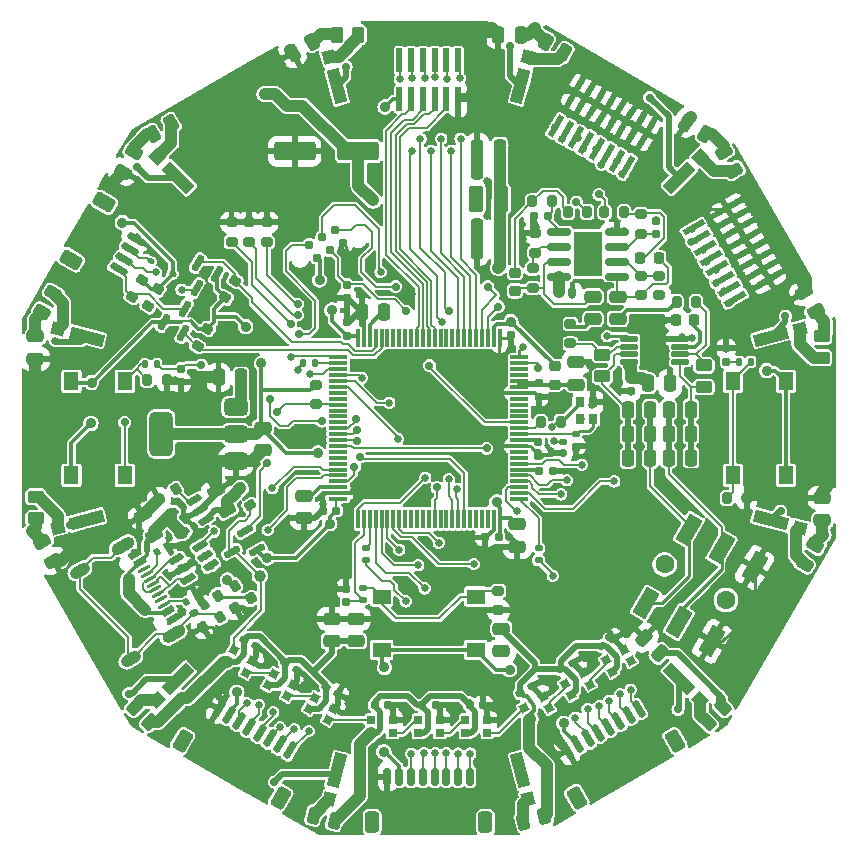
<source format=gbr>
%TF.GenerationSoftware,KiCad,Pcbnew,8.0.3*%
%TF.CreationDate,2024-08-19T15:25:54-04:00*%
%TF.ProjectId,vibrometer_h7,76696272-6f6d-4657-9465-725f68372e6b,rev?*%
%TF.SameCoordinates,Original*%
%TF.FileFunction,Copper,L1,Top*%
%TF.FilePolarity,Positive*%
%FSLAX46Y46*%
G04 Gerber Fmt 4.6, Leading zero omitted, Abs format (unit mm)*
G04 Created by KiCad (PCBNEW 8.0.3) date 2024-08-19 15:25:54*
%MOMM*%
%LPD*%
G01*
G04 APERTURE LIST*
G04 Aperture macros list*
%AMRoundRect*
0 Rectangle with rounded corners*
0 $1 Rounding radius*
0 $2 $3 $4 $5 $6 $7 $8 $9 X,Y pos of 4 corners*
0 Add a 4 corners polygon primitive as box body*
4,1,4,$2,$3,$4,$5,$6,$7,$8,$9,$2,$3,0*
0 Add four circle primitives for the rounded corners*
1,1,$1+$1,$2,$3*
1,1,$1+$1,$4,$5*
1,1,$1+$1,$6,$7*
1,1,$1+$1,$8,$9*
0 Add four rect primitives between the rounded corners*
20,1,$1+$1,$2,$3,$4,$5,0*
20,1,$1+$1,$4,$5,$6,$7,0*
20,1,$1+$1,$6,$7,$8,$9,0*
20,1,$1+$1,$8,$9,$2,$3,0*%
%AMHorizOval*
0 Thick line with rounded ends*
0 $1 width*
0 $2 $3 position (X,Y) of the first rounded end (center of the circle)*
0 $4 $5 position (X,Y) of the second rounded end (center of the circle)*
0 Add line between two ends*
20,1,$1,$2,$3,$4,$5,0*
0 Add two circle primitives to create the rounded ends*
1,1,$1,$2,$3*
1,1,$1,$4,$5*%
%AMRotRect*
0 Rectangle, with rotation*
0 The origin of the aperture is its center*
0 $1 length*
0 $2 width*
0 $3 Rotation angle, in degrees counterclockwise*
0 Add horizontal line*
21,1,$1,$2,0,0,$3*%
G04 Aperture macros list end*
%TA.AperFunction,SMDPad,CuDef*%
%ADD10RoundRect,0.250000X-0.450000X0.262500X-0.450000X-0.262500X0.450000X-0.262500X0.450000X0.262500X0*%
%TD*%
%TA.AperFunction,SMDPad,CuDef*%
%ADD11RoundRect,0.200000X-0.275000X0.200000X-0.275000X-0.200000X0.275000X-0.200000X0.275000X0.200000X0*%
%TD*%
%TA.AperFunction,SMDPad,CuDef*%
%ADD12RoundRect,0.250000X0.512652X0.159099X0.159099X0.512652X-0.512652X-0.159099X-0.159099X-0.512652X0*%
%TD*%
%TA.AperFunction,SMDPad,CuDef*%
%ADD13RoundRect,0.250000X0.536362X0.020994X0.286362X0.454006X-0.536362X-0.020994X-0.286362X-0.454006X0*%
%TD*%
%TA.AperFunction,SMDPad,CuDef*%
%ADD14RoundRect,0.155000X0.155000X-0.212500X0.155000X0.212500X-0.155000X0.212500X-0.155000X-0.212500X0*%
%TD*%
%TA.AperFunction,SMDPad,CuDef*%
%ADD15R,0.800000X0.900000*%
%TD*%
%TA.AperFunction,SMDPad,CuDef*%
%ADD16R,0.700000X0.700000*%
%TD*%
%TA.AperFunction,SMDPad,CuDef*%
%ADD17RoundRect,0.200000X0.200000X0.275000X-0.200000X0.275000X-0.200000X-0.275000X0.200000X-0.275000X0*%
%TD*%
%TA.AperFunction,SMDPad,CuDef*%
%ADD18RoundRect,0.250000X-0.503814X-0.132583X-0.132583X-0.503814X0.503814X0.132583X0.132583X0.503814X0*%
%TD*%
%TA.AperFunction,SMDPad,CuDef*%
%ADD19RoundRect,0.225000X-0.225000X-0.250000X0.225000X-0.250000X0.225000X0.250000X-0.225000X0.250000X0*%
%TD*%
%TA.AperFunction,SMDPad,CuDef*%
%ADD20RoundRect,0.250000X-0.536362X-0.020994X-0.286362X-0.454006X0.536362X0.020994X0.286362X0.454006X0*%
%TD*%
%TA.AperFunction,SMDPad,CuDef*%
%ADD21RoundRect,0.150000X-0.442404X-0.466266X-0.182596X-0.616266X0.442404X0.466266X0.182596X0.616266X0*%
%TD*%
%TA.AperFunction,SMDPad,CuDef*%
%ADD22RoundRect,0.250000X-0.628109X-0.387917X-0.021891X-0.737917X0.628109X0.387917X0.021891X0.737917X0*%
%TD*%
%TA.AperFunction,SMDPad,CuDef*%
%ADD23RoundRect,0.250000X0.132583X-0.503814X0.503814X-0.132583X-0.132583X0.503814X-0.503814X0.132583X0*%
%TD*%
%TA.AperFunction,SMDPad,CuDef*%
%ADD24RoundRect,0.155000X-0.106530X-0.240484X0.261530X-0.027984X0.106530X0.240484X-0.261530X0.027984X0*%
%TD*%
%TA.AperFunction,SMDPad,CuDef*%
%ADD25RoundRect,0.250000X0.250000X0.475000X-0.250000X0.475000X-0.250000X-0.475000X0.250000X-0.475000X0*%
%TD*%
%TA.AperFunction,SMDPad,CuDef*%
%ADD26RoundRect,0.250000X0.262500X0.450000X-0.262500X0.450000X-0.262500X-0.450000X0.262500X-0.450000X0*%
%TD*%
%TA.AperFunction,SMDPad,CuDef*%
%ADD27RoundRect,0.250000X0.454006X0.286362X0.020994X0.536362X-0.454006X-0.286362X-0.020994X-0.536362X0*%
%TD*%
%TA.AperFunction,SMDPad,CuDef*%
%ADD28RoundRect,0.250000X-0.250000X-0.475000X0.250000X-0.475000X0.250000X0.475000X-0.250000X0.475000X0*%
%TD*%
%TA.AperFunction,SMDPad,CuDef*%
%ADD29RoundRect,0.155000X-0.155000X0.212500X-0.155000X-0.212500X0.155000X-0.212500X0.155000X0.212500X0*%
%TD*%
%TA.AperFunction,SMDPad,CuDef*%
%ADD30RoundRect,0.135000X-0.024413X-0.227715X0.209413X-0.092715X0.024413X0.227715X-0.209413X0.092715X0*%
%TD*%
%TA.AperFunction,SMDPad,CuDef*%
%ADD31RotRect,2.920000X1.040000X285.000000*%
%TD*%
%TA.AperFunction,SMDPad,CuDef*%
%ADD32RotRect,1.100000X1.040000X285.000000*%
%TD*%
%TA.AperFunction,SMDPad,CuDef*%
%ADD33RoundRect,0.225000X0.250000X-0.225000X0.250000X0.225000X-0.250000X0.225000X-0.250000X-0.225000X0*%
%TD*%
%TA.AperFunction,SMDPad,CuDef*%
%ADD34RotRect,0.700000X0.700000X150.000000*%
%TD*%
%TA.AperFunction,SMDPad,CuDef*%
%ADD35R,1.300000X1.550000*%
%TD*%
%TA.AperFunction,SMDPad,CuDef*%
%ADD36RoundRect,0.250000X-0.475000X0.250000X-0.475000X-0.250000X0.475000X-0.250000X0.475000X0.250000X0*%
%TD*%
%TA.AperFunction,SMDPad,CuDef*%
%ADD37RoundRect,0.150000X-0.368838X-0.386154X0.518838X0.126346X0.368838X0.386154X-0.518838X-0.126346X0*%
%TD*%
%TA.AperFunction,SMDPad,CuDef*%
%ADD38RotRect,2.920000X1.040000X15.000000*%
%TD*%
%TA.AperFunction,SMDPad,CuDef*%
%ADD39RotRect,1.100000X1.040000X15.000000*%
%TD*%
%TA.AperFunction,SMDPad,CuDef*%
%ADD40RotRect,2.920000X1.040000X315.000000*%
%TD*%
%TA.AperFunction,SMDPad,CuDef*%
%ADD41RotRect,1.100000X1.040000X315.000000*%
%TD*%
%TA.AperFunction,SMDPad,CuDef*%
%ADD42RoundRect,0.155000X0.212500X0.155000X-0.212500X0.155000X-0.212500X-0.155000X0.212500X-0.155000X0*%
%TD*%
%TA.AperFunction,SMDPad,CuDef*%
%ADD43RoundRect,0.218750X-0.061318X-0.331294X0.317568X-0.112544X0.061318X0.331294X-0.317568X0.112544X0*%
%TD*%
%TA.AperFunction,SMDPad,CuDef*%
%ADD44RoundRect,0.075000X0.725000X0.075000X-0.725000X0.075000X-0.725000X-0.075000X0.725000X-0.075000X0*%
%TD*%
%TA.AperFunction,SMDPad,CuDef*%
%ADD45RoundRect,0.075000X0.075000X0.725000X-0.075000X0.725000X-0.075000X-0.725000X0.075000X-0.725000X0*%
%TD*%
%TA.AperFunction,SMDPad,CuDef*%
%ADD46RoundRect,0.250000X-0.020994X0.536362X-0.454006X0.286362X0.020994X-0.536362X0.454006X-0.286362X0*%
%TD*%
%TA.AperFunction,SMDPad,CuDef*%
%ADD47RoundRect,0.250000X0.520961X-0.002332X0.258461X0.452332X-0.520961X0.002332X-0.258461X-0.452332X0*%
%TD*%
%TA.AperFunction,SMDPad,CuDef*%
%ADD48RoundRect,0.155000X-0.212500X-0.155000X0.212500X-0.155000X0.212500X0.155000X-0.212500X0.155000X0*%
%TD*%
%TA.AperFunction,SMDPad,CuDef*%
%ADD49RoundRect,0.250000X-0.286362X0.454006X-0.536362X0.020994X0.286362X-0.454006X0.536362X-0.020994X0*%
%TD*%
%TA.AperFunction,SMDPad,CuDef*%
%ADD50R,1.550000X1.300000*%
%TD*%
%TA.AperFunction,SMDPad,CuDef*%
%ADD51RotRect,2.920000X1.040000X45.000000*%
%TD*%
%TA.AperFunction,SMDPad,CuDef*%
%ADD52RotRect,1.100000X1.040000X45.000000*%
%TD*%
%TA.AperFunction,SMDPad,CuDef*%
%ADD53RoundRect,0.200000X0.035705X0.338157X-0.310705X0.138157X-0.035705X-0.338157X0.310705X-0.138157X0*%
%TD*%
%TA.AperFunction,SMDPad,CuDef*%
%ADD54RoundRect,0.135000X0.135000X0.185000X-0.135000X0.185000X-0.135000X-0.185000X0.135000X-0.185000X0*%
%TD*%
%TA.AperFunction,SMDPad,CuDef*%
%ADD55RoundRect,0.135000X0.185000X-0.135000X0.185000X0.135000X-0.185000X0.135000X-0.185000X-0.135000X0*%
%TD*%
%TA.AperFunction,SMDPad,CuDef*%
%ADD56RoundRect,0.112500X-0.218630X-0.003678X0.106130X-0.191178X0.218630X0.003678X-0.106130X0.191178X0*%
%TD*%
%TA.AperFunction,SMDPad,CuDef*%
%ADD57RoundRect,0.250000X-0.258461X0.452332X-0.520961X-0.002332X0.258461X-0.452332X0.520961X0.002332X0*%
%TD*%
%TA.AperFunction,SMDPad,CuDef*%
%ADD58RoundRect,0.150000X0.182596X-0.616266X0.442404X-0.466266X-0.182596X0.616266X-0.442404X0.466266X0*%
%TD*%
%TA.AperFunction,SMDPad,CuDef*%
%ADD59RoundRect,0.250000X0.021891X-0.737917X0.628109X-0.387917X-0.021891X0.737917X-0.628109X0.387917X0*%
%TD*%
%TA.AperFunction,SMDPad,CuDef*%
%ADD60RoundRect,0.250000X0.450000X-0.262500X0.450000X0.262500X-0.450000X0.262500X-0.450000X-0.262500X0*%
%TD*%
%TA.AperFunction,SMDPad,CuDef*%
%ADD61RoundRect,0.155000X-0.261530X-0.027984X0.106530X-0.240484X0.261530X0.027984X-0.106530X0.240484X0*%
%TD*%
%TA.AperFunction,SMDPad,CuDef*%
%ADD62RoundRect,0.200000X-0.035705X-0.338157X0.310705X-0.138157X0.035705X0.338157X-0.310705X0.138157X0*%
%TD*%
%TA.AperFunction,SMDPad,CuDef*%
%ADD63RoundRect,0.250000X0.475000X-0.250000X0.475000X0.250000X-0.475000X0.250000X-0.475000X-0.250000X0*%
%TD*%
%TA.AperFunction,SMDPad,CuDef*%
%ADD64RotRect,2.000000X0.500000X240.000000*%
%TD*%
%TA.AperFunction,ConnectorPad*%
%ADD65C,0.787400*%
%TD*%
%TA.AperFunction,SMDPad,CuDef*%
%ADD66RoundRect,0.200000X0.275000X-0.200000X0.275000X0.200000X-0.275000X0.200000X-0.275000X-0.200000X0*%
%TD*%
%TA.AperFunction,SMDPad,CuDef*%
%ADD67RotRect,0.700000X0.700000X210.000000*%
%TD*%
%TA.AperFunction,SMDPad,CuDef*%
%ADD68RotRect,2.920000X1.040000X75.000000*%
%TD*%
%TA.AperFunction,SMDPad,CuDef*%
%ADD69RotRect,1.100000X1.040000X75.000000*%
%TD*%
%TA.AperFunction,SMDPad,CuDef*%
%ADD70RoundRect,0.225000X0.225000X0.250000X-0.225000X0.250000X-0.225000X-0.250000X0.225000X-0.250000X0*%
%TD*%
%TA.AperFunction,SMDPad,CuDef*%
%ADD71RoundRect,0.150000X-0.466266X0.442404X-0.616266X0.182596X0.466266X-0.442404X0.616266X-0.182596X0*%
%TD*%
%TA.AperFunction,SMDPad,CuDef*%
%ADD72RoundRect,0.250000X-0.387917X0.628109X-0.737917X0.021891X0.387917X-0.628109X0.737917X-0.021891X0*%
%TD*%
%TA.AperFunction,SMDPad,CuDef*%
%ADD73RotRect,2.920000X1.040000X255.000000*%
%TD*%
%TA.AperFunction,SMDPad,CuDef*%
%ADD74RotRect,1.100000X1.040000X255.000000*%
%TD*%
%TA.AperFunction,SMDPad,CuDef*%
%ADD75RoundRect,0.150000X0.163846X0.583790X-0.423654X-0.433790X-0.163846X-0.583790X0.423654X0.433790X0*%
%TD*%
%TA.AperFunction,SMDPad,CuDef*%
%ADD76RotRect,2.920000X1.040000X165.000000*%
%TD*%
%TA.AperFunction,SMDPad,CuDef*%
%ADD77RotRect,1.100000X1.040000X165.000000*%
%TD*%
%TA.AperFunction,SMDPad,CuDef*%
%ADD78RoundRect,0.135000X-0.135000X-0.185000X0.135000X-0.185000X0.135000X0.185000X-0.135000X0.185000X0*%
%TD*%
%TA.AperFunction,SMDPad,CuDef*%
%ADD79RoundRect,0.135000X-0.185000X0.135000X-0.185000X-0.135000X0.185000X-0.135000X0.185000X0.135000X0*%
%TD*%
%TA.AperFunction,SMDPad,CuDef*%
%ADD80RoundRect,0.150000X0.368838X0.386154X-0.518838X-0.126346X-0.368838X-0.386154X0.518838X0.126346X0*%
%TD*%
%TA.AperFunction,SMDPad,CuDef*%
%ADD81RoundRect,0.150000X0.433790X0.423654X-0.583790X-0.163846X-0.433790X-0.423654X0.583790X0.163846X0*%
%TD*%
%TA.AperFunction,SMDPad,CuDef*%
%ADD82RoundRect,0.200000X0.338157X-0.035705X0.138157X0.310705X-0.338157X0.035705X-0.138157X-0.310705X0*%
%TD*%
%TA.AperFunction,SMDPad,CuDef*%
%ADD83RotRect,2.920000X1.040000X345.000000*%
%TD*%
%TA.AperFunction,SMDPad,CuDef*%
%ADD84RotRect,1.100000X1.040000X345.000000*%
%TD*%
%TA.AperFunction,SMDPad,CuDef*%
%ADD85RoundRect,0.140000X-0.170000X0.140000X-0.170000X-0.140000X0.170000X-0.140000X0.170000X0.140000X0*%
%TD*%
%TA.AperFunction,SMDPad,CuDef*%
%ADD86RoundRect,0.200000X-0.200000X-0.275000X0.200000X-0.275000X0.200000X0.275000X-0.200000X0.275000X0*%
%TD*%
%TA.AperFunction,SMDPad,CuDef*%
%ADD87RotRect,2.920000X1.040000X195.000000*%
%TD*%
%TA.AperFunction,SMDPad,CuDef*%
%ADD88RotRect,1.100000X1.040000X195.000000*%
%TD*%
%TA.AperFunction,SMDPad,CuDef*%
%ADD89RoundRect,0.250000X-0.137087X-0.502607X0.370024X-0.366727X0.137087X0.502607X-0.370024X0.366727X0*%
%TD*%
%TA.AperFunction,SMDPad,CuDef*%
%ADD90RoundRect,0.218750X-0.256250X0.218750X-0.256250X-0.218750X0.256250X-0.218750X0.256250X0.218750X0*%
%TD*%
%TA.AperFunction,SMDPad,CuDef*%
%ADD91RotRect,2.000000X0.500000X210.000000*%
%TD*%
%TA.AperFunction,SMDPad,CuDef*%
%ADD92RoundRect,0.250000X0.258461X-0.452332X0.520961X0.002332X-0.258461X0.452332X-0.520961X-0.002332X0*%
%TD*%
%TA.AperFunction,SMDPad,CuDef*%
%ADD93R,0.500000X2.000000*%
%TD*%
%TA.AperFunction,SMDPad,CuDef*%
%ADD94RoundRect,0.250000X0.002332X0.520961X-0.452332X0.258461X-0.002332X-0.520961X0.452332X-0.258461X0*%
%TD*%
%TA.AperFunction,SMDPad,CuDef*%
%ADD95RoundRect,0.200000X0.138157X-0.310705X0.338157X0.035705X-0.138157X0.310705X-0.338157X-0.035705X0*%
%TD*%
%TA.AperFunction,SMDPad,CuDef*%
%ADD96RoundRect,0.125000X0.600000X0.125000X-0.600000X0.125000X-0.600000X-0.125000X0.600000X-0.125000X0*%
%TD*%
%TA.AperFunction,HeatsinkPad*%
%ADD97R,1.570000X1.890000*%
%TD*%
%TA.AperFunction,SMDPad,CuDef*%
%ADD98RoundRect,0.200000X-0.138157X0.310705X-0.338157X-0.035705X0.138157X-0.310705X0.338157X0.035705X0*%
%TD*%
%TA.AperFunction,SMDPad,CuDef*%
%ADD99RoundRect,0.150000X-0.150000X-0.625000X0.150000X-0.625000X0.150000X0.625000X-0.150000X0.625000X0*%
%TD*%
%TA.AperFunction,SMDPad,CuDef*%
%ADD100RoundRect,0.250000X-0.350000X-0.650000X0.350000X-0.650000X0.350000X0.650000X-0.350000X0.650000X0*%
%TD*%
%TA.AperFunction,ComponentPad*%
%ADD101C,1.600000*%
%TD*%
%TA.AperFunction,SMDPad,CuDef*%
%ADD102RotRect,2.500000X1.250000X240.000000*%
%TD*%
%TA.AperFunction,SMDPad,CuDef*%
%ADD103RoundRect,0.250000X0.452332X0.258461X-0.002332X0.520961X-0.452332X-0.258461X0.002332X-0.520961X0*%
%TD*%
%TA.AperFunction,SMDPad,CuDef*%
%ADD104RoundRect,0.150000X-0.163846X-0.583790X0.423654X0.433790X0.163846X0.583790X-0.423654X-0.433790X0*%
%TD*%
%TA.AperFunction,SMDPad,CuDef*%
%ADD105RotRect,2.920000X1.040000X225.000000*%
%TD*%
%TA.AperFunction,SMDPad,CuDef*%
%ADD106RotRect,1.100000X1.040000X225.000000*%
%TD*%
%TA.AperFunction,SMDPad,CuDef*%
%ADD107RoundRect,0.250000X1.500000X0.550000X-1.500000X0.550000X-1.500000X-0.550000X1.500000X-0.550000X0*%
%TD*%
%TA.AperFunction,SMDPad,CuDef*%
%ADD108RotRect,2.920000X1.040000X135.000000*%
%TD*%
%TA.AperFunction,SMDPad,CuDef*%
%ADD109RotRect,1.100000X1.040000X135.000000*%
%TD*%
%TA.AperFunction,SMDPad,CuDef*%
%ADD110RoundRect,0.150000X0.825000X0.150000X-0.825000X0.150000X-0.825000X-0.150000X0.825000X-0.150000X0*%
%TD*%
%TA.AperFunction,HeatsinkPad*%
%ADD111R,2.410000X3.810000*%
%TD*%
%TA.AperFunction,SMDPad,CuDef*%
%ADD112RoundRect,0.250000X-0.370024X-0.366727X0.137087X-0.502607X0.370024X0.366727X-0.137087X0.502607X0*%
%TD*%
%TA.AperFunction,SMDPad,CuDef*%
%ADD113RoundRect,0.150000X-0.443061X-0.082596X-0.293061X-0.342404X0.443061X0.082596X0.293061X0.342404X0*%
%TD*%
%TA.AperFunction,SMDPad,CuDef*%
%ADD114RoundRect,0.075000X-0.470513X-0.185048X-0.395513X-0.314952X0.470513X0.185048X0.395513X0.314952X0*%
%TD*%
%TA.AperFunction,ComponentPad*%
%ADD115HorizOval,1.000000X-0.476314X-0.275000X0.476314X0.275000X0*%
%TD*%
%TA.AperFunction,ComponentPad*%
%ADD116HorizOval,1.000000X-0.346410X-0.200000X0.346410X0.200000X0*%
%TD*%
%TA.AperFunction,SMDPad,CuDef*%
%ADD117C,1.000000*%
%TD*%
%TA.AperFunction,SMDPad,CuDef*%
%ADD118RoundRect,0.250000X-0.375000X-0.850000X0.375000X-0.850000X0.375000X0.850000X-0.375000X0.850000X0*%
%TD*%
%TA.AperFunction,SMDPad,CuDef*%
%ADD119RotRect,2.920000X1.040000X105.000000*%
%TD*%
%TA.AperFunction,SMDPad,CuDef*%
%ADD120RotRect,1.100000X1.040000X105.000000*%
%TD*%
%TA.AperFunction,SMDPad,CuDef*%
%ADD121RoundRect,0.375000X0.625000X0.375000X-0.625000X0.375000X-0.625000X-0.375000X0.625000X-0.375000X0*%
%TD*%
%TA.AperFunction,SMDPad,CuDef*%
%ADD122RoundRect,0.500000X0.500000X1.400000X-0.500000X1.400000X-0.500000X-1.400000X0.500000X-1.400000X0*%
%TD*%
%TA.AperFunction,ViaPad*%
%ADD123C,0.650000*%
%TD*%
%TA.AperFunction,ViaPad*%
%ADD124C,0.900000*%
%TD*%
%TA.AperFunction,ViaPad*%
%ADD125C,0.700000*%
%TD*%
%TA.AperFunction,Conductor*%
%ADD126C,1.000000*%
%TD*%
%TA.AperFunction,Conductor*%
%ADD127C,0.500000*%
%TD*%
%TA.AperFunction,Conductor*%
%ADD128C,0.250000*%
%TD*%
%TA.AperFunction,Conductor*%
%ADD129C,0.300000*%
%TD*%
%TA.AperFunction,Conductor*%
%ADD130C,0.200000*%
%TD*%
%TA.AperFunction,Conductor*%
%ADD131C,0.150000*%
%TD*%
G04 APERTURE END LIST*
D10*
%TO.P,R903,1*%
%TO.N,/AUDIO/LN_IN1*%
X173300000Y-94687500D03*
%TO.P,R903,2*%
%TO.N,/AUDIO/LN_OUT1*%
X173300000Y-96512500D03*
%TD*%
D11*
%TO.P,R911,1*%
%TO.N,/AUDIO/AMP2_FB*%
X158800000Y-86475000D03*
%TO.P,R911,2*%
%TO.N,/AUDIO/AMP2_OUT*%
X158800000Y-88125000D03*
%TD*%
D12*
%TO.P,C1006,1*%
%TO.N,+5V*%
X169571751Y-119071751D03*
%TO.P,C1006,2*%
%TO.N,GND*%
X168228249Y-117728249D03*
%TD*%
D13*
%TO.P,C302,1*%
%TO.N,V_USB*%
X126750000Y-109022724D03*
%TO.P,C302,2*%
%TO.N,GND*%
X125800000Y-107377276D03*
%TD*%
D14*
%TO.P,C205,1*%
%TO.N,+3V3*%
X143050000Y-92167500D03*
%TO.P,C205,2*%
%TO.N,GND*%
X143050000Y-91032500D03*
%TD*%
D13*
%TO.P,C305,1*%
%TO.N,+5V*%
X132925000Y-106922724D03*
%TO.P,C305,2*%
%TO.N,GND*%
X131975000Y-105277276D03*
%TD*%
D15*
%TO.P,Y201,1,1*%
%TO.N,/MCU/HSE_IN*%
X163870000Y-99200000D03*
%TO.P,Y201,2,2*%
%TO.N,GND*%
X163870000Y-97800000D03*
%TO.P,Y201,3,3*%
%TO.N,Net-(C213-Pad1)*%
X162770000Y-97800000D03*
%TO.P,Y201,4,4*%
%TO.N,GND*%
X162770000Y-99200000D03*
%TD*%
D16*
%TO.P,D405,1,DOUT*%
%TO.N,Net-(D405-DOUT)*%
X150932500Y-125800000D03*
%TO.P,D405,2,VSS*%
%TO.N,GND*%
X150932500Y-124700000D03*
%TO.P,D405,3,DIN*%
%TO.N,Net-(D404-DOUT)*%
X149102500Y-124700000D03*
%TO.P,D405,4,VDD*%
%TO.N,+5V*%
X149102500Y-125800000D03*
%TD*%
D17*
%TO.P,R908,1*%
%TO.N,/AUDIO/DAC_OUTB*%
X163425000Y-81700000D03*
%TO.P,R908,2*%
%TO.N,/AUDIO/AMP2_FILT*%
X161775000Y-81700000D03*
%TD*%
D11*
%TO.P,R904,1*%
%TO.N,/AUDIO/AMP1_FB*%
X168000000Y-87075000D03*
%TO.P,R904,2*%
%TO.N,/AUDIO/AMP1_OUT*%
X168000000Y-88725000D03*
%TD*%
D18*
%TO.P,R1011,1*%
%TO.N,Net-(D1008-A)*%
X125129766Y-123579765D03*
%TO.P,R1011,2*%
%TO.N,+5V*%
X126420234Y-124870235D03*
%TD*%
D19*
%TO.P,C915,1*%
%TO.N,GND*%
X170925000Y-90800000D03*
%TO.P,C915,2*%
%TO.N,/AUDIO/LN_BYPASS*%
X172475000Y-90800000D03*
%TD*%
D20*
%TO.P,C1010,1*%
%TO.N,+5V*%
X117275000Y-109602276D03*
%TO.P,C1010,2*%
%TO.N,GND*%
X118225000Y-111247724D03*
%TD*%
D21*
%TO.P,J601,1,Pin_1*%
%TO.N,GND*%
X132218911Y-123767949D03*
%TO.P,J601,2,Pin_2*%
%TO.N,+3V3*%
X133084936Y-124267949D03*
%TO.P,J601,3,Pin_3*%
%TO.N,/ACCEL/ACCEL.NCS1*%
X133950962Y-124767949D03*
%TO.P,J601,4,Pin_4*%
%TO.N,/ACCEL/SPI ACCELEROMETER1/ACCEL_SCK*%
X134816987Y-125267949D03*
%TO.P,J601,5,Pin_5*%
%TO.N,/ACCEL/ACCEL.MISO1*%
X135683013Y-125767949D03*
%TO.P,J601,6,Pin_6*%
%TO.N,/ACCEL/ACCEL.MOSI1*%
X136549038Y-126267949D03*
%TO.P,J601,7,Pin_7*%
%TO.N,/ACCEL/ACCEL.INTB1*%
X137415064Y-126767949D03*
%TO.P,J601,8,Pin_8*%
%TO.N,/ACCEL/ACCEL.INTA1*%
X138281089Y-127267949D03*
D22*
%TO.P,J601,MP*%
%TO.N,N/C*%
X129155578Y-126473798D03*
X137469422Y-131273798D03*
%TD*%
D23*
%TO.P,R1008,1*%
%TO.N,Net-(D1005-A)*%
X173614765Y-124905235D03*
%TO.P,R1008,2*%
%TO.N,+5V*%
X174905235Y-123614765D03*
%TD*%
D24*
%TO.P,C301,1*%
%TO.N,/USB/USB_SHLD*%
X130083531Y-115633750D03*
%TO.P,C301,2*%
%TO.N,GND*%
X131066469Y-115066250D03*
%TD*%
D25*
%TO.P,C907,1*%
%TO.N,/AUDIO/LN_OUT1*%
X172210000Y-102480000D03*
%TO.P,C907,2*%
%TO.N,/AUDIO/AUDIO_R*%
X170310000Y-102480000D03*
%TD*%
D26*
%TO.P,R1016,1*%
%TO.N,Net-(D1012-A)*%
X144037500Y-66675000D03*
%TO.P,R1016,2*%
%TO.N,+5V*%
X142212500Y-66675000D03*
%TD*%
D11*
%TO.P,R912,1*%
%TO.N,GND*%
X159000000Y-83475000D03*
%TO.P,R912,2*%
%TO.N,/AUDIO/AMP2_FB*%
X159000000Y-85125000D03*
%TD*%
D27*
%TO.P,C1003,1*%
%TO.N,+5V*%
X173422724Y-75075000D03*
%TO.P,C1003,2*%
%TO.N,GND*%
X171777276Y-74125000D03*
%TD*%
D28*
%TO.P,C911,1*%
%TO.N,/AUDIO/LN_OUT2*%
X166860000Y-98430000D03*
%TO.P,C911,2*%
%TO.N,/AUDIO/AUDIO_L*%
X168760000Y-98430000D03*
%TD*%
D29*
%TO.P,C208,1*%
%TO.N,/MCU/BOOT0*%
X129050000Y-94982500D03*
%TO.P,C208,2*%
%TO.N,GND*%
X129050000Y-96117500D03*
%TD*%
D25*
%TO.P,C309,1*%
%TO.N,+5VA*%
X156012724Y-78238347D03*
%TO.P,C309,2*%
%TO.N,GND*%
X154112724Y-78238347D03*
%TD*%
%TO.P,C310,1*%
%TO.N,+5VA*%
X156000000Y-85000000D03*
%TO.P,C310,2*%
%TO.N,GND*%
X154100000Y-85000000D03*
%TD*%
D30*
%TO.P,R303,1*%
%TO.N,/USB/CC1*%
X126983327Y-110480000D03*
%TO.P,R303,2*%
%TO.N,GND*%
X127866673Y-109970000D03*
%TD*%
D31*
%TO.P,D1006,1,K*%
%TO.N,/STROBE/FET3_D*%
X157764571Y-128977775D03*
D32*
%TO.P,D1006,2,A*%
%TO.N,Net-(D1006-A)*%
X158416795Y-131411909D03*
%TD*%
D33*
%TO.P,C912,1*%
%TO.N,/AUDIO/AMP2_OUT*%
X157300000Y-88375000D03*
%TO.P,C912,2*%
%TO.N,/AUDIO/AMP2_FILT*%
X157300000Y-86825000D03*
%TD*%
D34*
%TO.P,D403,1,DOUT*%
%TO.N,Net-(D403-DOUT)*%
X141431515Y-124683814D03*
%TO.P,D403,2,VSS*%
%TO.N,GND*%
X141981515Y-123731186D03*
%TO.P,D403,3,DIN*%
%TO.N,Net-(D402-DOUT)*%
X140396689Y-122816186D03*
%TO.P,D403,4,VDD*%
%TO.N,+5V*%
X139846689Y-123768814D03*
%TD*%
D35*
%TO.P,SW201,1,1*%
%TO.N,+3V3*%
X119750000Y-103980000D03*
X119750000Y-96020000D03*
%TO.P,SW201,2,2*%
%TO.N,/MCU/BOOT_SW*%
X124250000Y-103980000D03*
X124250000Y-96020000D03*
%TD*%
D36*
%TO.P,C204,1*%
%TO.N,/MCU/VCAP2*%
X139450000Y-105700000D03*
%TO.P,C204,2*%
%TO.N,GND*%
X139450000Y-107600000D03*
%TD*%
D37*
%TO.P,U301,1,I/O1*%
%TO.N,/USB/usb_dm_in*%
X128639896Y-111096026D03*
%TO.P,U301,2,GND*%
%TO.N,GND*%
X129114896Y-111918750D03*
%TO.P,U301,3,I/O2*%
%TO.N,/USB/usb_dp_in*%
X129589896Y-112741474D03*
%TO.P,U301,4,I/O2*%
%TO.N,/MCU/USB_DP*%
X131560104Y-111603974D03*
%TO.P,U301,5,VBUS*%
%TO.N,V_USB*%
X131085104Y-110781250D03*
%TO.P,U301,6,I/O1*%
%TO.N,/MCU/USB_DM*%
X130610104Y-109958526D03*
%TD*%
D38*
%TO.P,D1003,1,K*%
%TO.N,/STROBE/FET3_D*%
X178977775Y-92235429D03*
D39*
%TO.P,D1003,2,A*%
%TO.N,Net-(D1003-A)*%
X181411909Y-91583205D03*
%TD*%
D40*
%TO.P,D1005,1,K*%
%TO.N,/STROBE/FET2_D*%
X171213203Y-121213203D03*
D41*
%TO.P,D1005,2,A*%
%TO.N,Net-(D1005-A)*%
X172995113Y-122995113D03*
%TD*%
D14*
%TO.P,C211,1*%
%TO.N,GND*%
X143050000Y-88967500D03*
%TO.P,C211,2*%
%TO.N,/MCU/SWD_NRST*%
X143050000Y-87832500D03*
%TD*%
D42*
%TO.P,C901,1*%
%TO.N,GND*%
X162167500Y-88500000D03*
%TO.P,C901,2*%
%TO.N,+5VA*%
X161032500Y-88500000D03*
%TD*%
D16*
%TO.P,D404,1,DOUT*%
%TO.N,Net-(D404-DOUT)*%
X146932500Y-125800000D03*
%TO.P,D404,2,VSS*%
%TO.N,GND*%
X146932500Y-124700000D03*
%TO.P,D404,3,DIN*%
%TO.N,Net-(D403-DOUT)*%
X145102500Y-124700000D03*
%TO.P,D404,4,VDD*%
%TO.N,+5V*%
X145102500Y-125800000D03*
%TD*%
D29*
%TO.P,C202,1*%
%TO.N,+3V3*%
X159290000Y-101182500D03*
%TO.P,C202,2*%
%TO.N,GND*%
X159290000Y-102317500D03*
%TD*%
D43*
%TO.P,D301,1,K*%
%TO.N,GND*%
X133593005Y-115193750D03*
%TO.P,D301,2,A*%
%TO.N,/USB/V_USB_LED_+*%
X134956995Y-114406250D03*
%TD*%
D44*
%TO.P,U201,1,PE2*%
%TO.N,/ACCEL/ACCEL.SCK3*%
X157675000Y-106000000D03*
%TO.P,U201,2,PE3*%
%TO.N,/ACCEL/ACCEL.INTA3*%
X157675000Y-105500000D03*
%TO.P,U201,3,PE4*%
%TO.N,/ACCEL/ACCEL.NCS3*%
X157675000Y-105000000D03*
%TO.P,U201,4,PE5*%
%TO.N,/ACCEL/ACCEL.MISO3*%
X157675000Y-104500000D03*
%TO.P,U201,5,PE6*%
%TO.N,/ACCEL/ACCEL.MOSI3*%
X157675000Y-104000000D03*
%TO.P,U201,6,VBAT*%
%TO.N,+3V3*%
X157675000Y-103500000D03*
%TO.P,U201,7,PC13*%
%TO.N,/ACCEL/ACCEL.INTB3*%
X157675000Y-103000000D03*
%TO.P,U201,8,PC14*%
%TO.N,unconnected-(U201-PC14-Pad8)*%
X157675000Y-102500000D03*
%TO.P,U201,9,PC15*%
%TO.N,unconnected-(U201-PC15-Pad9)*%
X157675000Y-102000000D03*
%TO.P,U201,10,VSS*%
%TO.N,GND*%
X157675000Y-101500000D03*
%TO.P,U201,11,VDD*%
%TO.N,+3V3*%
X157675000Y-101000000D03*
%TO.P,U201,12,PH0*%
%TO.N,/MCU/HSE_IN*%
X157675000Y-100500000D03*
%TO.P,U201,13,PH1*%
%TO.N,/MCU/HSE_OUT*%
X157675000Y-100000000D03*
%TO.P,U201,14,NRST*%
%TO.N,/MCU/SWD_NRST*%
X157675000Y-99500000D03*
%TO.P,U201,15,PC0*%
%TO.N,unconnected-(U201-PC0-Pad15)*%
X157675000Y-99000000D03*
%TO.P,U201,16,PC1*%
%TO.N,unconnected-(U201-PC1-Pad16)*%
X157675000Y-98500000D03*
%TO.P,U201,17,PC2_C*%
%TO.N,unconnected-(U201-PC2_C-Pad17)*%
X157675000Y-98000000D03*
%TO.P,U201,18,PC3_C*%
%TO.N,unconnected-(U201-PC3_C-Pad18)*%
X157675000Y-97500000D03*
%TO.P,U201,19,VSSA*%
%TO.N,GND*%
X157675000Y-97000000D03*
%TO.P,U201,20,VREF+*%
%TO.N,+3V3A*%
X157675000Y-96500000D03*
%TO.P,U201,21,VDDA*%
X157675000Y-96000000D03*
%TO.P,U201,22,PA0*%
%TO.N,unconnected-(U201-PA0-Pad22)*%
X157675000Y-95500000D03*
%TO.P,U201,23,PA1*%
%TO.N,unconnected-(U201-PA1-Pad23)*%
X157675000Y-95000000D03*
%TO.P,U201,24,PA2*%
%TO.N,/MCU/MUTE_BUTTON*%
X157675000Y-94500000D03*
%TO.P,U201,25,PA3*%
%TO.N,/AUDIO/MUTE_SIGNAL*%
X157675000Y-94000000D03*
D45*
%TO.P,U201,26,VSS*%
%TO.N,GND*%
X156000000Y-92325000D03*
%TO.P,U201,27,VDD*%
%TO.N,+3V3*%
X155500000Y-92325000D03*
%TO.P,U201,28,PA4*%
%TO.N,/AUDIO/DAC_OUTA*%
X155000000Y-92325000D03*
%TO.P,U201,29,PA5*%
%TO.N,/AUDIO/DAC_OUTB*%
X154500000Y-92325000D03*
%TO.P,U201,30,PA6*%
%TO.N,/MCU/ADC2_INP*%
X154000000Y-92325000D03*
%TO.P,U201,31,PA7*%
%TO.N,/MCU/ADC2_INN*%
X153500000Y-92325000D03*
%TO.P,U201,32,PC4*%
%TO.N,/MCU/ADC1_INP*%
X153000000Y-92325000D03*
%TO.P,U201,33,PC5*%
%TO.N,/MCU/ADC1_INN*%
X152500000Y-92325000D03*
%TO.P,U201,34,PB0*%
%TO.N,unconnected-(U201-PB0-Pad34)*%
X152000000Y-92325000D03*
%TO.P,U201,35,PB1*%
%TO.N,unconnected-(U201-PB1-Pad35)*%
X151500000Y-92325000D03*
%TO.P,U201,36,PB2*%
%TO.N,unconnected-(U201-PB2-Pad36)*%
X151000000Y-92325000D03*
%TO.P,U201,37,PE7*%
%TO.N,/MCU/UART_RX*%
X150500000Y-92325000D03*
%TO.P,U201,38,PE8*%
%TO.N,/MCU/UART_TX*%
X150000000Y-92325000D03*
%TO.P,U201,39,PE9*%
%TO.N,/MCU/UART_RTS*%
X149500000Y-92325000D03*
%TO.P,U201,40,PE10*%
%TO.N,/MCU/UART_CTS*%
X149000000Y-92325000D03*
%TO.P,U201,41,PE11*%
%TO.N,unconnected-(U201-PE11-Pad41)*%
X148500000Y-92325000D03*
%TO.P,U201,42,PE12*%
%TO.N,unconnected-(U201-PE12-Pad42)*%
X148000000Y-92325000D03*
%TO.P,U201,43,PE13*%
%TO.N,unconnected-(U201-PE13-Pad43)*%
X147500000Y-92325000D03*
%TO.P,U201,44,PE14*%
%TO.N,unconnected-(U201-PE14-Pad44)*%
X147000000Y-92325000D03*
%TO.P,U201,45,PE15*%
%TO.N,unconnected-(U201-PE15-Pad45)*%
X146500000Y-92325000D03*
%TO.P,U201,46,PB10*%
%TO.N,/MCU/I2C2_SCL*%
X146000000Y-92325000D03*
%TO.P,U201,47,PB11*%
%TO.N,/MCU/I2C2_SDA*%
X145500000Y-92325000D03*
%TO.P,U201,48,VCAP*%
%TO.N,/MCU/VCAP1*%
X145000000Y-92325000D03*
%TO.P,U201,49,VSS*%
%TO.N,GND*%
X144500000Y-92325000D03*
%TO.P,U201,50,VDD*%
%TO.N,+3V3*%
X144000000Y-92325000D03*
D44*
%TO.P,U201,51,PB12*%
%TO.N,/ACCEL/ACCEL.NCS1*%
X142325000Y-94000000D03*
%TO.P,U201,52,PB13*%
%TO.N,/ACCEL/ACCEL.SCK1*%
X142325000Y-94500000D03*
%TO.P,U201,53,PB14*%
%TO.N,/ACCEL/ACCEL.MISO1*%
X142325000Y-95000000D03*
%TO.P,U201,54,PB15*%
%TO.N,/ACCEL/ACCEL.MOSI1*%
X142325000Y-95500000D03*
%TO.P,U201,55,PD8*%
%TO.N,/ACCEL/ACCEL.INTA1*%
X142325000Y-96000000D03*
%TO.P,U201,56,PD9*%
%TO.N,/ACCEL/ACCEL.INTB1*%
X142325000Y-96500000D03*
%TO.P,U201,57,PD10*%
%TO.N,unconnected-(U201-PD10-Pad57)*%
X142325000Y-97000000D03*
%TO.P,U201,58,PD11*%
%TO.N,unconnected-(U201-PD11-Pad58)*%
X142325000Y-97500000D03*
%TO.P,U201,59,PD12*%
%TO.N,/MCU/LED_ACCEL_3V3*%
X142325000Y-98000000D03*
%TO.P,U201,60,PD13*%
%TO.N,unconnected-(U201-PD13-Pad60)*%
X142325000Y-98500000D03*
%TO.P,U201,61,PD14*%
%TO.N,unconnected-(U201-PD14-Pad61)*%
X142325000Y-99000000D03*
%TO.P,U201,62,PD15*%
%TO.N,unconnected-(U201-PD15-Pad62)*%
X142325000Y-99500000D03*
%TO.P,U201,63,PC6*%
%TO.N,/MCU/LED_STROBE_1*%
X142325000Y-100000000D03*
%TO.P,U201,64,PC7*%
%TO.N,/MCU/LED_STROBE_2*%
X142325000Y-100500000D03*
%TO.P,U201,65,PC8*%
%TO.N,/MCU/LED_STROBE_3*%
X142325000Y-101000000D03*
%TO.P,U201,66,PC9*%
%TO.N,/MCU/DAC_EXT_TRG*%
X142325000Y-101500000D03*
%TO.P,U201,67,PA8*%
%TO.N,unconnected-(U201-PA8-Pad67)*%
X142325000Y-102000000D03*
%TO.P,U201,68,PA9*%
%TO.N,unconnected-(U201-PA9-Pad68)*%
X142325000Y-102500000D03*
%TO.P,U201,69,PA10*%
%TO.N,unconnected-(U201-PA10-Pad69)*%
X142325000Y-103000000D03*
%TO.P,U201,70,PA11*%
%TO.N,/MCU/USB_DM*%
X142325000Y-103500000D03*
%TO.P,U201,71,PA12*%
%TO.N,/MCU/USB_DP*%
X142325000Y-104000000D03*
%TO.P,U201,72,PA13(JTMS*%
%TO.N,/MCU/SWD_DIO*%
X142325000Y-104500000D03*
%TO.P,U201,73,VCAP*%
%TO.N,/MCU/VCAP2*%
X142325000Y-105000000D03*
%TO.P,U201,74,VSS*%
%TO.N,GND*%
X142325000Y-105500000D03*
%TO.P,U201,75,VDD*%
%TO.N,+3V3*%
X142325000Y-106000000D03*
D45*
%TO.P,U201,76,PA14(JTCK*%
%TO.N,/MCU/SWD_CLK*%
X144000000Y-107675000D03*
%TO.P,U201,77,PA15(JTDI)*%
%TO.N,/MCU/BIG_RED_BUTTON*%
X144500000Y-107675000D03*
%TO.P,U201,78,PC10*%
%TO.N,/ACCEL/ACCEL.SCK2*%
X145000000Y-107675000D03*
%TO.P,U201,79,PC11*%
%TO.N,/ACCEL/ACCEL.MISO2*%
X145500000Y-107675000D03*
%TO.P,U201,80,PC12*%
%TO.N,/ACCEL/ACCEL.MOSI2*%
X146000000Y-107675000D03*
%TO.P,U201,81,PD0*%
%TO.N,/ACCEL/ACCEL.NCS2*%
X146500000Y-107675000D03*
%TO.P,U201,82,PD1*%
%TO.N,/ACCEL/ACCEL.INTA2*%
X147000000Y-107675000D03*
%TO.P,U201,83,PD2*%
%TO.N,/ACCEL/ACCEL.INTB2*%
X147500000Y-107675000D03*
%TO.P,U201,84,PD3*%
%TO.N,unconnected-(U201-PD3-Pad84)*%
X148000000Y-107675000D03*
%TO.P,U201,85,PD4*%
%TO.N,unconnected-(U201-PD4-Pad85)*%
X148500000Y-107675000D03*
%TO.P,U201,86,PD5*%
%TO.N,unconnected-(U201-PD5-Pad86)*%
X149000000Y-107675000D03*
%TO.P,U201,87,PD6*%
%TO.N,unconnected-(U201-PD6-Pad87)*%
X149500000Y-107675000D03*
%TO.P,U201,88,PD7*%
%TO.N,unconnected-(U201-PD7-Pad88)*%
X150000000Y-107675000D03*
%TO.P,U201,89,PB3(JTDO*%
%TO.N,/MCU/SWD_SWO*%
X150500000Y-107675000D03*
%TO.P,U201,90,PB4(NJTRST)*%
%TO.N,unconnected-(U201-PB4(NJTRST)-Pad90)*%
X151000000Y-107675000D03*
%TO.P,U201,91,PB5*%
%TO.N,unconnected-(U201-PB5-Pad91)*%
X151500000Y-107675000D03*
%TO.P,U201,92,PB6*%
%TO.N,/MCU/VCP_TX*%
X152000000Y-107675000D03*
%TO.P,U201,93,PB7*%
%TO.N,/MCU/VCP_RX*%
X152500000Y-107675000D03*
%TO.P,U201,94,BOOT0*%
%TO.N,/MCU/BOOT0*%
X153000000Y-107675000D03*
%TO.P,U201,95,PB8*%
%TO.N,unconnected-(U201-PB8-Pad95)*%
X153500000Y-107675000D03*
%TO.P,U201,96,PB9*%
%TO.N,unconnected-(U201-PB9-Pad96)*%
X154000000Y-107675000D03*
%TO.P,U201,97,PE0*%
%TO.N,unconnected-(U201-PE0-Pad97)*%
X154500000Y-107675000D03*
%TO.P,U201,98,PE1*%
%TO.N,unconnected-(U201-PE1-Pad98)*%
X155000000Y-107675000D03*
%TO.P,U201,99,VSS*%
%TO.N,GND*%
X155500000Y-107675000D03*
%TO.P,U201,100,VDD*%
%TO.N,+3V3*%
X156000000Y-107675000D03*
%TD*%
D46*
%TO.P,C1013,1*%
%TO.N,+5V*%
X140122724Y-67275000D03*
%TO.P,C1013,2*%
%TO.N,GND*%
X138477276Y-68225000D03*
%TD*%
D47*
%TO.P,R1004,1*%
%TO.N,Net-(D1002-A)*%
X175881250Y-78190248D03*
%TO.P,R1004,2*%
%TO.N,+5V*%
X174968750Y-76609752D03*
%TD*%
D14*
%TO.P,C501,1*%
%TO.N,/MCU/BIG_RED_BUTTON*%
X143000000Y-114717500D03*
%TO.P,C501,2*%
%TO.N,GND*%
X143000000Y-113582500D03*
%TD*%
D48*
%TO.P,C404,1*%
%TO.N,+5V*%
X145450000Y-123450000D03*
%TO.P,C404,2*%
%TO.N,GND*%
X146585000Y-123450000D03*
%TD*%
D49*
%TO.P,C1012,1*%
%TO.N,+5V*%
X125050000Y-76627276D03*
%TO.P,C1012,2*%
%TO.N,GND*%
X124100000Y-78272724D03*
%TD*%
D50*
%TO.P,SW501,1,1*%
%TO.N,+3V3*%
X153980000Y-118750000D03*
X146020000Y-118750000D03*
%TO.P,SW501,2,2*%
%TO.N,/UI/BIG_RED_SW*%
X153980000Y-114250000D03*
X146020000Y-114250000D03*
%TD*%
D11*
%TO.P,R1012,1*%
%TO.N,GND*%
X133300000Y-82575000D03*
%TO.P,R1012,2*%
%TO.N,/MCU/LED_STROBE_3*%
X133300000Y-84225000D03*
%TD*%
D51*
%TO.P,D1002,1,K*%
%TO.N,/STROBE/FET2_D*%
X171213203Y-78786797D03*
D52*
%TO.P,D1002,2,A*%
%TO.N,Net-(D1002-A)*%
X172995113Y-77004887D03*
%TD*%
D24*
%TO.P,C408,1*%
%TO.N,+5V*%
X161191118Y-120408718D03*
%TO.P,C408,2*%
%TO.N,GND*%
X162174056Y-119841218D03*
%TD*%
D53*
%TO.P,R302,1*%
%TO.N,+3V3*%
X133564471Y-113337500D03*
%TO.P,R302,2*%
%TO.N,/USB/V_USB_LED_+*%
X132135529Y-114162500D03*
%TD*%
D10*
%TO.P,R910,1*%
%TO.N,/AUDIO/LN_IN2*%
X164700000Y-93787500D03*
%TO.P,R910,2*%
%TO.N,/AUDIO/LN_OUT2*%
X164700000Y-95612500D03*
%TD*%
D54*
%TO.P,R503,1*%
%TO.N,/UI/MUTE_SW*%
X177250000Y-94380000D03*
%TO.P,R503,2*%
%TO.N,/MCU/MUTE_BUTTON*%
X176230000Y-94380000D03*
%TD*%
D48*
%TO.P,C406,1*%
%TO.N,+5V*%
X153450000Y-123450000D03*
%TO.P,C406,2*%
%TO.N,GND*%
X154585000Y-123450000D03*
%TD*%
D55*
%TO.P,R403,1*%
%TO.N,/ACCEL/SPI ACCELEROMETER3/ACCEL_SCK*%
X159300000Y-111160000D03*
%TO.P,R403,2*%
%TO.N,/ACCEL/ACCEL.SCK3*%
X159300000Y-110140000D03*
%TD*%
D42*
%TO.P,C203,1*%
%TO.N,+3V3*%
X155917500Y-109250000D03*
%TO.P,C203,2*%
%TO.N,GND*%
X154782500Y-109250000D03*
%TD*%
D56*
%TO.P,D201,1,K*%
%TO.N,/MCU/5V_QT*%
X126490673Y-85875000D03*
%TO.P,D201,2,A*%
%TO.N,+5V*%
X128309327Y-86925000D03*
%TD*%
D57*
%TO.P,R1014,1*%
%TO.N,Net-(D1010-A)*%
X118206250Y-88559752D03*
%TO.P,R1014,2*%
%TO.N,+5V*%
X117293750Y-90140248D03*
%TD*%
D58*
%TO.P,J801,1,Pin_1*%
%TO.N,GND*%
X161718911Y-127267949D03*
%TO.P,J801,2,Pin_2*%
%TO.N,+3V3*%
X162584936Y-126767949D03*
%TO.P,J801,3,Pin_3*%
%TO.N,/ACCEL/ACCEL.NCS3*%
X163450962Y-126267949D03*
%TO.P,J801,4,Pin_4*%
%TO.N,/ACCEL/SPI ACCELEROMETER3/ACCEL_SCK*%
X164316987Y-125767949D03*
%TO.P,J801,5,Pin_5*%
%TO.N,/ACCEL/ACCEL.MISO3*%
X165183013Y-125267949D03*
%TO.P,J801,6,Pin_6*%
%TO.N,/ACCEL/ACCEL.MOSI3*%
X166049038Y-124767949D03*
%TO.P,J801,7,Pin_7*%
%TO.N,/ACCEL/ACCEL.INTB3*%
X166915064Y-124267949D03*
%TO.P,J801,8,Pin_8*%
%TO.N,/ACCEL/ACCEL.INTA3*%
X167781089Y-123767949D03*
D59*
%TO.P,J801,MP*%
%TO.N,N/C*%
X162530578Y-131273798D03*
X170844422Y-126473798D03*
%TD*%
D42*
%TO.P,C210,1*%
%TO.N,+3V3*%
X142167500Y-106975000D03*
%TO.P,C210,2*%
%TO.N,GND*%
X141032500Y-106975000D03*
%TD*%
D60*
%TO.P,R1005,1*%
%TO.N,Net-(D1003-A)*%
X183275000Y-94037500D03*
%TO.P,R1005,2*%
%TO.N,+5V*%
X183275000Y-92212500D03*
%TD*%
D61*
%TO.P,C401,1*%
%TO.N,+5V*%
X134394429Y-117907404D03*
%TO.P,C401,2*%
%TO.N,GND*%
X135377367Y-118474904D03*
%TD*%
D62*
%TO.P,R301,1*%
%TO.N,GND*%
X130885529Y-116812500D03*
%TO.P,R301,2*%
%TO.N,/USB/USB_SHLD*%
X132314471Y-115987500D03*
%TD*%
D63*
%TO.P,C1008,1*%
%TO.N,+5V*%
X143850000Y-118025000D03*
%TO.P,C1008,2*%
%TO.N,GND*%
X143850000Y-116125000D03*
%TD*%
D64*
%TO.P,J501,1,Pin_1*%
%TO.N,GND*%
X168456089Y-75021058D03*
%TO.P,J501,2,Pin_2*%
%TO.N,Net-(J501-Pin_2)*%
X166806089Y-77878942D03*
%TO.P,J501,3,Pin_3*%
%TO.N,GND*%
X167590064Y-74521058D03*
%TO.P,J501,4,Pin_4*%
%TO.N,Net-(J501-Pin_4)*%
X165940064Y-77378942D03*
%TO.P,J501,5,Pin_5*%
%TO.N,GND*%
X166724038Y-74021058D03*
%TO.P,J501,6,Pin_6*%
%TO.N,Net-(J501-Pin_6)*%
X165074038Y-76878942D03*
%TO.P,J501,7,Pin_7*%
%TO.N,GND*%
X165858013Y-73521058D03*
%TO.P,J501,8,Pin_8*%
%TO.N,Net-(J501-Pin_8)*%
X164208013Y-76378942D03*
%TO.P,J501,9,Pin_9*%
%TO.N,GND*%
X164991987Y-73021058D03*
%TO.P,J501,10,Pin_10*%
%TO.N,Net-(J501-Pin_10)*%
X163341987Y-75878942D03*
%TO.P,J501,11,Pin_11*%
%TO.N,GND*%
X164125962Y-72521058D03*
%TO.P,J501,12,Pin_12*%
%TO.N,Net-(J501-Pin_12)*%
X162475962Y-75378942D03*
%TO.P,J501,13,Pin_13*%
%TO.N,GND*%
X163259936Y-72021058D03*
%TO.P,J501,14,Pin_14*%
%TO.N,Net-(J501-Pin_14)*%
X161609936Y-74878942D03*
%TO.P,J501,15,Pin_15*%
%TO.N,GND*%
X162393911Y-71521058D03*
%TO.P,J501,16,Pin_16*%
%TO.N,Net-(J501-Pin_16)*%
X160743911Y-74378942D03*
%TD*%
D65*
%TO.P,J204,1,VCC*%
%TO.N,+3V3*%
X140535296Y-85569852D03*
%TO.P,J204,2,SWDIO*%
%TO.N,/MCU/SWD_DIO*%
X139900296Y-84470000D03*
%TO.P,J204,3,~{RESET}*%
%TO.N,/MCU/SWD_NRST*%
X141635148Y-84934852D03*
%TO.P,J204,4,SWCLK*%
%TO.N,/MCU/SWD_CLK*%
X141000148Y-83835000D03*
%TO.P,J204,5,GND*%
%TO.N,GND*%
X142735000Y-84299852D03*
%TO.P,J204,6,SWO*%
%TO.N,/MCU/SWD_SWO*%
X142100000Y-83200000D03*
%TD*%
D17*
%TO.P,R209,1*%
%TO.N,Net-(C213-Pad1)*%
X161165000Y-99460000D03*
%TO.P,R209,2*%
%TO.N,/MCU/HSE_OUT*%
X159515000Y-99460000D03*
%TD*%
D28*
%TO.P,C913,1*%
%TO.N,/AUDIO/LN_OUT2*%
X166860000Y-100480000D03*
%TO.P,C913,2*%
%TO.N,/AUDIO/AUDIO_L*%
X168760000Y-100480000D03*
%TD*%
D66*
%TO.P,R206,1*%
%TO.N,/MCU/LED_ACCEL_3V3*%
X140450000Y-97975000D03*
%TO.P,R206,2*%
%TO.N,+3V3*%
X140450000Y-96325000D03*
%TD*%
D67*
%TO.P,D407,1,DOUT*%
%TO.N,Net-(D407-DOUT)*%
X160185899Y-123702628D03*
%TO.P,D407,2,VSS*%
%TO.N,GND*%
X159635899Y-122750000D03*
%TO.P,D407,3,DIN*%
%TO.N,Net-(D406-DOUT)*%
X158051073Y-123665000D03*
%TO.P,D407,4,VDD*%
%TO.N,+5V*%
X158601073Y-124617628D03*
%TD*%
D68*
%TO.P,D1001,1,K*%
%TO.N,/STROBE/FET1_D*%
X157764571Y-71022225D03*
D69*
%TO.P,D1001,2,A*%
%TO.N,Net-(D1001-A)*%
X158416795Y-68588091D03*
%TD*%
D70*
%TO.P,C902,1*%
%TO.N,/AUDIO/AMP1_OUT*%
X169475000Y-85600000D03*
%TO.P,C902,2*%
%TO.N,/AUDIO/AMP1_FILT*%
X167925000Y-85600000D03*
%TD*%
D71*
%TO.P,J201,1,Pin_1*%
%TO.N,GND*%
X125232051Y-83950962D03*
%TO.P,J201,2,Pin_2*%
%TO.N,/MCU/5V_QT*%
X124732051Y-84816987D03*
%TO.P,J201,3,Pin_3*%
%TO.N,/MCU/STA_QT*%
X124232051Y-85683013D03*
%TO.P,J201,4,Pin_4*%
%TO.N,/MCU/SCL_QT*%
X123732051Y-86549038D03*
D72*
%TO.P,J201,MP*%
%TO.N,N/C*%
X122526202Y-80887629D03*
X119726202Y-85737371D03*
%TD*%
D25*
%TO.P,C311,1*%
%TO.N,+5VA*%
X156000000Y-83000000D03*
%TO.P,C311,2*%
%TO.N,GND*%
X154100000Y-83000000D03*
%TD*%
D73*
%TO.P,D1007,1,K*%
%TO.N,/STROBE/FET1_D*%
X142235429Y-128977775D03*
D74*
%TO.P,D1007,2,A*%
%TO.N,Net-(D1007-A)*%
X141583205Y-131411909D03*
%TD*%
D75*
%TO.P,Q203,1,G*%
%TO.N,+3V3*%
X132097724Y-86965673D03*
%TO.P,Q203,2,S*%
%TO.N,/MCU/I2C2_SDA*%
X130452276Y-86015673D03*
%TO.P,Q203,3,D*%
%TO.N,/MCU/STA_QT*%
X130337500Y-88114471D03*
%TD*%
D76*
%TO.P,D1010,1,K*%
%TO.N,/STROBE/FET1_D*%
X121022225Y-92235429D03*
D77*
%TO.P,D1010,2,A*%
%TO.N,Net-(D1010-A)*%
X118588091Y-91583205D03*
%TD*%
D55*
%TO.P,R402,1*%
%TO.N,/ACCEL/SPI ACCELEROMETER2/ACCEL_SCK*%
X144710000Y-111150000D03*
%TO.P,R402,2*%
%TO.N,/ACCEL/ACCEL.SCK2*%
X144710000Y-110130000D03*
%TD*%
D48*
%TO.P,C405,1*%
%TO.N,+5V*%
X149450000Y-123450000D03*
%TO.P,C405,2*%
%TO.N,GND*%
X150585000Y-123450000D03*
%TD*%
D78*
%TO.P,R205,1*%
%TO.N,/MCU/BOOT_SW*%
X125940000Y-94600000D03*
%TO.P,R205,2*%
%TO.N,/MCU/BOOT0*%
X126960000Y-94600000D03*
%TD*%
D25*
%TO.P,C1002,1*%
%TO.N,+5V*%
X157800000Y-66675000D03*
%TO.P,C1002,2*%
%TO.N,GND*%
X155900000Y-66675000D03*
%TD*%
D67*
%TO.P,D408,1,DOUT*%
%TO.N,Net-(D408-DOUT)*%
X163650000Y-121702628D03*
%TO.P,D408,2,VSS*%
%TO.N,GND*%
X163100000Y-120750000D03*
%TO.P,D408,3,DIN*%
%TO.N,Net-(D407-DOUT)*%
X161515174Y-121665000D03*
%TO.P,D408,4,VDD*%
%TO.N,+5V*%
X162065174Y-122617628D03*
%TD*%
D24*
%TO.P,C407,1*%
%TO.N,+5V*%
X157727017Y-122408718D03*
%TO.P,C407,2*%
%TO.N,GND*%
X158709955Y-121841218D03*
%TD*%
D28*
%TO.P,C914,1*%
%TO.N,/AUDIO/LN_OUT2*%
X166860000Y-102530000D03*
%TO.P,C914,2*%
%TO.N,/AUDIO/AUDIO_L*%
X168760000Y-102530000D03*
%TD*%
D79*
%TO.P,R501,1*%
%TO.N,/UI/BIG_RED_SW*%
X144400000Y-113490000D03*
%TO.P,R501,2*%
%TO.N,/MCU/BIG_RED_BUTTON*%
X144400000Y-114510000D03*
%TD*%
D80*
%TO.P,U302,1,OUT*%
%TO.N,+5V*%
X131110104Y-107728974D03*
%TO.P,U302,2,GND*%
%TO.N,GND*%
X130635104Y-106906250D03*
%TO.P,U302,3,SET*%
%TO.N,/USB/I_set*%
X130160104Y-106083526D03*
%TO.P,U302,4,EN*%
%TO.N,V_USB*%
X128189896Y-107221026D03*
%TO.P,U302,5,IN*%
X129139896Y-108866474D03*
%TD*%
D36*
%TO.P,C1007,1*%
%TO.N,+5V*%
X156150000Y-117000000D03*
%TO.P,C1007,2*%
%TO.N,GND*%
X156150000Y-118900000D03*
%TD*%
D78*
%TO.P,R401,1*%
%TO.N,/ACCEL/SPI ACCELEROMETER1/ACCEL_SCK*%
X139340000Y-94500000D03*
%TO.P,R401,2*%
%TO.N,/ACCEL/ACCEL.SCK1*%
X140360000Y-94500000D03*
%TD*%
D29*
%TO.P,C905,1*%
%TO.N,GND*%
X169200000Y-82432500D03*
%TO.P,C905,2*%
%TO.N,/AUDIO/AMP1_IN*%
X169200000Y-83567500D03*
%TD*%
%TO.P,C904,1*%
%TO.N,+5VA*%
X167100000Y-95732500D03*
%TO.P,C904,2*%
%TO.N,GND*%
X167100000Y-96867500D03*
%TD*%
D25*
%TO.P,C312,1*%
%TO.N,+5VA*%
X156012724Y-76238346D03*
%TO.P,C312,2*%
%TO.N,GND*%
X154112724Y-76238346D03*
%TD*%
D81*
%TO.P,Q202,1,G*%
%TO.N,+3V3*%
X135423798Y-110335224D03*
%TO.P,Q202,2,S*%
%TO.N,/MCU/LED_ACCEL_3V3*%
X134473798Y-108689776D03*
%TO.P,Q202,3,D*%
%TO.N,/ACCEL/LED_ACCEL*%
X133325000Y-110450000D03*
%TD*%
D82*
%TO.P,R203,1*%
%TO.N,/ACCEL/LED_ACCEL*%
X134862500Y-106514471D03*
%TO.P,R203,2*%
%TO.N,+5V*%
X134037500Y-105085529D03*
%TD*%
D83*
%TO.P,D1004,1,K*%
%TO.N,/STROBE/FET1_D*%
X178977775Y-107764571D03*
D84*
%TO.P,D1004,2,A*%
%TO.N,Net-(D1004-A)*%
X181411909Y-108416795D03*
%TD*%
D63*
%TO.P,C306,1*%
%TO.N,+3V3A*%
X162500000Y-96300000D03*
%TO.P,C306,2*%
%TO.N,GND*%
X162500000Y-94400000D03*
%TD*%
D85*
%TO.P,C213,1*%
%TO.N,Net-(C213-Pad1)*%
X161360000Y-101140000D03*
%TO.P,C213,2*%
%TO.N,GND*%
X161360000Y-102100000D03*
%TD*%
D86*
%TO.P,R906,1*%
%TO.N,Net-(C909-Pad2)*%
X170975000Y-89300000D03*
%TO.P,R906,2*%
%TO.N,/AUDIO/LN_IN1*%
X172625000Y-89300000D03*
%TD*%
D36*
%TO.P,C910,1*%
%TO.N,/AUDIO/AMP2_OUT*%
X163900000Y-88850000D03*
%TO.P,C910,2*%
%TO.N,Net-(C910-Pad2)*%
X163900000Y-90750000D03*
%TD*%
D67*
%TO.P,D409,1,DOUT*%
%TO.N,unconnected-(D409-DOUT-Pad1)*%
X167114102Y-119702628D03*
%TO.P,D409,2,VSS*%
%TO.N,GND*%
X166564102Y-118750000D03*
%TO.P,D409,3,DIN*%
%TO.N,Net-(D408-DOUT)*%
X164979276Y-119665000D03*
%TO.P,D409,4,VDD*%
%TO.N,+5V*%
X165529276Y-120617628D03*
%TD*%
D87*
%TO.P,D1009,1,K*%
%TO.N,/STROBE/FET3_D*%
X121022225Y-107764571D03*
D88*
%TO.P,D1009,2,A*%
%TO.N,Net-(D1009-A)*%
X118588093Y-108416795D03*
%TD*%
D89*
%TO.P,R1009,1*%
%TO.N,Net-(D1006-A)*%
X157993593Y-133336172D03*
%TO.P,R1009,2*%
%TO.N,+5V*%
X159756407Y-132863828D03*
%TD*%
D36*
%TO.P,C1011,1*%
%TO.N,+5V*%
X116700000Y-92225000D03*
%TO.P,C1011,2*%
%TO.N,GND*%
X116700000Y-94125000D03*
%TD*%
D86*
%TO.P,R909,1*%
%TO.N,/AUDIO/AMP2_FILT*%
X158775000Y-80800000D03*
%TO.P,R909,2*%
%TO.N,/AUDIO/AMP2_IN*%
X160425000Y-80800000D03*
%TD*%
D90*
%TO.P,L301,1,1*%
%TO.N,+3V3*%
X160670000Y-94742500D03*
%TO.P,L301,2,2*%
%TO.N,+3V3A*%
X160670000Y-96317500D03*
%TD*%
D63*
%TO.P,C1005,1*%
%TO.N,+5V*%
X183310000Y-107790000D03*
%TO.P,C1005,2*%
%TO.N,GND*%
X183310000Y-105890000D03*
%TD*%
D91*
%TO.P,J502,1,Pin_1*%
%TO.N,GND*%
X178778942Y-87406089D03*
%TO.P,J502,2,Pin_2*%
%TO.N,Net-(J502-Pin_2)*%
X175921058Y-89056089D03*
%TO.P,J502,3,Pin_3*%
%TO.N,GND*%
X178278942Y-86540064D03*
%TO.P,J502,4,Pin_4*%
%TO.N,Net-(J502-Pin_4)*%
X175421058Y-88190064D03*
%TO.P,J502,5,Pin_5*%
%TO.N,GND*%
X177778942Y-85674038D03*
%TO.P,J502,6,Pin_6*%
%TO.N,Net-(J502-Pin_6)*%
X174921058Y-87324038D03*
%TO.P,J502,7,Pin_7*%
%TO.N,GND*%
X177278942Y-84808013D03*
%TO.P,J502,8,Pin_8*%
%TO.N,Net-(J502-Pin_8)*%
X174421058Y-86458013D03*
%TO.P,J502,9,Pin_9*%
%TO.N,GND*%
X176778942Y-83941987D03*
%TO.P,J502,10,Pin_10*%
%TO.N,Net-(J502-Pin_10)*%
X173921058Y-85591987D03*
%TO.P,J502,11,Pin_11*%
%TO.N,GND*%
X176278942Y-83075962D03*
%TO.P,J502,12,Pin_12*%
%TO.N,Net-(J502-Pin_12)*%
X173421058Y-84725962D03*
%TO.P,J502,13,Pin_13*%
%TO.N,GND*%
X175778942Y-82209936D03*
%TO.P,J502,14,Pin_14*%
%TO.N,Net-(J502-Pin_14)*%
X172921058Y-83859936D03*
%TO.P,J502,15,Pin_15*%
%TO.N,GND*%
X175278942Y-81343911D03*
%TO.P,J502,16,Pin_16*%
%TO.N,Net-(J502-Pin_16)*%
X172421058Y-82993911D03*
%TD*%
D36*
%TO.P,C909,1*%
%TO.N,/AUDIO/AMP1_OUT*%
X166000000Y-88850000D03*
%TO.P,C909,2*%
%TO.N,Net-(C909-Pad2)*%
X166000000Y-90750000D03*
%TD*%
D25*
%TO.P,C908,1*%
%TO.N,/AUDIO/LN_OUT1*%
X172210000Y-100460000D03*
%TO.P,C908,2*%
%TO.N,/AUDIO/AUDIO_R*%
X170310000Y-100460000D03*
%TD*%
D24*
%TO.P,C409,1*%
%TO.N,+5V*%
X164655220Y-118408718D03*
%TO.P,C409,2*%
%TO.N,GND*%
X165638158Y-117841218D03*
%TD*%
D92*
%TO.P,R1006,1*%
%TO.N,Net-(D1004-A)*%
X181818750Y-111490248D03*
%TO.P,R1006,2*%
%TO.N,+5V*%
X182731250Y-109909752D03*
%TD*%
D61*
%TO.P,C402,1*%
%TO.N,+5V*%
X137858531Y-119907404D03*
%TO.P,C402,2*%
%TO.N,GND*%
X138841469Y-120474904D03*
%TD*%
D34*
%TO.P,D402,1,DOUT*%
%TO.N,Net-(D402-DOUT)*%
X137967413Y-122683814D03*
%TO.P,D402,2,VSS*%
%TO.N,GND*%
X138517413Y-121731186D03*
%TO.P,D402,3,DIN*%
%TO.N,Net-(D401-DOUT)*%
X136932587Y-120816186D03*
%TO.P,D402,4,VDD*%
%TO.N,+5V*%
X136382587Y-121768814D03*
%TD*%
D10*
%TO.P,R1013,1*%
%TO.N,Net-(D1009-A)*%
X116750000Y-105812500D03*
%TO.P,R1013,2*%
%TO.N,+5V*%
X116750000Y-107637500D03*
%TD*%
D93*
%TO.P,J202,1,Pin_1*%
%TO.N,+3V3*%
X147500000Y-72150000D03*
%TO.P,J202,2,Pin_2*%
%TO.N,/MCU/VCP_TX*%
X147500000Y-68850000D03*
%TO.P,J202,3,Pin_3*%
%TO.N,/MCU/UART_CTS*%
X148500000Y-72150000D03*
%TO.P,J202,4,Pin_4*%
%TO.N,/MCU/VCP_RX*%
X148500000Y-68850000D03*
%TO.P,J202,5,Pin_5*%
%TO.N,/MCU/UART_RTS*%
X149500000Y-72150000D03*
%TO.P,J202,6,Pin_6*%
%TO.N,/MCU/ADC1_INN*%
X149500000Y-68850000D03*
%TO.P,J202,7,Pin_7*%
%TO.N,/MCU/UART_TX*%
X150500000Y-72150000D03*
%TO.P,J202,8,Pin_8*%
%TO.N,/MCU/ADC1_INP*%
X150500000Y-68850000D03*
%TO.P,J202,9,Pin_9*%
%TO.N,/MCU/UART_RX*%
X151500000Y-72150000D03*
%TO.P,J202,10,Pin_10*%
%TO.N,/MCU/ADC2_INN*%
X151500000Y-68850000D03*
%TO.P,J202,11,Pin_11*%
%TO.N,GND*%
X152500000Y-72150000D03*
%TO.P,J202,12,Pin_12*%
%TO.N,/MCU/ADC2_INP*%
X152500000Y-68850000D03*
%TD*%
D48*
%TO.P,C916,1*%
%TO.N,GND*%
X158922500Y-82020000D03*
%TO.P,C916,2*%
%TO.N,/AUDIO/AMP2_IN*%
X160057500Y-82020000D03*
%TD*%
D35*
%TO.P,SW502,1,1*%
%TO.N,+3V3*%
X180250000Y-96020000D03*
X180250000Y-103980000D03*
%TO.P,SW502,2,2*%
%TO.N,/UI/MUTE_SW*%
X175750000Y-96020000D03*
X175750000Y-103980000D03*
%TD*%
D13*
%TO.P,C1004,1*%
%TO.N,+5V*%
X182750000Y-90097724D03*
%TO.P,C1004,2*%
%TO.N,GND*%
X181800000Y-88452276D03*
%TD*%
D94*
%TO.P,R1015,1*%
%TO.N,Net-(D1011-A)*%
X128190248Y-74168750D03*
%TO.P,R1015,2*%
%TO.N,+5V*%
X126609752Y-75081250D03*
%TD*%
D85*
%TO.P,C212,1*%
%TO.N,/MCU/HSE_IN*%
X162490000Y-100530000D03*
%TO.P,C212,2*%
%TO.N,GND*%
X162490000Y-101490000D03*
%TD*%
D36*
%TO.P,C304,1*%
%TO.N,+3V3*%
X135950000Y-99950000D03*
%TO.P,C304,2*%
%TO.N,GND*%
X135950000Y-101850000D03*
%TD*%
D95*
%TO.P,R207,1*%
%TO.N,/MCU/I2C2_SCL*%
X130425000Y-93028942D03*
%TO.P,R207,2*%
%TO.N,+3V3*%
X131250000Y-91600000D03*
%TD*%
D17*
%TO.P,R204,1*%
%TO.N,GND*%
X127825000Y-95900000D03*
%TO.P,R204,2*%
%TO.N,/MCU/BOOT_SW*%
X126175000Y-95900000D03*
%TD*%
D11*
%TO.P,R907,1*%
%TO.N,Net-(C910-Pad2)*%
X162000000Y-91175000D03*
%TO.P,R907,2*%
%TO.N,/AUDIO/LN_IN2*%
X162000000Y-92825000D03*
%TD*%
D96*
%TO.P,U902,1,VO1*%
%TO.N,/AUDIO/LN_OUT1*%
X171292500Y-94405000D03*
%TO.P,U902,2,IN1-*%
%TO.N,/AUDIO/LN_IN1*%
X171292500Y-93755000D03*
%TO.P,U902,3,BYPASS*%
%TO.N,/AUDIO/LN_BYPASS*%
X171292500Y-93105000D03*
%TO.P,U902,4,GND*%
%TO.N,GND*%
X171292500Y-92455000D03*
%TO.P,U902,5,~{SHDN}*%
%TO.N,/AUDIO/MUTE_SIGNAL*%
X166992500Y-92455000D03*
%TO.P,U902,6,IN2-*%
%TO.N,/AUDIO/LN_IN2*%
X166992500Y-93105000D03*
%TO.P,U902,7,VO2*%
%TO.N,/AUDIO/LN_OUT2*%
X166992500Y-93755000D03*
%TO.P,U902,8,VDD*%
%TO.N,+5VA*%
X166992500Y-94405000D03*
D97*
%TO.P,U902,9,GND*%
%TO.N,GND*%
X169142500Y-93430000D03*
%TD*%
D30*
%TO.P,R304,1*%
%TO.N,/USB/CC2*%
X129483327Y-114705000D03*
%TO.P,R304,2*%
%TO.N,GND*%
X130366673Y-114195000D03*
%TD*%
D98*
%TO.P,R208,1*%
%TO.N,/MCU/I2C2_SDA*%
X133600000Y-87500000D03*
%TO.P,R208,2*%
%TO.N,+3V3*%
X132775000Y-88928942D03*
%TD*%
D99*
%TO.P,J701,1,Pin_1*%
%TO.N,GND*%
X146500001Y-129500000D03*
%TO.P,J701,2,Pin_2*%
%TO.N,+3V3*%
X147500000Y-129500000D03*
%TO.P,J701,3,Pin_3*%
%TO.N,/ACCEL/ACCEL.NCS2*%
X148500000Y-129500000D03*
%TO.P,J701,4,Pin_4*%
%TO.N,/ACCEL/SPI ACCELEROMETER2/ACCEL_SCK*%
X149500000Y-129500000D03*
%TO.P,J701,5,Pin_5*%
%TO.N,/ACCEL/ACCEL.MISO2*%
X150500000Y-129500000D03*
%TO.P,J701,6,Pin_6*%
%TO.N,/ACCEL/ACCEL.MOSI2*%
X151500001Y-129500000D03*
%TO.P,J701,7,Pin_7*%
%TO.N,/ACCEL/ACCEL.INTB2*%
X152499999Y-129500000D03*
%TO.P,J701,8,Pin_8*%
%TO.N,/ACCEL/ACCEL.INTA2*%
X153500000Y-129500001D03*
D100*
%TO.P,J701,MP*%
%TO.N,N/C*%
X145200000Y-133374999D03*
X154800000Y-133375000D03*
%TD*%
D25*
%TO.P,C906,1*%
%TO.N,/AUDIO/LN_OUT1*%
X172210000Y-98430000D03*
%TO.P,C906,2*%
%TO.N,/AUDIO/AUDIO_R*%
X170310000Y-98430000D03*
%TD*%
D36*
%TO.P,C201,1*%
%TO.N,+3V3*%
X157500000Y-108150000D03*
%TO.P,C201,2*%
%TO.N,GND*%
X157500000Y-110050000D03*
%TD*%
D101*
%TO.P,J901,*%
%TO.N,*%
X169965251Y-111536340D03*
X175165064Y-114550000D03*
D102*
%TO.P,J901,1,S*%
%TO.N,GND*%
X177579941Y-111787309D03*
X173979942Y-118022692D03*
%TO.P,J901,2,R*%
%TO.N,/AUDIO/AUDIO_R*%
X174791339Y-110177309D03*
X171191340Y-116412691D03*
%TO.P,J901,3,T*%
%TO.N,/AUDIO/AUDIO_L*%
X172020058Y-108577308D03*
X168420059Y-114812691D03*
%TD*%
D14*
%TO.P,C502,1*%
%TO.N,/MCU/MUTE_BUTTON*%
X175200000Y-94367500D03*
%TO.P,C502,2*%
%TO.N,GND*%
X175200000Y-93232500D03*
%TD*%
D103*
%TO.P,R1003,1*%
%TO.N,Net-(D1001-A)*%
X161465248Y-68181250D03*
%TO.P,R1003,2*%
%TO.N,+5V*%
X159884752Y-67268750D03*
%TD*%
D104*
%TO.P,Q201,1,G*%
%TO.N,+3V3*%
X127577276Y-91013269D03*
%TO.P,Q201,2,S*%
%TO.N,/MCU/I2C2_SCL*%
X129222724Y-91963269D03*
%TO.P,Q201,3,D*%
%TO.N,/MCU/SCL_QT*%
X129337500Y-89864471D03*
%TD*%
D17*
%TO.P,R504,1*%
%TO.N,GND*%
X176925000Y-105900000D03*
%TO.P,R504,2*%
%TO.N,/UI/MUTE_SW*%
X175275000Y-105900000D03*
%TD*%
D11*
%TO.P,R1002,1*%
%TO.N,GND*%
X134800000Y-82575000D03*
%TO.P,R1002,2*%
%TO.N,/MCU/LED_STROBE_1*%
X134800000Y-84225000D03*
%TD*%
D105*
%TO.P,D1008,1,K*%
%TO.N,/STROBE/FET2_D*%
X128750000Y-121250000D03*
D106*
%TO.P,D1008,2,A*%
%TO.N,Net-(D1008-A)*%
X126968090Y-123031910D03*
%TD*%
D95*
%TO.P,R201,1*%
%TO.N,/MCU/SCL_QT*%
X124887500Y-88864471D03*
%TO.P,R201,2*%
%TO.N,+5V*%
X125712500Y-87435529D03*
%TD*%
D66*
%TO.P,R905,1*%
%TO.N,GND*%
X169500000Y-88725000D03*
%TO.P,R905,2*%
%TO.N,/AUDIO/AMP1_FB*%
X169500000Y-87075000D03*
%TD*%
D29*
%TO.P,C308,1*%
%TO.N,+3V3A*%
X159300000Y-96182500D03*
%TO.P,C308,2*%
%TO.N,GND*%
X159300000Y-97317500D03*
%TD*%
D107*
%TO.P,C1001,1*%
%TO.N,+5V*%
X144050000Y-76550000D03*
%TO.P,C1001,2*%
%TO.N,GND*%
X138650000Y-76550000D03*
%TD*%
D48*
%TO.P,C209,1*%
%TO.N,+3V3*%
X159352500Y-103640000D03*
%TO.P,C209,2*%
%TO.N,GND*%
X160487500Y-103640000D03*
%TD*%
D108*
%TO.P,D1011,1,K*%
%TO.N,/STROBE/FET2_D*%
X128786797Y-78786797D03*
D109*
%TO.P,D1011,2,A*%
%TO.N,Net-(D1011-A)*%
X127004887Y-77004887D03*
%TD*%
D110*
%TO.P,U901,1*%
%TO.N,/AUDIO/AMP1_OUT*%
X165975000Y-87155000D03*
%TO.P,U901,2,-*%
%TO.N,/AUDIO/AMP1_FB*%
X165975000Y-85885000D03*
%TO.P,U901,3,+*%
%TO.N,/AUDIO/AMP1_IN*%
X165975000Y-84615000D03*
%TO.P,U901,4,V-*%
%TO.N,GND*%
X165975000Y-83345000D03*
%TO.P,U901,5,+*%
%TO.N,/AUDIO/AMP2_IN*%
X161025000Y-83345000D03*
%TO.P,U901,6,-*%
%TO.N,/AUDIO/AMP2_FB*%
X161025000Y-84615000D03*
%TO.P,U901,7*%
%TO.N,/AUDIO/AMP2_OUT*%
X161025000Y-85885000D03*
%TO.P,U901,8,V+*%
%TO.N,+5VA*%
X161025000Y-87155000D03*
D111*
%TO.P,U901,9*%
%TO.N,N/C*%
X163500000Y-85250000D03*
%TD*%
D112*
%TO.P,R1010,1*%
%TO.N,Net-(D1007-A)*%
X140268593Y-132788828D03*
%TO.P,R1010,2*%
%TO.N,+5V*%
X142031407Y-133261172D03*
%TD*%
D29*
%TO.P,C207,1*%
%TO.N,+3V3*%
X156950000Y-90982500D03*
%TO.P,C207,2*%
%TO.N,GND*%
X156950000Y-92117500D03*
%TD*%
D86*
%TO.P,R901,1*%
%TO.N,/AUDIO/DAC_OUTA*%
X164875000Y-81700000D03*
%TO.P,R901,2*%
%TO.N,/AUDIO/AMP1_FILT*%
X166525000Y-81700000D03*
%TD*%
D62*
%TO.P,R305,1*%
%TO.N,GND*%
X127160529Y-105987500D03*
%TO.P,R305,2*%
%TO.N,/USB/I_set*%
X128589471Y-105162500D03*
%TD*%
D66*
%TO.P,R502,1*%
%TO.N,GND*%
X155900000Y-115425000D03*
%TO.P,R502,2*%
%TO.N,/UI/BIG_RED_SW*%
X155900000Y-113775000D03*
%TD*%
D34*
%TO.P,D401,1,DOUT*%
%TO.N,Net-(D401-DOUT)*%
X134503311Y-120683814D03*
%TO.P,D401,2,VSS*%
%TO.N,GND*%
X135053311Y-119731186D03*
%TO.P,D401,3,DIN*%
%TO.N,/ACCEL/LED_ACCEL*%
X133468485Y-118816186D03*
%TO.P,D401,4,VDD*%
%TO.N,+5V*%
X132918485Y-119768814D03*
%TD*%
D113*
%TO.P,J301,A1,GND*%
%TO.N,GND*%
X125136973Y-110638719D03*
%TO.P,J301,A4,VBUS*%
%TO.N,V_USB*%
X125536973Y-111331539D03*
D114*
%TO.P,J301,A5,CC1*%
%TO.N,/USB/CC1*%
X126111973Y-112327468D03*
%TO.P,J301,A6,D+*%
%TO.N,/USB/usb_dp_in*%
X126611973Y-113193494D03*
%TO.P,J301,A7,D-*%
%TO.N,/USB/usb_dm_in*%
X126861973Y-113626505D03*
%TO.P,J301,A8,SBU1*%
%TO.N,unconnected-(J301-SBU1-PadA8)*%
X127361973Y-114492532D03*
D113*
%TO.P,J301,A9,VBUS*%
%TO.N,V_USB*%
X127936973Y-115488461D03*
%TO.P,J301,A12,GND*%
%TO.N,GND*%
X128336973Y-116181281D03*
%TO.P,J301,B1,GND*%
X128336973Y-116181281D03*
%TO.P,J301,B4,VBUS*%
%TO.N,V_USB*%
X127936973Y-115488461D03*
D114*
%TO.P,J301,B5,CC2*%
%TO.N,/USB/CC2*%
X127611973Y-114925544D03*
%TO.P,J301,B6,D+*%
%TO.N,/USB/usb_dp_in*%
X127111973Y-114059519D03*
%TO.P,J301,B7,D-*%
%TO.N,/USB/usb_dm_in*%
X126361973Y-112760481D03*
%TO.P,J301,B8,SBU2*%
%TO.N,unconnected-(J301-SBU2-PadB8)*%
X125861973Y-111894456D03*
D113*
%TO.P,J301,B9,VBUS*%
%TO.N,V_USB*%
X125536973Y-111331539D03*
%TO.P,J301,B12,GND*%
%TO.N,GND*%
X125136973Y-110638719D03*
D115*
%TO.P,J301,S1,SHIELD*%
%TO.N,/USB/USB_SHLD*%
X124079009Y-109956270D03*
D116*
X120459023Y-112046270D03*
D115*
X128399009Y-117438730D03*
D116*
X124779023Y-119528730D03*
%TD*%
D11*
%TO.P,R902,1*%
%TO.N,/AUDIO/AMP1_FILT*%
X168000000Y-81875000D03*
%TO.P,R902,2*%
%TO.N,/AUDIO/AMP1_IN*%
X168000000Y-83525000D03*
%TD*%
D25*
%TO.P,C303,1*%
%TO.N,+5V*%
X134100000Y-95700000D03*
%TO.P,C303,2*%
%TO.N,GND*%
X132200000Y-95700000D03*
%TD*%
D61*
%TO.P,C403,1*%
%TO.N,+5V*%
X141322633Y-121907404D03*
%TO.P,C403,2*%
%TO.N,GND*%
X142305571Y-122474904D03*
%TD*%
D117*
%TO.P,TP201,1,1*%
%TO.N,/ACCEL/LED_ACCEL*%
X135700000Y-112500000D03*
%TD*%
D63*
%TO.P,C1009,1*%
%TO.N,+5V*%
X141775000Y-118025000D03*
%TO.P,C1009,2*%
%TO.N,GND*%
X141775000Y-116125000D03*
%TD*%
D118*
%TO.P,L302,1,1*%
%TO.N,+5V*%
X153987723Y-80588347D03*
%TO.P,L302,2,2*%
%TO.N,+5VA*%
X156137723Y-80588347D03*
%TD*%
D11*
%TO.P,R1007,1*%
%TO.N,GND*%
X136300000Y-82575000D03*
%TO.P,R1007,2*%
%TO.N,/MCU/LED_STROBE_2*%
X136300000Y-84225000D03*
%TD*%
D16*
%TO.P,D406,1,DOUT*%
%TO.N,Net-(D406-DOUT)*%
X154932500Y-125800000D03*
%TO.P,D406,2,VSS*%
%TO.N,GND*%
X154932500Y-124700000D03*
%TO.P,D406,3,DIN*%
%TO.N,Net-(D405-DOUT)*%
X153102500Y-124700000D03*
%TO.P,D406,4,VDD*%
%TO.N,+5V*%
X153102500Y-125800000D03*
%TD*%
D119*
%TO.P,D1012,1,K*%
%TO.N,/STROBE/FET3_D*%
X142235429Y-71022225D03*
D120*
%TO.P,D1012,2,A*%
%TO.N,Net-(D1012-A)*%
X141583205Y-68588091D03*
%TD*%
D121*
%TO.P,U303,1,GND*%
%TO.N,GND*%
X133650000Y-102800000D03*
%TO.P,U303,2,VO*%
%TO.N,+3V3*%
X133650000Y-100500000D03*
D122*
X127350000Y-100500000D03*
D121*
%TO.P,U303,3,VI*%
%TO.N,+5V*%
X133650000Y-98200000D03*
%TD*%
D28*
%TO.P,C903,1*%
%TO.N,+5VA*%
X168550000Y-96200000D03*
%TO.P,C903,2*%
%TO.N,GND*%
X170450000Y-96200000D03*
%TD*%
D25*
%TO.P,C206,1*%
%TO.N,/MCU/VCAP1*%
X146250000Y-90200000D03*
%TO.P,C206,2*%
%TO.N,GND*%
X144350000Y-90200000D03*
%TD*%
D95*
%TO.P,R202,1*%
%TO.N,/MCU/STA_QT*%
X126237500Y-89664471D03*
%TO.P,R202,2*%
%TO.N,+5V*%
X127062500Y-88235529D03*
%TD*%
D123*
%TO.N,GND*%
X157400000Y-89650000D03*
X167200000Y-111400000D03*
X148300000Y-94250000D03*
X173800000Y-104950000D03*
X159400000Y-89600000D03*
X171250000Y-101550000D03*
X129500000Y-103300000D03*
X142750000Y-74300000D03*
X130100000Y-127600000D03*
X124450000Y-108250000D03*
X144600000Y-72300000D03*
D124*
X138239741Y-67987465D03*
D123*
X170100000Y-127700000D03*
X149500000Y-114900000D03*
X150950000Y-96750000D03*
X163600000Y-111500000D03*
D124*
X119800000Y-110350000D03*
D123*
X140150000Y-83150000D03*
X148000000Y-104700000D03*
X173750000Y-102900000D03*
X157800000Y-114250000D03*
X134700000Y-77450000D03*
X147000000Y-121600000D03*
X160600000Y-97600000D03*
X167800000Y-99550000D03*
X162900000Y-83800000D03*
X129048741Y-115510295D03*
X160700000Y-78500000D03*
X131600000Y-99350000D03*
X132218911Y-122750000D03*
X139405465Y-121755465D03*
X165400000Y-111200000D03*
D125*
X134550000Y-115450000D03*
D124*
X122700000Y-79400000D03*
D125*
X163600000Y-119550000D03*
D123*
X120800000Y-101950000D03*
D124*
X160350000Y-126050000D03*
D123*
X155950000Y-100250000D03*
X128900000Y-84500000D03*
X141700000Y-111050000D03*
X148750000Y-110400000D03*
D124*
X183700000Y-105000000D03*
D123*
X169200000Y-76500000D03*
X154950000Y-79100000D03*
X145550000Y-78700000D03*
X158000000Y-78600000D03*
X161900000Y-79950000D03*
D124*
X141950000Y-113500000D03*
D123*
X155250000Y-111450000D03*
X151700000Y-112350000D03*
X148550000Y-88650000D03*
X128002720Y-109301351D03*
X177650000Y-80100000D03*
X132900000Y-92650000D03*
X125232051Y-83950962D03*
X169800000Y-80800000D03*
X176600000Y-93200000D03*
X122350000Y-90150000D03*
X156150000Y-93950000D03*
X133800000Y-86050000D03*
X132450000Y-109850000D03*
X156050000Y-104050000D03*
X135700000Y-116700000D03*
D124*
X156036400Y-118900000D03*
D123*
X134200000Y-89500000D03*
X145600000Y-75100000D03*
X153850000Y-120450000D03*
X145800000Y-82200000D03*
X137100000Y-92650000D03*
D125*
X159290000Y-102100000D03*
D123*
X167800000Y-101550000D03*
X175200000Y-93300000D03*
X127000000Y-80950000D03*
X179300000Y-93600000D03*
D124*
X154112724Y-78238347D03*
D123*
X166500000Y-83300000D03*
X138700000Y-132800000D03*
X129600000Y-99300000D03*
X169600000Y-92900000D03*
X138700000Y-76550000D03*
X168000000Y-104250000D03*
X139000000Y-124300000D03*
X134850000Y-75050000D03*
X164800000Y-69300000D03*
X154950000Y-129350000D03*
D124*
X172240508Y-73667715D03*
D123*
X147250000Y-95550000D03*
X169500000Y-88700000D03*
X161400000Y-117900000D03*
X140450000Y-71650000D03*
X121500000Y-89350000D03*
X142900000Y-120000000D03*
X147500000Y-127100000D03*
D125*
X162490000Y-101730000D03*
D123*
X130850000Y-77300000D03*
X137150000Y-112500000D03*
X172700000Y-126100000D03*
X169900000Y-90900000D03*
X145400000Y-121700000D03*
X165450000Y-99200000D03*
X176050000Y-107750000D03*
X159092506Y-82960007D03*
X152000000Y-93850000D03*
X163850000Y-98000000D03*
D125*
X165275000Y-117670968D03*
X160500000Y-103625000D03*
D123*
X164100000Y-131100000D03*
X168700000Y-92900000D03*
D124*
X154100000Y-66100000D03*
D123*
X139050000Y-78600000D03*
X140900000Y-134000000D03*
X151200000Y-121350000D03*
X141905100Y-123654771D03*
X171050000Y-87950000D03*
X133150000Y-94100000D03*
X127500000Y-126100000D03*
X122900000Y-98000000D03*
X173800000Y-98300000D03*
X162900000Y-86600000D03*
D125*
X129900000Y-111400000D03*
X156835000Y-109177880D03*
D123*
X139800000Y-114100000D03*
X140150000Y-100750000D03*
X129700000Y-101800000D03*
D125*
X159635899Y-122750000D03*
D123*
X123700000Y-84000000D03*
X145450000Y-130600000D03*
X156300000Y-87900000D03*
X141650000Y-86050000D03*
X167100000Y-121100000D03*
X154950000Y-130600000D03*
X149250000Y-97550000D03*
X160900000Y-72000000D03*
X176450000Y-110700000D03*
X131150000Y-118900000D03*
X143650000Y-105200000D03*
X157350000Y-74400000D03*
X164350000Y-103600000D03*
X176700000Y-121200000D03*
X167100000Y-96900000D03*
X151800000Y-134100000D03*
X152900000Y-110400000D03*
X152450000Y-123750000D03*
X171250000Y-106000000D03*
X128198460Y-89046522D03*
X127450000Y-83200000D03*
X160300000Y-107700000D03*
X120200000Y-84000000D03*
X137300000Y-80850000D03*
X153800000Y-100200000D03*
X121100000Y-94100000D03*
D124*
X130650000Y-95700000D03*
D123*
X157900000Y-116900000D03*
D125*
X154782500Y-109250000D03*
D123*
X161700000Y-113900000D03*
X131600000Y-80000000D03*
X171300000Y-99500000D03*
X153900000Y-106050000D03*
X139800000Y-118450000D03*
X146350000Y-117450000D03*
X156300000Y-134000000D03*
X166000000Y-95350000D03*
X183500000Y-101700000D03*
X173600000Y-81400000D03*
X134800000Y-82575000D03*
X155750000Y-97450000D03*
X169200000Y-82400000D03*
X154700000Y-74050000D03*
X141075000Y-106400000D03*
X167000000Y-105900000D03*
X136700000Y-122900000D03*
X121600000Y-113300000D03*
D124*
X154100000Y-83000000D03*
D123*
X158000000Y-84000000D03*
X151200000Y-110900000D03*
X144950000Y-104000000D03*
X174900000Y-124900000D03*
X143000000Y-85100000D03*
X123300000Y-108400000D03*
X172150000Y-117800000D03*
X179350000Y-116850000D03*
D125*
X130950000Y-113350000D03*
D123*
X148000000Y-113200000D03*
D125*
X129250000Y-109950000D03*
D123*
X138000000Y-118500000D03*
X126650000Y-93050000D03*
X178900000Y-101550000D03*
X168700000Y-94100000D03*
X146900000Y-134000000D03*
D124*
X181900000Y-87400000D03*
D123*
X151150000Y-117600000D03*
D125*
X162500000Y-94350000D03*
D123*
X131000000Y-83850000D03*
X129545827Y-87191705D03*
X129900000Y-97750000D03*
X133200000Y-129200000D03*
X169600000Y-94100000D03*
X120050000Y-89050000D03*
X128900000Y-93800000D03*
X123200000Y-88000000D03*
X153750000Y-122200000D03*
X156950000Y-92117500D03*
X149850000Y-121250000D03*
X172650000Y-113050000D03*
X153800000Y-112900000D03*
X129050000Y-119100000D03*
X163650000Y-94700000D03*
X125463840Y-108829329D03*
X123350000Y-92900000D03*
X125400000Y-98000000D03*
D124*
X144350000Y-90200000D03*
D123*
X122400000Y-102750000D03*
X153950000Y-104100000D03*
X127000000Y-103600000D03*
X148450000Y-121400000D03*
X162850000Y-99200000D03*
X128500000Y-95900000D03*
X155850000Y-122750000D03*
X161200000Y-132800000D03*
X136050000Y-74500000D03*
X145450000Y-70500000D03*
X152500000Y-121300000D03*
X165400000Y-102850000D03*
X154550000Y-70700000D03*
X122900000Y-100750000D03*
X131850000Y-97700000D03*
X142750000Y-80350000D03*
X134100000Y-112050000D03*
X179300000Y-109650000D03*
X165500000Y-83300000D03*
X137150000Y-109800000D03*
X159700000Y-119100000D03*
X175350000Y-91500000D03*
X140550000Y-81200000D03*
X155400000Y-123700000D03*
X177900000Y-90150000D03*
X148050000Y-124600000D03*
D125*
X161350000Y-102100000D03*
D123*
X177400000Y-97700000D03*
X120650000Y-98150000D03*
X142300000Y-126100000D03*
X132100000Y-117250000D03*
X146750000Y-103950000D03*
X171050000Y-82300000D03*
X162167500Y-88725000D03*
X152250000Y-109350000D03*
X181250000Y-113600000D03*
X133350000Y-80700000D03*
X124800000Y-90950000D03*
X143600000Y-134000000D03*
X143900000Y-125400000D03*
X157850000Y-76200000D03*
X173600000Y-108950000D03*
X164100000Y-86600000D03*
X137600000Y-115900000D03*
X153425000Y-71700000D03*
X170950000Y-86200000D03*
X171400000Y-92300000D03*
X163450000Y-92250000D03*
X178950000Y-98850000D03*
X169250000Y-109000000D03*
X159600000Y-71500000D03*
X154000000Y-116150000D03*
X116400000Y-99350000D03*
X142700000Y-78750000D03*
X181000000Y-99900000D03*
X147150000Y-99300000D03*
X132750000Y-76200000D03*
X170450000Y-95800000D03*
X170450000Y-96600000D03*
X183400000Y-98050000D03*
X155900000Y-115425000D03*
X139850000Y-76550000D03*
X144350000Y-94550000D03*
D124*
X177300000Y-104350000D03*
D123*
X135053311Y-119731186D03*
X150950000Y-113650000D03*
X159200000Y-72950000D03*
X137200000Y-86550000D03*
X149400000Y-106050000D03*
X160800000Y-109200000D03*
X131700000Y-101700000D03*
X178750000Y-105250000D03*
X163600000Y-115900000D03*
X162900000Y-85300000D03*
X177400000Y-99950000D03*
X165400000Y-101250000D03*
X169000000Y-122500000D03*
X149750000Y-117550000D03*
X162750000Y-82700000D03*
D124*
X116300000Y-95800000D03*
D123*
X172300000Y-92400000D03*
X163600000Y-107000000D03*
X159600000Y-115000000D03*
X154950000Y-127050000D03*
X167800000Y-80300000D03*
X167000000Y-117050000D03*
X164100000Y-85300000D03*
X173800000Y-100900000D03*
X125100000Y-125000000D03*
X139750000Y-111600000D03*
X156500000Y-126550000D03*
X164200000Y-82700000D03*
X183400000Y-95750000D03*
X116350000Y-102700000D03*
D124*
X131700000Y-102850000D03*
D123*
X125350000Y-102200000D03*
X164100000Y-83800000D03*
X137600000Y-76600000D03*
X145450000Y-129350000D03*
X171100000Y-77350000D03*
X169750000Y-116050000D03*
X167400000Y-129300000D03*
X157900000Y-120200000D03*
X154900000Y-82050000D03*
X173300000Y-120200000D03*
X131150000Y-82650000D03*
X136900000Y-107000000D03*
X171000000Y-90900000D03*
X127250000Y-97650000D03*
X154450000Y-95700000D03*
D125*
X159300000Y-97317500D03*
D123*
X149500000Y-134100000D03*
X159850000Y-92000000D03*
X177350000Y-102750000D03*
D124*
%TO.N,+5V*%
X129082983Y-122837396D03*
X160000000Y-129920000D03*
X116400000Y-108700000D03*
X145300000Y-80700000D03*
X159000000Y-66100000D03*
X133486514Y-105636514D03*
X143892579Y-131400000D03*
X154000000Y-80700000D03*
X124056995Y-82600000D03*
X116700000Y-91200000D03*
X125750000Y-75500000D03*
X183500000Y-90950000D03*
X136100000Y-71700000D03*
X174400000Y-75500000D03*
X183400000Y-109000000D03*
X140868628Y-66618628D03*
X134000000Y-98250000D03*
D123*
X174591992Y-122588008D03*
D125*
%TO.N,/MCU/SWD_NRST*%
X150050000Y-94700000D03*
X148100000Y-90100000D03*
D124*
%TO.N,+3V3*%
X132950000Y-112850000D03*
X121399600Y-99593600D03*
X141618000Y-108077200D03*
X156850000Y-120450000D03*
X136334800Y-110972800D03*
D123*
X159352500Y-103640000D03*
D124*
X134500000Y-91400000D03*
X140602000Y-102100000D03*
X141800000Y-90000000D03*
X140754400Y-87452400D03*
X178600400Y-95123200D03*
X161430000Y-124993600D03*
D123*
X159290000Y-101182500D03*
D124*
X146240800Y-120250000D03*
X155764905Y-106249515D03*
X146200000Y-127400000D03*
X135826800Y-94513600D03*
X133744000Y-122352000D03*
X121450400Y-96139200D03*
X146300000Y-72800000D03*
X156950000Y-90982500D03*
D125*
%TO.N,+3V3A*%
X162500000Y-96300000D03*
%TO.N,/MCU/BOOT0*%
X130750000Y-94650000D03*
X136526800Y-97500000D03*
X140950000Y-99400000D03*
X144150000Y-102450000D03*
%TO.N,/MCU/MUTE_BUTTON*%
X175200000Y-94367500D03*
X159290000Y-94879677D03*
%TO.N,/AUDIO/DAC_OUTB*%
X162500000Y-80850000D03*
X155000000Y-88000000D03*
D124*
%TO.N,V_USB*%
X129139896Y-108866474D03*
D125*
X131085104Y-110781250D03*
D123*
%TO.N,/MCU/STA_QT*%
X126237500Y-89664471D03*
X126900000Y-86800000D03*
X129070400Y-88265200D03*
D125*
%TO.N,/MCU/BOOT_SW*%
X124300000Y-96088400D03*
X124244400Y-99492000D03*
D123*
%TO.N,/MCU/USB_DM*%
X131820000Y-108740000D03*
X136750000Y-105080000D03*
%TO.N,/ACCEL/ACCEL.INTB3*%
X162960000Y-103080000D03*
X166210000Y-122540000D03*
%TO.N,/ACCEL/ACCEL.MISO2*%
X149650000Y-113550000D03*
X150560000Y-127500000D03*
%TO.N,/ACCEL/ACCEL.MOSI3*%
X161700000Y-104400000D03*
X165300000Y-123060000D03*
D125*
%TO.N,/MCU/SWD_DIO*%
X139000000Y-92000000D03*
X143700000Y-103300000D03*
D123*
%TO.N,/MCU/SWD_CLK*%
X149700000Y-104200000D03*
X145924263Y-86775000D03*
%TO.N,/MCU/VCP_TX*%
X151700000Y-104300000D03*
X151125000Y-91000000D03*
X148600000Y-76500000D03*
X147550000Y-70450000D03*
%TO.N,/ACCEL/ACCEL.NCS3*%
X157500000Y-107000000D03*
X162400000Y-124500000D03*
D125*
%TO.N,/MCU/SWD_SWO*%
X147200000Y-88000000D03*
X150700000Y-105000000D03*
D123*
%TO.N,/ACCEL/ACCEL.MOSI1*%
X144310400Y-95732800D03*
X137400000Y-125300000D03*
%TO.N,/ACCEL/ACCEL.NCS2*%
X147500000Y-110300000D03*
X148510000Y-127570000D03*
%TO.N,/ACCEL/ACCEL.MOSI2*%
X151500001Y-127500001D03*
X149100000Y-111600000D03*
%TO.N,/ACCEL/ACCEL.INTA3*%
X165700000Y-104500000D03*
X167090000Y-122140000D03*
%TO.N,/ACCEL/ACCEL.MISO1*%
X136820000Y-124040000D03*
X139942182Y-95434939D03*
%TO.N,/ACCEL/ACCEL.MISO3*%
X161200000Y-105600000D03*
X164410000Y-123520000D03*
%TO.N,/ACCEL/ACCEL.INTB1*%
X147400000Y-100900000D03*
X138600000Y-125500000D03*
D125*
%TO.N,/MCU/VCP_RX*%
X151700000Y-90100000D03*
D123*
X152375000Y-105150000D03*
X148550000Y-70350000D03*
X149300000Y-75500000D03*
%TO.N,/ACCEL/ACCEL.INTA1*%
X146650000Y-97850000D03*
X139840000Y-125640000D03*
%TO.N,/ACCEL/ACCEL.INTB2*%
X152480000Y-127550000D03*
X150850000Y-109700000D03*
%TO.N,/ACCEL/ACCEL.NCS1*%
X138370000Y-93990000D03*
X134640000Y-123290000D03*
%TO.N,/AUDIO/MUTE_SIGNAL*%
X165100000Y-92200000D03*
X157950000Y-93100000D03*
%TO.N,Net-(C213-Pad1)*%
X160395892Y-99900000D03*
X160600000Y-101100000D03*
%TO.N,/ACCEL/ACCEL.INTA2*%
X153800000Y-111500000D03*
X153500000Y-127550000D03*
D125*
%TO.N,/AUDIO/DAC_OUTA*%
X164400000Y-80200000D03*
X155900000Y-89700000D03*
D123*
%TO.N,/MCU/USB_DP*%
X131572664Y-111682866D03*
X136360000Y-108610000D03*
D125*
%TO.N,+5VA*%
X161032500Y-87700000D03*
X167100000Y-95732500D03*
D123*
X156050000Y-76100000D03*
D125*
X167900000Y-95800000D03*
X155900000Y-86400000D03*
D123*
%TO.N,/ACCEL/SPI ACCELEROMETER1/ACCEL_SCK*%
X138900000Y-95100000D03*
X135610000Y-123400000D03*
%TO.N,/ACCEL/SPI ACCELEROMETER2/ACCEL_SCK*%
X148050000Y-114650000D03*
X149570000Y-127500000D03*
%TO.N,/ACCEL/SPI ACCELEROMETER3/ACCEL_SCK*%
X160500000Y-112500000D03*
X163440000Y-123770000D03*
D125*
%TO.N,/MCU/LED_ACCEL_3V3*%
X136317463Y-102967463D03*
X137151800Y-98654519D03*
%TO.N,/STROBE/FET1_D*%
X179800000Y-107000000D03*
D123*
X118375000Y-92607971D03*
D125*
X156891757Y-67604833D03*
X136936819Y-129955448D03*
%TO.N,/STROBE/FET2_D*%
X171100000Y-123800000D03*
X124602715Y-122471960D03*
X125325891Y-77883527D03*
X168700000Y-72000000D03*
%TO.N,/MCU/LED_STROBE_1*%
X143800000Y-99200000D03*
X138900000Y-90400000D03*
%TO.N,/MCU/LED_STROBE_2*%
X138900000Y-89500000D03*
X143947615Y-100129036D03*
%TO.N,/MCU/LED_STROBE_3*%
X143915099Y-101054936D03*
X138300000Y-91200000D03*
D123*
%TO.N,Net-(J501-Pin_16)*%
X160700000Y-74500000D03*
%TO.N,Net-(J501-Pin_14)*%
X161300000Y-75500000D03*
D125*
%TO.N,/MCU/DAC_EXT_TRG*%
X154900000Y-101700000D03*
%TO.N,/STROBE/FET3_D*%
X180200000Y-90500000D03*
X142994060Y-69426798D03*
X157900000Y-129800000D03*
X119655705Y-108151100D03*
D123*
%TO.N,/MCU/ADC1_INP*%
X150550000Y-70250000D03*
X151043439Y-75494570D03*
%TO.N,/MCU/ADC2_INP*%
X152700000Y-75500000D03*
X152650000Y-70350000D03*
%TO.N,/MCU/ADC2_INN*%
X151585933Y-70428440D03*
X151900000Y-76500000D03*
%TO.N,/MCU/ADC1_INN*%
X150200000Y-76500000D03*
X149650000Y-70350000D03*
%TO.N,Net-(J501-Pin_6)*%
X164600000Y-77700000D03*
%TO.N,Net-(J501-Pin_12)*%
X162600000Y-75400000D03*
%TO.N,Net-(J501-Pin_10)*%
X163100000Y-76400000D03*
%TO.N,Net-(J501-Pin_4)*%
X165900000Y-77400000D03*
%TO.N,Net-(J501-Pin_2)*%
X166400000Y-78500000D03*
%TO.N,Net-(J501-Pin_8)*%
X164200000Y-76400000D03*
%TO.N,Net-(J502-Pin_16)*%
X172300000Y-83100000D03*
%TO.N,Net-(J502-Pin_14)*%
X172200000Y-84200000D03*
%TO.N,Net-(J502-Pin_4)*%
X175000000Y-88400000D03*
%TO.N,Net-(J502-Pin_8)*%
X174300000Y-86600000D03*
%TO.N,Net-(J502-Pin_12)*%
X173200000Y-84900000D03*
%TO.N,Net-(J502-Pin_6)*%
X174300000Y-87700000D03*
%TO.N,Net-(J502-Pin_10)*%
X173500000Y-85900000D03*
%TO.N,Net-(J502-Pin_2)*%
X175400000Y-89400000D03*
%TD*%
D126*
%TO.N,GND*%
X176925000Y-105900000D02*
X177300000Y-105525000D01*
D127*
X142305571Y-123407130D02*
X142305571Y-122474904D01*
D128*
X132218911Y-122750000D02*
X132218911Y-123767949D01*
X176278942Y-83075962D02*
X176278942Y-83441987D01*
X150585000Y-123450000D02*
X150585000Y-123492500D01*
D129*
X125463840Y-110311852D02*
X125500000Y-110275692D01*
D127*
X125463840Y-107713436D02*
X125463840Y-108829329D01*
X144350000Y-90200000D02*
X144100000Y-90200000D01*
X160350000Y-126050000D02*
X161567949Y-127267949D01*
X135053311Y-119731186D02*
X135377367Y-119407130D01*
D126*
X155325000Y-66100000D02*
X155900000Y-66675000D01*
D127*
X162174056Y-119841218D02*
X162191218Y-119841218D01*
D128*
X167590064Y-74521058D02*
X167956089Y-74521058D01*
D127*
X135377367Y-119407130D02*
X135377367Y-118474904D01*
D129*
X171292500Y-92455000D02*
X171400000Y-92300000D01*
X158982500Y-97000000D02*
X157675000Y-97000000D01*
D127*
X154932500Y-123797500D02*
X154932500Y-124700000D01*
D126*
X122972724Y-79400000D02*
X124100000Y-78272724D01*
D128*
X159290000Y-102100000D02*
X159110400Y-102100000D01*
D126*
X131975000Y-103125000D02*
X131700000Y-102850000D01*
X133650000Y-102800000D02*
X131750000Y-102800000D01*
D127*
X158832500Y-82110000D02*
X158832500Y-82700000D01*
D128*
X148050000Y-124600000D02*
X148110000Y-124600000D01*
X162393911Y-71521058D02*
X162759936Y-71521058D01*
D129*
X170000000Y-90800000D02*
X169900000Y-90900000D01*
X154782500Y-109250000D02*
X154830000Y-109250000D01*
D127*
X130635104Y-106906250D02*
X131975000Y-105566354D01*
D126*
X138239741Y-67987465D02*
X138477276Y-68225000D01*
D128*
X167100000Y-96867500D02*
X167100000Y-96900000D01*
X159110400Y-102100000D02*
X158875000Y-101864600D01*
X175778942Y-82209936D02*
X175778942Y-82575962D01*
X154932500Y-123797500D02*
X155302500Y-123797500D01*
X175222853Y-81400000D02*
X175278942Y-81343911D01*
D127*
X141950000Y-113500000D02*
X141775000Y-113675000D01*
X160487500Y-103637500D02*
X160500000Y-103625000D01*
D126*
X116700000Y-95400000D02*
X116700000Y-94125000D01*
D128*
X152550000Y-71700000D02*
X152450000Y-71800000D01*
D126*
X183700000Y-105000000D02*
X183310000Y-105390000D01*
D129*
X163600000Y-119550000D02*
X163600000Y-120250000D01*
D130*
X144263750Y-90286250D02*
X144350000Y-90200000D01*
D127*
X162500000Y-94400000D02*
X162500000Y-94350000D01*
X159618737Y-122750000D02*
X158709955Y-121841218D01*
X158832500Y-82700000D02*
X159092506Y-82960006D01*
D128*
X165858013Y-73521058D02*
X166224038Y-73521058D01*
D129*
X125500000Y-108865489D02*
X125463840Y-108829329D01*
D127*
X159092506Y-82960006D02*
X159092506Y-82960007D01*
D129*
X171400000Y-92300000D02*
X172245000Y-92455000D01*
D127*
X156036400Y-118900000D02*
X156150000Y-118900000D01*
D128*
X174827308Y-118022692D02*
X173979942Y-118022692D01*
D127*
X129114896Y-111918750D02*
X129381250Y-111918750D01*
D128*
X158655000Y-101598118D02*
X158655000Y-101505000D01*
D129*
X155500000Y-108580000D02*
X155500000Y-107675000D01*
D127*
X130366673Y-113933327D02*
X130950000Y-113350000D01*
D130*
X144500000Y-90350000D02*
X144350000Y-90200000D01*
D129*
X170925000Y-90800000D02*
X171000000Y-90900000D01*
D128*
X148110000Y-124600000D02*
X148060000Y-124650000D01*
D130*
X144350000Y-90200000D02*
X143882500Y-90200000D01*
D128*
X165358013Y-73021058D02*
X165858013Y-73521058D01*
D127*
X131066469Y-115066250D02*
X131066469Y-114894796D01*
X158832500Y-82700000D02*
X158832500Y-83307500D01*
D128*
X138517413Y-121731186D02*
X139381186Y-121731186D01*
X128336973Y-116181281D02*
X128377755Y-116181281D01*
X164491987Y-72521058D02*
X164991987Y-73021058D01*
D127*
X143267500Y-91032500D02*
X143050000Y-91032500D01*
D128*
X167956089Y-74521058D02*
X168456089Y-75021058D01*
D127*
X162191218Y-119841218D02*
X163100000Y-120750000D01*
D126*
X154100000Y-66100000D02*
X155325000Y-66100000D01*
X172234561Y-73667715D02*
X171777276Y-74125000D01*
D127*
X129230000Y-109970000D02*
X129250000Y-109950000D01*
D126*
X133650000Y-102800000D02*
X135000000Y-102800000D01*
D128*
X145600000Y-129500000D02*
X145450000Y-129350000D01*
X128550000Y-95900000D02*
X128500000Y-95900000D01*
D126*
X183310000Y-105390000D02*
X183310000Y-105890000D01*
X135000000Y-102800000D02*
X135950000Y-101850000D01*
D127*
X141075000Y-106400000D02*
X141075000Y-106932500D01*
D128*
X166724038Y-74021058D02*
X167090064Y-74021058D01*
D127*
X161567949Y-127267949D02*
X161718911Y-127267949D01*
D126*
X181900000Y-87400000D02*
X181900000Y-88352276D01*
D128*
X160900000Y-72000000D02*
X161378942Y-71521058D01*
D127*
X139450000Y-107600000D02*
X140407500Y-107600000D01*
D126*
X127160529Y-105987500D02*
X127160529Y-106016747D01*
D129*
X172245000Y-92455000D02*
X172300000Y-92400000D01*
D128*
X175278942Y-81343911D02*
X175278942Y-81709936D01*
X156000000Y-92325000D02*
X156742500Y-92325000D01*
D126*
X127160529Y-106016747D02*
X125800000Y-107377276D01*
D128*
X178278942Y-86540064D02*
X178278942Y-86906089D01*
X158875000Y-101818118D02*
X158655000Y-101598118D01*
D127*
X165638158Y-117841218D02*
X165655320Y-117841218D01*
D128*
X176278942Y-83441987D02*
X176778942Y-83941987D01*
D127*
X165655320Y-117841218D02*
X166564102Y-118750000D01*
D128*
X177778942Y-86040064D02*
X178278942Y-86540064D01*
D127*
X141981515Y-123731186D02*
X142305571Y-123407130D01*
X157500000Y-109842880D02*
X157500000Y-110050000D01*
X141950000Y-113500000D02*
X142032500Y-113582500D01*
X158832500Y-83307500D02*
X159000000Y-83475000D01*
X159635899Y-122750000D02*
X159618737Y-122750000D01*
D128*
X158875000Y-101864600D02*
X158875000Y-101818118D01*
D127*
X134550000Y-115450000D02*
X134293750Y-115193750D01*
D128*
X177278942Y-84808013D02*
X177278942Y-85174038D01*
D130*
X143117500Y-88967500D02*
X143050000Y-88967500D01*
D126*
X118902276Y-111247724D02*
X119800000Y-110350000D01*
D127*
X138841469Y-121407130D02*
X138841469Y-120474904D01*
D126*
X154112724Y-78238347D02*
X154112724Y-76238346D01*
D127*
X143850000Y-116125000D02*
X141775000Y-116125000D01*
X150932500Y-124700000D02*
X150932500Y-123797500D01*
D128*
X177278942Y-85174038D02*
X177778942Y-85674038D01*
D129*
X171000000Y-90900000D02*
X170000000Y-90800000D01*
D127*
X127866673Y-109970000D02*
X129230000Y-109970000D01*
X146585000Y-123450000D02*
X146932500Y-123797500D01*
D128*
X155302500Y-123797500D02*
X155400000Y-123700000D01*
X133300000Y-82575000D02*
X136300000Y-82575000D01*
D129*
X159300000Y-97317500D02*
X158982500Y-97000000D01*
D127*
X162167500Y-88500000D02*
X162167500Y-88725000D01*
D128*
X163625962Y-72021058D02*
X164125962Y-72521058D01*
D129*
X141032500Y-105777500D02*
X141032500Y-106975000D01*
D128*
X156742500Y-92325000D02*
X156950000Y-92117500D01*
X164125962Y-72521058D02*
X164491987Y-72521058D01*
D129*
X125500000Y-110275692D02*
X125500000Y-108865489D01*
D128*
X150585000Y-123492500D02*
X150890000Y-123797500D01*
D127*
X130366673Y-114195000D02*
X130366673Y-113933327D01*
D128*
X143000000Y-84564852D02*
X142735000Y-84299852D01*
X176778942Y-83941987D02*
X176778942Y-84308013D01*
D126*
X122700000Y-79400000D02*
X122972724Y-79400000D01*
X131975000Y-105277276D02*
X131975000Y-103125000D01*
D127*
X125800000Y-107377276D02*
X125463840Y-107713436D01*
D128*
X127866673Y-109970000D02*
X127866673Y-109437398D01*
D129*
X163600000Y-120250000D02*
X163100000Y-120750000D01*
D127*
X161360000Y-102100000D02*
X161350000Y-102100000D01*
D128*
X139381186Y-121731186D02*
X139405465Y-121755465D01*
D126*
X131750000Y-102800000D02*
X131700000Y-102850000D01*
D128*
X176778942Y-84308013D02*
X177278942Y-84808013D01*
X164991987Y-73021058D02*
X165358013Y-73021058D01*
X163259936Y-72021058D02*
X163625962Y-72021058D01*
X175200000Y-93232500D02*
X175200000Y-93300000D01*
D129*
X141310000Y-105500000D02*
X141032500Y-105777500D01*
D128*
X128377755Y-116181281D02*
X129048741Y-115510295D01*
X166224038Y-73521058D02*
X166724038Y-74021058D01*
X177778942Y-85674038D02*
X177778942Y-86040064D01*
X143000000Y-85100000D02*
X143000000Y-84564852D01*
D126*
X132200000Y-95700000D02*
X130650000Y-95700000D01*
D127*
X144100000Y-90200000D02*
X143267500Y-91032500D01*
D128*
X162759936Y-71521058D02*
X163259936Y-72021058D01*
D127*
X134293750Y-115193750D02*
X133593005Y-115193750D01*
D128*
X158650000Y-101500000D02*
X157675000Y-101500000D01*
X125136973Y-110638719D02*
X125463840Y-110311852D01*
D126*
X181900000Y-88352276D02*
X181800000Y-88452276D01*
D129*
X165275000Y-117670968D02*
X165467908Y-117670968D01*
D127*
X142032500Y-113582500D02*
X143000000Y-113582500D01*
D129*
X154830000Y-109250000D02*
X155500000Y-108580000D01*
D128*
X158655000Y-101505000D02*
X158650000Y-101500000D01*
D127*
X146932500Y-123797500D02*
X146932500Y-124700000D01*
D126*
X172240508Y-73667715D02*
X172234561Y-73667715D01*
D128*
X148010000Y-124700000D02*
X148050000Y-124660000D01*
X130885529Y-116812500D02*
X131662500Y-116812500D01*
D126*
X118225000Y-111247724D02*
X118902276Y-111247724D01*
D128*
X146500001Y-129500000D02*
X145600000Y-129500000D01*
X178278942Y-86906089D02*
X178778942Y-87406089D01*
X175778942Y-82575962D02*
X176278942Y-83075962D01*
D127*
X138517413Y-121731186D02*
X138841469Y-121407130D01*
X144350000Y-90200000D02*
X143117500Y-88967500D01*
D128*
X148050000Y-124660000D02*
X148050000Y-124600000D01*
X169500000Y-88725000D02*
X169500000Y-88700000D01*
X167090064Y-74021058D02*
X167590064Y-74521058D01*
D127*
X131975000Y-105566354D02*
X131975000Y-105277276D01*
D129*
X140407500Y-107600000D02*
X141032500Y-106975000D01*
D128*
X146932500Y-124700000D02*
X148010000Y-124700000D01*
D127*
X160487500Y-103640000D02*
X160487500Y-103637500D01*
D129*
X142325000Y-105500000D02*
X141310000Y-105500000D01*
D128*
X177579941Y-111787309D02*
X177579941Y-115270059D01*
X153425000Y-71700000D02*
X152550000Y-71700000D01*
X141981515Y-123731186D02*
X141905100Y-123654771D01*
D127*
X156835000Y-109177880D02*
X157500000Y-109842880D01*
D128*
X128550000Y-95900000D02*
X128832500Y-95900000D01*
X161378942Y-71521058D02*
X162393911Y-71521058D01*
X127866673Y-109437398D02*
X128002720Y-109301351D01*
D127*
X129381250Y-111918750D02*
X129900000Y-111400000D01*
D128*
X173600000Y-81400000D02*
X175222853Y-81400000D01*
D126*
X177300000Y-105525000D02*
X177300000Y-104350000D01*
X116300000Y-95800000D02*
X116700000Y-95400000D01*
D128*
X127825000Y-95900000D02*
X128550000Y-95900000D01*
D127*
X150932500Y-123797500D02*
X150585000Y-123450000D01*
D129*
X165467908Y-117670968D02*
X165638158Y-117841218D01*
D128*
X177579941Y-115270059D02*
X174827308Y-118022692D01*
D127*
X141775000Y-113675000D02*
X141775000Y-116125000D01*
X158922500Y-82020000D02*
X158832500Y-82110000D01*
D128*
X131662500Y-116812500D02*
X132100000Y-117250000D01*
D127*
X154585000Y-123450000D02*
X154932500Y-123797500D01*
X131066469Y-114894796D02*
X130366673Y-114195000D01*
D129*
X144500000Y-92325000D02*
X144500000Y-90350000D01*
D126*
X154100000Y-83000000D02*
X154100000Y-85000000D01*
D128*
X128832500Y-95900000D02*
X129050000Y-96117500D01*
D127*
X141075000Y-106932500D02*
X140407500Y-107600000D01*
D128*
X175278942Y-81709936D02*
X175778942Y-82209936D01*
D127*
%TO.N,+5V*%
X145450000Y-123450000D02*
X145450000Y-123542394D01*
D126*
X125050000Y-76200000D02*
X125750000Y-75500000D01*
D127*
X131110104Y-107728974D02*
X131909078Y-106930000D01*
X149902500Y-124052500D02*
X149902500Y-125500000D01*
D126*
X159000000Y-66100000D02*
X159000000Y-66383998D01*
D127*
X169571751Y-119071751D02*
X171075735Y-119071751D01*
X134396594Y-119130691D02*
X134396594Y-117909569D01*
D129*
X158018299Y-122700000D02*
X157727017Y-122408718D01*
D126*
X127050144Y-124870235D02*
X126420234Y-124870235D01*
D129*
X126512500Y-88235529D02*
X127062500Y-88235529D01*
D127*
X153450000Y-123450000D02*
X153450000Y-123140000D01*
X161191118Y-120408718D02*
X161191118Y-119676660D01*
D126*
X142137500Y-66600000D02*
X142212500Y-66675000D01*
D127*
X158994959Y-120408718D02*
X158994959Y-119844959D01*
D126*
X144150000Y-131142579D02*
X144150000Y-126752500D01*
D127*
X161501506Y-120408718D02*
X161191118Y-120408718D01*
D126*
X116750000Y-108350000D02*
X116750000Y-107637500D01*
X138000000Y-72700000D02*
X139300000Y-72700000D01*
D127*
X138138200Y-119627735D02*
X139177735Y-119627735D01*
D129*
X127062500Y-88171827D02*
X128309327Y-86925000D01*
D127*
X141322633Y-121772633D02*
X141322633Y-121907404D01*
D126*
X159000000Y-66383998D02*
X159884752Y-67268750D01*
X116700000Y-90733998D02*
X116700000Y-91200000D01*
D127*
X137858531Y-119907404D02*
X137860696Y-119909569D01*
D126*
X160000000Y-129920000D02*
X160000000Y-132620235D01*
D127*
X140686675Y-123768814D02*
X139846689Y-123768814D01*
X150110000Y-122690000D02*
X149450000Y-123350000D01*
X139177735Y-119627735D02*
X140175000Y-120625000D01*
D126*
X129562604Y-122837396D02*
X132631186Y-119768814D01*
X132631186Y-119768814D02*
X132918485Y-119768814D01*
X134037500Y-105085529D02*
X133486514Y-105636514D01*
D127*
X137860696Y-119909569D02*
X137860696Y-121130691D01*
D126*
X129082983Y-122837396D02*
X129562604Y-122837396D01*
D129*
X125024171Y-82600000D02*
X128309327Y-85885156D01*
X158900000Y-123550000D02*
X158279182Y-122700000D01*
D126*
X158500000Y-124718701D02*
X158601073Y-124617628D01*
D127*
X145902500Y-125500000D02*
X145602500Y-125800000D01*
D126*
X133700000Y-98250000D02*
X133650000Y-98200000D01*
D127*
X165907385Y-120239519D02*
X165907385Y-119350495D01*
D126*
X159000000Y-66100000D02*
X158425000Y-66675000D01*
D129*
X127062500Y-88235529D02*
X127062500Y-88171827D01*
D126*
X144150000Y-126752500D02*
X145102500Y-125800000D01*
X174968750Y-76609752D02*
X174968750Y-76068750D01*
D127*
X145902500Y-123994894D02*
X145902500Y-125500000D01*
D126*
X137000000Y-71700000D02*
X138000000Y-72700000D01*
D127*
X131909078Y-106930000D02*
X132917724Y-106930000D01*
X148240000Y-122690000D02*
X145910000Y-122690000D01*
X162459060Y-118408718D02*
X164655220Y-118408718D01*
D126*
X183500000Y-91987500D02*
X183275000Y-92212500D01*
X183310000Y-108910000D02*
X183310000Y-107790000D01*
D127*
X137860696Y-119760696D02*
X137860696Y-120150000D01*
X137860696Y-121130691D02*
X137222573Y-121768814D01*
D126*
X126609752Y-75081250D02*
X126168750Y-75081250D01*
D127*
X132918485Y-119768814D02*
X133758471Y-119768814D01*
D126*
X183500000Y-90950000D02*
X183500000Y-91987500D01*
X182750000Y-90200000D02*
X182750000Y-90097724D01*
D127*
X145602500Y-125800000D02*
X145102500Y-125800000D01*
D126*
X129082983Y-122837396D02*
X127050144Y-124870235D01*
D127*
X153450000Y-123450000D02*
X153450000Y-123542394D01*
X141324798Y-121909569D02*
X141324798Y-123130691D01*
D126*
X134000000Y-98250000D02*
X133700000Y-98250000D01*
D127*
X162065174Y-122617628D02*
X162443283Y-122239519D01*
X149602500Y-125800000D02*
X149102500Y-125800000D01*
X145450000Y-123542394D02*
X145902500Y-123994894D01*
D126*
X174968750Y-76068750D02*
X174400000Y-75500000D01*
D129*
X128309327Y-85885156D02*
X128309327Y-86925000D01*
D127*
X149902500Y-125500000D02*
X149602500Y-125800000D01*
D126*
X143892579Y-131400000D02*
X142031407Y-133261172D01*
D127*
X143850000Y-118025000D02*
X141775000Y-118025000D01*
D126*
X182731250Y-109668750D02*
X182731250Y-109909752D01*
D127*
X134674098Y-117627735D02*
X135727735Y-117627735D01*
X164965608Y-118408718D02*
X164655220Y-118408718D01*
D126*
X133486514Y-105636514D02*
X132925000Y-106198029D01*
D127*
X137222573Y-121768814D02*
X136382587Y-121768814D01*
X134396594Y-117909569D02*
X134394429Y-117907404D01*
D126*
X117275000Y-109575000D02*
X117275000Y-109602276D01*
D129*
X158879182Y-123938083D02*
X158900000Y-123550000D01*
D127*
X149000000Y-123450000D02*
X148240000Y-122690000D01*
X158994959Y-120408718D02*
X161191118Y-120408718D01*
D126*
X173422724Y-75075000D02*
X173975000Y-75075000D01*
D127*
X174905235Y-122901251D02*
X174905235Y-123614765D01*
X174591992Y-123301522D02*
X174905235Y-123614765D01*
X162443283Y-122239519D02*
X162443283Y-121350495D01*
X157727017Y-122408718D02*
X157727017Y-121676660D01*
X149450000Y-123600000D02*
X149902500Y-124052500D01*
D126*
X140868628Y-66618628D02*
X140212256Y-67275000D01*
D127*
X135727735Y-117627735D02*
X137860696Y-119760696D01*
X158994959Y-119844959D02*
X156150000Y-117000000D01*
D126*
X183400000Y-109000000D02*
X182731250Y-109668750D01*
D127*
X165529276Y-120617628D02*
X165907385Y-120239519D01*
D126*
X183400000Y-109000000D02*
X183310000Y-108910000D01*
D130*
X127114327Y-88120000D02*
X127090000Y-88120000D01*
D127*
X145450000Y-123150000D02*
X145450000Y-123450000D01*
D126*
X158500000Y-127054011D02*
X158500000Y-124718701D01*
X143150000Y-76550000D02*
X144050000Y-76550000D01*
X139300000Y-72700000D02*
X143150000Y-76550000D01*
X160000000Y-132620235D02*
X159756407Y-132863828D01*
D127*
X141775000Y-119025000D02*
X141775000Y-118025000D01*
D126*
X160000000Y-128554011D02*
X158500000Y-127054011D01*
D129*
X158279182Y-122700000D02*
X158018299Y-122700000D01*
D127*
X145910000Y-122690000D02*
X145450000Y-123150000D01*
D126*
X116400000Y-108700000D02*
X117275000Y-109575000D01*
X134100000Y-95700000D02*
X134100000Y-97750000D01*
X183500000Y-90950000D02*
X182750000Y-90200000D01*
D127*
X132917724Y-106930000D02*
X132925000Y-106922724D01*
X134394429Y-117907404D02*
X134674098Y-117627735D01*
D126*
X134100000Y-97750000D02*
X133650000Y-98200000D01*
D127*
X141324798Y-123130691D02*
X140686675Y-123768814D01*
D126*
X140868628Y-66618628D02*
X140887256Y-66600000D01*
D127*
X141322633Y-121907404D02*
X141324798Y-121909569D01*
X153902500Y-125500000D02*
X153602500Y-125800000D01*
X174591992Y-122588008D02*
X174591992Y-123301522D01*
D126*
X116700000Y-91200000D02*
X116700000Y-92225000D01*
X117293750Y-90140248D02*
X116700000Y-90733998D01*
D127*
X133758471Y-119768814D02*
X134396594Y-119130691D01*
X149450000Y-123450000D02*
X149000000Y-123450000D01*
D126*
X143892579Y-131400000D02*
X144150000Y-131142579D01*
D127*
X140175000Y-120625000D02*
X141775000Y-119025000D01*
X153450000Y-123542394D02*
X153902500Y-123994894D01*
D126*
X126168750Y-75081250D02*
X125750000Y-75500000D01*
D127*
X149450000Y-123350000D02*
X149450000Y-123450000D01*
X161191118Y-119676660D02*
X162459060Y-118408718D01*
X153450000Y-123450000D02*
X152690000Y-122690000D01*
D126*
X158425000Y-66675000D02*
X157800000Y-66675000D01*
D127*
X153902500Y-123994894D02*
X153902500Y-125500000D01*
D126*
X173975000Y-75075000D02*
X174400000Y-75500000D01*
D127*
X137858531Y-119907404D02*
X138138200Y-119627735D01*
D129*
X125712500Y-87435529D02*
X126512500Y-88235529D01*
X158601073Y-124216192D02*
X158879182Y-123938083D01*
D126*
X144050000Y-79450000D02*
X145300000Y-80700000D01*
D129*
X124056995Y-82600000D02*
X125024171Y-82600000D01*
D127*
X152690000Y-122690000D02*
X150110000Y-122690000D01*
D126*
X144050000Y-76550000D02*
X144050000Y-79450000D01*
D127*
X157727017Y-121676660D02*
X158994959Y-120408718D01*
X162443283Y-121350495D02*
X161501506Y-120408718D01*
X171075735Y-119071751D02*
X174905235Y-122901251D01*
D126*
X140887256Y-66600000D02*
X142137500Y-66600000D01*
D127*
X165907385Y-119350495D02*
X164965608Y-118408718D01*
D126*
X132925000Y-106198029D02*
X132925000Y-106922724D01*
X116400000Y-108700000D02*
X116750000Y-108350000D01*
D127*
X149450000Y-123450000D02*
X149450000Y-123600000D01*
D126*
X140212256Y-67275000D02*
X140122724Y-67275000D01*
X125050000Y-76627276D02*
X125050000Y-76200000D01*
D129*
X158601073Y-124617628D02*
X158601073Y-124216192D01*
D126*
X160000000Y-129920000D02*
X160000000Y-128554011D01*
D127*
X140175000Y-120625000D02*
X141322633Y-121772633D01*
D126*
X136100000Y-71700000D02*
X137000000Y-71700000D01*
D127*
X153602500Y-125800000D02*
X153102500Y-125800000D01*
D131*
%TO.N,/MCU/SWD_NRST*%
X144400000Y-87800000D02*
X143082500Y-87800000D01*
X150050000Y-94700000D02*
X150050000Y-94800000D01*
X142329200Y-85628904D02*
X141635148Y-84934852D01*
X143082500Y-87800000D02*
X143050000Y-87832500D01*
X150050000Y-94800000D02*
X154750000Y-99500000D01*
X143050000Y-87832500D02*
X142329200Y-87111700D01*
X147100000Y-89100000D02*
X145700000Y-89100000D01*
X154750000Y-99500000D02*
X157675000Y-99500000D01*
X145700000Y-89100000D02*
X144400000Y-87800000D01*
X148100000Y-90100000D02*
X147100000Y-89100000D01*
X142329200Y-87111700D02*
X142329200Y-85628904D01*
D129*
%TO.N,+3V3*%
X141618000Y-107524500D02*
X142167500Y-106975000D01*
D130*
X142167500Y-106975000D02*
X142167500Y-106157500D01*
X142167500Y-106157500D02*
X142325000Y-106000000D01*
D129*
X136061374Y-110972800D02*
X135423798Y-110335224D01*
X156950000Y-107600000D02*
X156075000Y-107600000D01*
X146020000Y-120029200D02*
X146020000Y-118750000D01*
X136334800Y-110972800D02*
X136061374Y-110972800D01*
X156000000Y-107675000D02*
X156000000Y-109167500D01*
X132097724Y-88251666D02*
X132097724Y-86965673D01*
X132775000Y-88928942D02*
X132097724Y-88251666D01*
X147500000Y-72150000D02*
X146950000Y-72150000D01*
X155764905Y-106536785D02*
X156000000Y-106771880D01*
X133084936Y-124045006D02*
X133744000Y-123385942D01*
D130*
X129128788Y-90927849D02*
X129802649Y-90927849D01*
D129*
X178600400Y-95123200D02*
X179353200Y-95123200D01*
X156000000Y-106771880D02*
X156000000Y-107675000D01*
X156950000Y-90982500D02*
X156982500Y-90982500D01*
X179353200Y-95123200D02*
X180250000Y-96020000D01*
X135950000Y-99950000D02*
X135826800Y-99826800D01*
X155746880Y-91175000D02*
X156757500Y-91175000D01*
X146200000Y-127400000D02*
X146300000Y-127400000D01*
X133651200Y-90551200D02*
X131813600Y-90551200D01*
X155500000Y-91421880D02*
X155746880Y-91175000D01*
X156075000Y-107600000D02*
X156000000Y-107675000D01*
X157500000Y-108150000D02*
X156950000Y-107600000D01*
X146020000Y-118750000D02*
X153980000Y-118750000D01*
X161430000Y-124993600D02*
X161430000Y-125613013D01*
X156850000Y-120450000D02*
X155680000Y-120450000D01*
D126*
X127350000Y-100500000D02*
X133650000Y-100500000D01*
D130*
X143842500Y-92167500D02*
X144000000Y-92325000D01*
D129*
X159107500Y-101000000D02*
X159290000Y-101182500D01*
X146950000Y-72150000D02*
X146300000Y-72800000D01*
X135826800Y-97409200D02*
X135826800Y-94513600D01*
X137950000Y-102100000D02*
X135950000Y-100100000D01*
X135826800Y-99826800D02*
X135826800Y-97409200D01*
X139975000Y-96800000D02*
X140450000Y-96325000D01*
X143050000Y-92167500D02*
X143842500Y-92167500D01*
D126*
X135400000Y-100500000D02*
X135950000Y-99950000D01*
D129*
X135826800Y-97409200D02*
X135826800Y-96800000D01*
X121450400Y-96139200D02*
X119869200Y-96139200D01*
X132950000Y-112850000D02*
X133437500Y-113337500D01*
X159212500Y-103500000D02*
X159352500Y-103640000D01*
X157675000Y-101000000D02*
X159107500Y-101000000D01*
X146300000Y-127400000D02*
X147500000Y-128600000D01*
X134500000Y-91400000D02*
X133651200Y-90551200D01*
X119750000Y-101243200D02*
X119750000Y-103980000D01*
X141800000Y-90000000D02*
X141800000Y-90917500D01*
X127577276Y-91013269D02*
X129043368Y-91013269D01*
X161430000Y-125613013D02*
X162584936Y-126767949D01*
X160670000Y-94670000D02*
X160670000Y-94742500D01*
X135950000Y-100100000D02*
X135950000Y-99950000D01*
X155680000Y-120450000D02*
X153980000Y-118750000D01*
X155764905Y-106249515D02*
X155764905Y-106536785D01*
X133437500Y-113337500D02*
X133564471Y-113337500D01*
X131813600Y-90551200D02*
X131813600Y-89890342D01*
X119869200Y-96139200D02*
X119750000Y-96020000D01*
X133744000Y-123385942D02*
X133744000Y-122352000D01*
X180250000Y-96020000D02*
X180250000Y-103980000D01*
D126*
X133650000Y-100500000D02*
X135400000Y-100500000D01*
D129*
X140754400Y-85788956D02*
X140535296Y-85569852D01*
X141800000Y-90917500D02*
X143050000Y-92167500D01*
X121399600Y-99593600D02*
X119750000Y-101243200D01*
X140754400Y-87452400D02*
X140754400Y-85788956D01*
X141618000Y-108077200D02*
X141618000Y-107524500D01*
X136334800Y-110972800D02*
X138722400Y-110972800D01*
X131813600Y-89890342D02*
X132775000Y-88928942D01*
X155500000Y-92325000D02*
X155500000Y-91421880D01*
X146240800Y-120250000D02*
X146020000Y-120029200D01*
X135826800Y-96800000D02*
X139975000Y-96800000D01*
X130474800Y-91600000D02*
X129832400Y-90957600D01*
X147500000Y-128600000D02*
X147500000Y-129500000D01*
X131250000Y-91600000D02*
X130474800Y-91600000D01*
D130*
X129043368Y-91013269D02*
X129128788Y-90927849D01*
X129802649Y-90927849D02*
X129832400Y-90957600D01*
D129*
X156000000Y-109167500D02*
X155917500Y-109250000D01*
X157675000Y-103500000D02*
X159212500Y-103500000D01*
X156757500Y-91175000D02*
X156950000Y-90982500D01*
X133084936Y-124267949D02*
X133084936Y-124045006D01*
X121450400Y-96139200D02*
X126576331Y-91013269D01*
X140602000Y-102100000D02*
X137950000Y-102100000D01*
X131250000Y-91600000D02*
X131813600Y-91036400D01*
X131813600Y-91036400D02*
X131813600Y-90551200D01*
X138722400Y-110972800D02*
X141618000Y-108077200D01*
X126576331Y-91013269D02*
X127577276Y-91013269D01*
X156982500Y-90982500D02*
X160670000Y-94670000D01*
%TO.N,+3V3A*%
X157675000Y-96000000D02*
X157675000Y-96500000D01*
D127*
X159232500Y-96250000D02*
X157925000Y-96250000D01*
D129*
X159300000Y-96182500D02*
X159430000Y-96312500D01*
X159430000Y-96312500D02*
X162712500Y-96312500D01*
X162712500Y-96312500D02*
X162800000Y-96400000D01*
X157925000Y-96250000D02*
X157675000Y-96000000D01*
X159300000Y-96182500D02*
X159232500Y-96250000D01*
D128*
%TO.N,/MCU/HSE_IN*%
X163555000Y-100215000D02*
X163870000Y-99900000D01*
X163870000Y-99900000D02*
X163870000Y-99200000D01*
X162805000Y-100215000D02*
X163555000Y-100215000D01*
X162490000Y-100530000D02*
X162805000Y-100215000D01*
D130*
X157675000Y-100500000D02*
X162460000Y-100500000D01*
X162460000Y-100500000D02*
X162490000Y-100530000D01*
D129*
%TO.N,/MCU/VCAP2*%
X140750000Y-105000000D02*
X142325000Y-105000000D01*
X140050000Y-105700000D02*
X140750000Y-105000000D01*
X139450000Y-105700000D02*
X140050000Y-105700000D01*
%TO.N,/MCU/VCAP1*%
X145000000Y-91240000D02*
X145000000Y-92325000D01*
X146250000Y-90200000D02*
X146040000Y-90200000D01*
X146040000Y-90200000D02*
X145000000Y-91240000D01*
D130*
%TO.N,/MCU/BOOT0*%
X144300000Y-102600000D02*
X151800000Y-102600000D01*
X129050000Y-94982500D02*
X129382500Y-94650000D01*
X127412500Y-94982500D02*
X127040000Y-94610000D01*
X129050000Y-94982500D02*
X127412500Y-94982500D01*
D131*
X138108884Y-99775000D02*
X138483884Y-99400000D01*
D130*
X151800000Y-102600000D02*
X153000000Y-103800000D01*
D131*
X138483884Y-99400000D02*
X140950000Y-99400000D01*
D130*
X153000000Y-103800000D02*
X153000000Y-107675000D01*
X129382500Y-94650000D02*
X130750000Y-94650000D01*
D131*
X136526800Y-97500000D02*
X136526800Y-98922816D01*
X137378984Y-99775000D02*
X138108884Y-99775000D01*
D130*
X144150000Y-102450000D02*
X144300000Y-102600000D01*
D131*
X136526800Y-98922816D02*
X137378984Y-99775000D01*
D130*
%TO.N,/USB/USB_SHLD*%
X130083531Y-115633750D02*
X130213200Y-115763419D01*
X126922470Y-117438730D02*
X128399009Y-117438730D01*
X132090390Y-115763419D02*
X132314471Y-115987500D01*
X120459023Y-112046270D02*
X120459023Y-113584023D01*
X121555293Y-110950000D02*
X123085279Y-110950000D01*
X128399009Y-117438730D02*
X128399009Y-117318272D01*
X124575000Y-117700000D02*
X124575000Y-119324707D01*
X123085279Y-110950000D02*
X124079009Y-109956270D01*
X120459023Y-112046270D02*
X121555293Y-110950000D01*
X130213200Y-115763419D02*
X132090390Y-115763419D01*
X128399009Y-117318272D02*
X130083531Y-115633750D01*
X120459023Y-113584023D02*
X124575000Y-117700000D01*
X124832470Y-119528730D02*
X126922470Y-117438730D01*
X124779023Y-119528730D02*
X124832470Y-119528730D01*
X124575000Y-119324707D02*
X124779023Y-119528730D01*
%TO.N,/MCU/BIG_RED_BUTTON*%
X143767590Y-109732410D02*
X144500000Y-109000000D01*
X144500000Y-109000000D02*
X144500000Y-107675000D01*
X144260000Y-114650000D02*
X144400000Y-114510000D01*
X144400000Y-114510000D02*
X143767590Y-113877590D01*
X143067500Y-114650000D02*
X144260000Y-114650000D01*
X143767590Y-113877590D02*
X143767590Y-109732410D01*
X143000000Y-114717500D02*
X143067500Y-114650000D01*
%TO.N,/MCU/MUTE_BUTTON*%
X159290000Y-94879677D02*
X159290000Y-94577186D01*
X175200000Y-94327500D02*
X175200000Y-94367500D01*
X176230000Y-94380000D02*
X175212500Y-94380000D01*
X175212500Y-94380000D02*
X175200000Y-94367500D01*
X159290000Y-94577186D02*
X159212814Y-94500000D01*
X159212814Y-94500000D02*
X157675000Y-94500000D01*
D129*
%TO.N,Net-(C909-Pad2)*%
X166000000Y-90750000D02*
X166750000Y-90000000D01*
X170275000Y-90000000D02*
X170975000Y-89300000D01*
X166750000Y-90000000D02*
X170275000Y-90000000D01*
D130*
%TO.N,/AUDIO/DAC_OUTB*%
X162500000Y-80850000D02*
X162575000Y-80850000D01*
X155000000Y-88000000D02*
X155730761Y-88730761D01*
X154500000Y-89980761D02*
X154500000Y-92325000D01*
X162575000Y-80850000D02*
X163425000Y-81700000D01*
X155730761Y-88750000D02*
X154500000Y-89980761D01*
X155730761Y-88730761D02*
X155730761Y-88750000D01*
%TO.N,/ACCEL/LED_ACCEL*%
X135795691Y-115404309D02*
X135795691Y-112595691D01*
X135795691Y-112595691D02*
X133650000Y-110450000D01*
X134862500Y-107377500D02*
X134425508Y-107814492D01*
X133468485Y-117731515D02*
X135795691Y-115404309D01*
X134425508Y-107814492D02*
X133965508Y-107814492D01*
X133650000Y-110450000D02*
X133325000Y-110450000D01*
X133965508Y-107814492D02*
X133100000Y-108680000D01*
X134862500Y-106514471D02*
X134862500Y-107377500D01*
X133468485Y-118816186D02*
X133468485Y-117731515D01*
X133100000Y-108680000D02*
X133100000Y-110225000D01*
X133100000Y-110225000D02*
X133325000Y-110450000D01*
%TO.N,Net-(D401-DOUT)*%
X134503311Y-120683814D02*
X136800215Y-120683814D01*
X136800215Y-120683814D02*
X136932587Y-120816186D01*
%TO.N,Net-(D402-DOUT)*%
X137967413Y-122683814D02*
X140264317Y-122683814D01*
X140264317Y-122683814D02*
X140396689Y-122816186D01*
%TO.N,Net-(D403-DOUT)*%
X145086314Y-124683814D02*
X145102500Y-124700000D01*
X141431515Y-124683814D02*
X145086314Y-124683814D01*
%TO.N,Net-(D404-DOUT)*%
X148902500Y-124700000D02*
X149102500Y-124700000D01*
X146932500Y-125800000D02*
X147802500Y-125800000D01*
X147802500Y-125800000D02*
X148902500Y-124700000D01*
%TO.N,Net-(D405-DOUT)*%
X152902500Y-124700000D02*
X153102500Y-124700000D01*
X151802500Y-125800000D02*
X152902500Y-124700000D01*
X150932500Y-125800000D02*
X151802500Y-125800000D01*
%TO.N,Net-(D406-DOUT)*%
X154932500Y-125800000D02*
X155916073Y-125800000D01*
X155916073Y-125800000D02*
X158051073Y-123665000D01*
D126*
%TO.N,V_USB*%
X126750000Y-109022724D02*
X126750000Y-108660922D01*
D129*
X127759124Y-115666310D02*
X126316310Y-115666310D01*
X126174800Y-110693712D02*
X125536973Y-111331539D01*
D126*
X124600000Y-113950000D02*
X126000000Y-115350000D01*
X124600000Y-112800000D02*
X124600000Y-113950000D01*
D127*
X126174800Y-109597924D02*
X126750000Y-109022724D01*
D126*
X128189896Y-107221026D02*
X128189896Y-107916474D01*
X128189896Y-107916474D02*
X129139896Y-108866474D01*
D127*
X126174800Y-110414000D02*
X126174800Y-109597924D01*
D126*
X126750000Y-108660922D02*
X128189896Y-107221026D01*
D129*
X126316310Y-115666310D02*
X126000000Y-115350000D01*
X126174800Y-110414000D02*
X126174800Y-110693712D01*
X124600000Y-112800000D02*
X124600000Y-112268512D01*
X124600000Y-112268512D02*
X125536973Y-111331539D01*
X127936973Y-115488461D02*
X127759124Y-115666310D01*
D130*
%TO.N,/MCU/SCL_QT*%
X129337500Y-89864471D02*
X127521544Y-89864471D01*
X126297073Y-88640000D02*
X125111971Y-88640000D01*
X124390000Y-87206987D02*
X124390000Y-88366971D01*
X124390000Y-88366971D02*
X124887500Y-88864471D01*
X125111971Y-88640000D02*
X124887500Y-88864471D01*
X123732051Y-86549038D02*
X124390000Y-87206987D01*
X127521544Y-89864471D02*
X126297073Y-88640000D01*
%TO.N,/MCU/I2C2_SCL*%
X145398096Y-93825000D02*
X143601905Y-93825000D01*
X143486904Y-93710000D02*
X143126904Y-93350000D01*
X143601905Y-93825000D02*
X143486904Y-93710000D01*
X146000000Y-92325000D02*
X146000000Y-93223096D01*
X143126904Y-93350000D02*
X130660000Y-93350000D01*
X130660000Y-93350000D02*
X129320000Y-92010000D01*
X146000000Y-93223096D02*
X145398096Y-93825000D01*
%TO.N,/MCU/STA_QT*%
X125831015Y-86470000D02*
X125110000Y-86470000D01*
X126900000Y-86800000D02*
X126161015Y-86800000D01*
X125110000Y-86470000D02*
X124323013Y-85683013D01*
X129070400Y-88265200D02*
X130186771Y-88265200D01*
X130186771Y-88265200D02*
X130337500Y-88114471D01*
X126161015Y-86800000D02*
X125831015Y-86470000D01*
X124323013Y-85683013D02*
X124232051Y-85683013D01*
%TO.N,/MCU/I2C2_SDA*%
X145232410Y-93425000D02*
X143767590Y-93425000D01*
X133600000Y-86971803D02*
X132558450Y-85930253D01*
X143177590Y-92835000D02*
X142702238Y-92835000D01*
X138400000Y-92700000D02*
X135050000Y-89350000D01*
X142567238Y-92700000D02*
X138400000Y-92700000D01*
X132558450Y-85930253D02*
X130537696Y-85930253D01*
X145500000Y-92325000D02*
X145500000Y-93157410D01*
X142702238Y-92835000D02*
X142567238Y-92700000D01*
X133600000Y-87500000D02*
X133600000Y-86971803D01*
X145500000Y-93157410D02*
X145232410Y-93425000D01*
X135050000Y-89350000D02*
X135050000Y-88950000D01*
X135050000Y-88950000D02*
X133600000Y-87500000D01*
X130537696Y-85930253D02*
X130452276Y-86015673D01*
X143767590Y-93425000D02*
X143177590Y-92835000D01*
%TO.N,/MCU/BOOT_SW*%
X124250000Y-99497600D02*
X124244400Y-99492000D01*
X124250000Y-96038400D02*
X124250000Y-96020000D01*
X125190000Y-95080000D02*
X125355000Y-95080000D01*
X125355000Y-95080000D02*
X126175000Y-95900000D01*
X125190000Y-95080000D02*
X125670000Y-94600000D01*
X124300000Y-96088400D02*
X124250000Y-96038400D01*
X125670000Y-94600000D02*
X125940000Y-94600000D01*
X124250000Y-96020000D02*
X125190000Y-95080000D01*
X124250000Y-103980000D02*
X124250000Y-99497600D01*
%TO.N,/UI/BIG_RED_SW*%
X154455000Y-113775000D02*
X153980000Y-114250000D01*
X145260000Y-113490000D02*
X146020000Y-114250000D01*
X144400000Y-113490000D02*
X145260000Y-113490000D01*
X150900000Y-116100000D02*
X152750000Y-114250000D01*
X152750000Y-114250000D02*
X153980000Y-114250000D01*
X155900000Y-113775000D02*
X154455000Y-113775000D01*
X146020000Y-114920000D02*
X147200000Y-116100000D01*
X146020000Y-114250000D02*
X146020000Y-114920000D01*
X147200000Y-116100000D02*
X150900000Y-116100000D01*
D131*
%TO.N,/MCU/USB_DM*%
X131820000Y-108740000D02*
X131243630Y-109316370D01*
X140790000Y-103270000D02*
X141020000Y-103500000D01*
X136750000Y-105080000D02*
X136760000Y-105080000D01*
X131243630Y-109325000D02*
X130610104Y-109958526D01*
X136760000Y-105080000D02*
X138570000Y-103270000D01*
X141020000Y-103500000D02*
X142325000Y-103500000D01*
X131243630Y-109316370D02*
X131243630Y-109325000D01*
X138570000Y-103270000D02*
X140790000Y-103270000D01*
%TO.N,/ACCEL/ACCEL.INTB3*%
X159887408Y-102700000D02*
X159587408Y-103000000D01*
X161446116Y-103080000D02*
X161066116Y-102700000D01*
X162960000Y-103080000D02*
X161446116Y-103080000D01*
X159587408Y-103000000D02*
X157675000Y-103000000D01*
X166210000Y-123562885D02*
X166210000Y-122540000D01*
X161066116Y-102700000D02*
X159887408Y-102700000D01*
X166915064Y-124267949D02*
X166210000Y-123562885D01*
%TO.N,/ACCEL/ACCEL.MISO2*%
X149650000Y-113550000D02*
X148350000Y-112250000D01*
X150500000Y-127880000D02*
X150500000Y-129500000D01*
X148350000Y-112250000D02*
X146350000Y-112250000D01*
X146350000Y-112250000D02*
X145500000Y-111400000D01*
X150560000Y-127820000D02*
X150500000Y-127880000D01*
X145500000Y-111400000D02*
X145500000Y-107675000D01*
X150560000Y-127500000D02*
X150560000Y-127820000D01*
%TO.N,/ACCEL/ACCEL.MOSI3*%
X160000000Y-104800000D02*
X159344974Y-104800000D01*
X160400000Y-104400000D02*
X160000000Y-104800000D01*
X161700000Y-104400000D02*
X160400000Y-104400000D01*
X166049038Y-124767949D02*
X165300000Y-124018911D01*
X159344974Y-104800000D02*
X158544974Y-104000000D01*
X165300000Y-124018911D02*
X165300000Y-123060000D01*
X158544974Y-104000000D02*
X157675000Y-104000000D01*
%TO.N,/MCU/SWD_DIO*%
X137900000Y-85000000D02*
X138430000Y-84470000D01*
X140400000Y-91500000D02*
X140400000Y-89190000D01*
X139000000Y-92000000D02*
X139900000Y-92000000D01*
X140400000Y-89190000D02*
X137900000Y-86690000D01*
X138430000Y-84470000D02*
X139900296Y-84470000D01*
X143700000Y-103300000D02*
X143700000Y-103924999D01*
X143124999Y-104500000D02*
X142325000Y-104500000D01*
X139900000Y-92000000D02*
X140400000Y-91500000D01*
X137900000Y-86690000D02*
X137900000Y-85000000D01*
X143700000Y-103924999D02*
X143124999Y-104500000D01*
%TO.N,/MCU/SWD_CLK*%
X147600000Y-106300000D02*
X144500000Y-106300000D01*
X144500000Y-106300000D02*
X144000000Y-106800000D01*
X144000000Y-106800000D02*
X144000000Y-107675000D01*
X149700000Y-104200000D02*
X147600000Y-106300000D01*
X141000148Y-82099852D02*
X141000148Y-83835000D01*
X142000000Y-81100000D02*
X141000148Y-82099852D01*
X145800000Y-83150000D02*
X143750000Y-81100000D01*
X145924263Y-86775000D02*
X145800000Y-86650737D01*
X143750000Y-81100000D02*
X142000000Y-81100000D01*
X145800000Y-86650737D02*
X145800000Y-83150000D01*
%TO.N,/MCU/VCP_TX*%
X150700000Y-87100000D02*
X148400000Y-84800000D01*
X147500000Y-68550000D02*
X147450000Y-68500000D01*
X150700000Y-90575000D02*
X150700000Y-87100000D01*
X152000000Y-106048529D02*
X152000000Y-107675000D01*
X148400000Y-76700000D02*
X148600000Y-76500000D01*
X151125000Y-91000000D02*
X150700000Y-90575000D01*
X148400000Y-84800000D02*
X148400000Y-76700000D01*
X151700000Y-105748529D02*
X152000000Y-106048529D01*
X151700000Y-104300000D02*
X151700000Y-105748529D01*
X147550000Y-70450000D02*
X147550000Y-68900000D01*
%TO.N,/ACCEL/ACCEL.NCS3*%
X162400000Y-124850000D02*
X163450962Y-125900962D01*
X157500000Y-107000000D02*
X157377946Y-107000000D01*
X163450962Y-125900962D02*
X163450962Y-126267949D01*
X157377946Y-107000000D02*
X156500000Y-106122054D01*
X156500000Y-105205940D02*
X156705940Y-105000000D01*
X156705940Y-105000000D02*
X157675000Y-105000000D01*
X162400000Y-124500000D02*
X162400000Y-124850000D01*
X156500000Y-106122054D02*
X156500000Y-105205940D01*
%TO.N,/MCU/SWD_SWO*%
X150500000Y-106100000D02*
X150500000Y-107675000D01*
X144300000Y-85600000D02*
X145200000Y-84700000D01*
X150700000Y-105000000D02*
X150700000Y-105900000D01*
X144600000Y-82800000D02*
X143800000Y-82800000D01*
X147200000Y-88000000D02*
X145500000Y-88000000D01*
X145200000Y-84700000D02*
X145200000Y-83400000D01*
X145200000Y-83400000D02*
X144600000Y-82800000D01*
X145500000Y-88000000D02*
X144300000Y-86800000D01*
X144300000Y-86800000D02*
X144300000Y-85600000D01*
X143800000Y-82800000D02*
X143400000Y-83200000D01*
X143400000Y-83200000D02*
X142100000Y-83200000D01*
X150700000Y-105900000D02*
X150500000Y-106100000D01*
D130*
%TO.N,/ACCEL/ACCEL.SCK2*%
X145000000Y-109840000D02*
X144710000Y-110130000D01*
X145000000Y-107675000D02*
X145000000Y-109840000D01*
D131*
%TO.N,/ACCEL/ACCEL.MOSI1*%
X136549038Y-126150962D02*
X136549038Y-126267949D01*
X144077600Y-95500000D02*
X142325000Y-95500000D01*
X137400000Y-125300000D02*
X136549038Y-126150962D01*
X144310400Y-95732800D02*
X144077600Y-95500000D01*
D130*
%TO.N,/ACCEL/ACCEL.SCK1*%
X142325000Y-94500000D02*
X140360000Y-94500000D01*
D131*
%TO.N,/ACCEL/ACCEL.NCS2*%
X148500000Y-129500000D02*
X148500000Y-127580000D01*
X147500000Y-110300000D02*
X146500000Y-109300000D01*
X148500000Y-127580000D02*
X148510000Y-127570000D01*
X146500000Y-109300000D02*
X146500000Y-107675000D01*
%TO.N,/ACCEL/ACCEL.MOSI2*%
X146000000Y-110550000D02*
X146000000Y-107675000D01*
X147050000Y-111600000D02*
X146000000Y-110550000D01*
X151500001Y-127500001D02*
X151500001Y-129500000D01*
X149100000Y-111600000D02*
X147050000Y-111600000D01*
%TO.N,/ACCEL/ACCEL.INTA3*%
X159800000Y-106800000D02*
X158500000Y-105500000D01*
X164500000Y-104500000D02*
X162200000Y-106800000D01*
X158500000Y-105500000D02*
X157675000Y-105500000D01*
X165700000Y-104500000D02*
X164500000Y-104500000D01*
X167090000Y-123076860D02*
X167781089Y-123767949D01*
X162200000Y-106800000D02*
X159800000Y-106800000D01*
X167090000Y-122140000D02*
X167090000Y-123076860D01*
%TO.N,/ACCEL/ACCEL.MISO1*%
X141057651Y-95434939D02*
X141492590Y-95000000D01*
X141492590Y-95000000D02*
X142325000Y-95000000D01*
X136820000Y-124350000D02*
X136820000Y-124040000D01*
X139942182Y-95434939D02*
X141057651Y-95434939D01*
X135683013Y-125767949D02*
X135683013Y-125486987D01*
X135683013Y-125486987D02*
X136820000Y-124350000D01*
D130*
%TO.N,/ACCEL/ACCEL.SCK3*%
X159300000Y-107625000D02*
X159300000Y-110140000D01*
X157675000Y-106000000D02*
X159300000Y-107625000D01*
D131*
%TO.N,/ACCEL/ACCEL.MISO3*%
X165183013Y-125267949D02*
X164410000Y-124494936D01*
X164410000Y-124494936D02*
X164410000Y-123520000D01*
X159300000Y-105600000D02*
X158750000Y-105050000D01*
X158750000Y-105050000D02*
X158750000Y-104777946D01*
X161200000Y-105600000D02*
X159300000Y-105600000D01*
X158750000Y-104777946D02*
X158472054Y-104500000D01*
X158472054Y-104500000D02*
X157675000Y-104500000D01*
%TO.N,/ACCEL/ACCEL.INTB1*%
X147400000Y-100900000D02*
X147400000Y-100742590D01*
X138600000Y-125500000D02*
X137415064Y-126684936D01*
X143157410Y-96500000D02*
X142325000Y-96500000D01*
X137415064Y-126684936D02*
X137415064Y-126767949D01*
X147400000Y-100742590D02*
X143157410Y-96500000D01*
%TO.N,/MCU/VCP_RX*%
X151400000Y-86800000D02*
X149300000Y-84700000D01*
X151700000Y-90100000D02*
X151400000Y-89800000D01*
X151400000Y-89800000D02*
X151400000Y-86800000D01*
X152375000Y-105150000D02*
X152300000Y-105225000D01*
X152500000Y-106053554D02*
X152500000Y-107675000D01*
X149300000Y-84700000D02*
X149300000Y-75500000D01*
X148500000Y-68550000D02*
X148450000Y-68500000D01*
X152300000Y-105853554D02*
X152500000Y-106053554D01*
X148550000Y-70350000D02*
X148550000Y-68900000D01*
X152300000Y-105225000D02*
X152300000Y-105853554D01*
%TO.N,/ACCEL/ACCEL.INTA1*%
X143729071Y-96000000D02*
X142325000Y-96000000D01*
X145579071Y-97850000D02*
X143729071Y-96000000D01*
X146650000Y-97850000D02*
X145579071Y-97850000D01*
X139840000Y-125709038D02*
X138281089Y-127267949D01*
X139840000Y-125640000D02*
X139840000Y-125709038D01*
%TO.N,/ACCEL/ACCEL.INTB2*%
X152499999Y-127569999D02*
X152480000Y-127550000D01*
X152499999Y-129500000D02*
X152499999Y-127569999D01*
X147500000Y-108550000D02*
X147500000Y-107675000D01*
X147800000Y-108850000D02*
X147500000Y-108550000D01*
X150000000Y-108850000D02*
X147800000Y-108850000D01*
X150850000Y-109700000D02*
X150000000Y-108850000D01*
%TO.N,/ACCEL/ACCEL.NCS1*%
X138370000Y-93990000D02*
X138480000Y-93880000D01*
X138480000Y-93880000D02*
X142205000Y-93880000D01*
X133950962Y-123979038D02*
X134640000Y-123290000D01*
X142205000Y-93880000D02*
X142325000Y-94000000D01*
X133950962Y-124767949D02*
X133950962Y-123979038D01*
D128*
%TO.N,/AUDIO/MUTE_SIGNAL*%
X157675000Y-93375000D02*
X157950000Y-93100000D01*
X166737500Y-92200000D02*
X166992500Y-92455000D01*
X165100000Y-92200000D02*
X166737500Y-92200000D01*
X157675000Y-94000000D02*
X157675000Y-93375000D01*
%TO.N,Net-(C213-Pad1)*%
X162770000Y-97855000D02*
X161165000Y-99460000D01*
D130*
X160835892Y-99460000D02*
X160395892Y-99900000D01*
X160640000Y-101140000D02*
X161360000Y-101140000D01*
X161092707Y-99447293D02*
X161100000Y-99440000D01*
X160600000Y-101100000D02*
X160640000Y-101140000D01*
D128*
X162770000Y-97800000D02*
X162770000Y-97855000D01*
D130*
X161165000Y-99460000D02*
X160835892Y-99460000D01*
D131*
%TO.N,/ACCEL/ACCEL.INTA2*%
X153800000Y-111500000D02*
X150850000Y-111500000D01*
X148550000Y-109200000D02*
X147655025Y-109200000D01*
X147000000Y-108544975D02*
X147000000Y-107675000D01*
X147655025Y-109200000D02*
X147000000Y-108544975D01*
X150850000Y-111500000D02*
X148550000Y-109200000D01*
X153500000Y-127550000D02*
X153500000Y-129500001D01*
D130*
%TO.N,/AUDIO/DAC_OUTA*%
X164900000Y-81675000D02*
X164875000Y-81700000D01*
X155900000Y-89700000D02*
X155000000Y-90600000D01*
X155000000Y-90600000D02*
X155000000Y-92325000D01*
X164400000Y-80200000D02*
X164900000Y-80700000D01*
X164900000Y-80700000D02*
X164900000Y-81675000D01*
%TO.N,/MCU/HSE_OUT*%
X158975000Y-100000000D02*
X159515000Y-99460000D01*
X157675000Y-100000000D02*
X158975000Y-100000000D01*
D131*
%TO.N,/MCU/USB_DP*%
X141090000Y-104000000D02*
X142325000Y-104000000D01*
X138780000Y-104240000D02*
X140850000Y-104240000D01*
X138020000Y-105000000D02*
X138780000Y-104240000D01*
X131572664Y-111682866D02*
X131572664Y-111616534D01*
X138020000Y-106950000D02*
X138020000Y-105000000D01*
X140850000Y-104240000D02*
X141090000Y-104000000D01*
X136360000Y-108610000D02*
X138020000Y-106950000D01*
X131572664Y-111616534D02*
X131560104Y-111603974D01*
%TO.N,/USB/CC1*%
X126987600Y-111582400D02*
X126987600Y-111430000D01*
X126111973Y-112327468D02*
X126242532Y-112327468D01*
X126242532Y-112327468D02*
X126987600Y-111582400D01*
X126987600Y-111430000D02*
X126983327Y-111425727D01*
X126983327Y-111425727D02*
X126983327Y-110480000D01*
%TO.N,/USB/usb_dp_in*%
X127952800Y-113462000D02*
X127808069Y-113462000D01*
X127808069Y-113462000D02*
X127161261Y-114108808D01*
X128673326Y-112741474D02*
X128410000Y-113004800D01*
X128069900Y-113344900D02*
X127354046Y-112629046D01*
X127354046Y-112629046D02*
X127275000Y-112629046D01*
X126661263Y-113242783D02*
X126661262Y-113242783D01*
X127952800Y-113462000D02*
X128069900Y-113344900D01*
X129589896Y-112741474D02*
X128673326Y-112741474D01*
X127275000Y-112629046D02*
X126661263Y-113242783D01*
X128410000Y-113004800D02*
X127952800Y-113462000D01*
%TO.N,/USB/CC2*%
X128034800Y-114650000D02*
X129428327Y-114650000D01*
X127611973Y-114925544D02*
X127759256Y-114925544D01*
X129428327Y-114650000D02*
X129483327Y-114705000D01*
X127759256Y-114925544D02*
X128034800Y-114650000D01*
%TO.N,/USB/usb_dm_in*%
X126861973Y-113626505D02*
X126721495Y-113626505D01*
X126721495Y-113626505D02*
X126479600Y-113868400D01*
X126420630Y-112809770D02*
X126411262Y-112809770D01*
X126479600Y-113868400D02*
X126080288Y-113868400D01*
X128639896Y-111096026D02*
X128134374Y-111096026D01*
X125790646Y-113134954D02*
X125932366Y-112993234D01*
X125790646Y-113578758D02*
X125790646Y-113134954D01*
X126080288Y-113868400D02*
X125790646Y-113578758D01*
X128134374Y-111096026D02*
X126420630Y-112809770D01*
D130*
%TO.N,/USB/I_set*%
X129510497Y-106083526D02*
X128589471Y-105162500D01*
X130160104Y-106083526D02*
X129510497Y-106083526D01*
D126*
%TO.N,+5VA*%
X156155923Y-80570147D02*
X156137723Y-80588347D01*
X167100000Y-94800000D02*
X167005000Y-94705000D01*
X161032500Y-88500000D02*
X161032500Y-87162500D01*
X156000000Y-80726070D02*
X156000000Y-83000000D01*
X167100000Y-95732500D02*
X167100000Y-94800000D01*
X161032500Y-87162500D02*
X161025000Y-87155000D01*
X168082500Y-95732500D02*
X167100000Y-95732500D01*
X167005000Y-94705000D02*
X166992500Y-94705000D01*
X156012724Y-78238347D02*
X156012724Y-80463348D01*
X156137723Y-80588347D02*
X156000000Y-80726070D01*
X156000000Y-83000000D02*
X156000000Y-85000000D01*
X156012724Y-80463348D02*
X156137723Y-80588347D01*
X156000000Y-85000000D02*
X156000000Y-85300000D01*
X156012724Y-76238346D02*
X156050000Y-76100000D01*
X168550000Y-96200000D02*
X168082500Y-95732500D01*
X155900000Y-86400000D02*
X156000000Y-86300000D01*
X156050000Y-76100000D02*
X156012724Y-78238347D01*
X156000000Y-86300000D02*
X156000000Y-85000000D01*
D130*
%TO.N,/AUDIO/AMP1_IN*%
X166910000Y-84615000D02*
X165975000Y-84615000D01*
X169200000Y-83567500D02*
X168042500Y-83567500D01*
X168042500Y-83567500D02*
X168000000Y-83525000D01*
X168000000Y-83525000D02*
X166910000Y-84615000D01*
%TO.N,/AUDIO/AMP2_IN*%
X160425000Y-80800000D02*
X160425000Y-81652500D01*
X160057500Y-82267500D02*
X160057500Y-82020000D01*
X160425000Y-81652500D02*
X160057500Y-82020000D01*
X161025000Y-83235000D02*
X160057500Y-82267500D01*
X161025000Y-83345000D02*
X161025000Y-83235000D01*
%TO.N,/AUDIO/AMP1_OUT*%
X165975000Y-88825000D02*
X166000000Y-88850000D01*
X170275000Y-87625000D02*
X170275000Y-86400000D01*
X170275000Y-86400000D02*
X169475000Y-85600000D01*
X165975000Y-87155000D02*
X165975000Y-88825000D01*
X168000000Y-88725000D02*
X168950000Y-87775000D01*
X168950000Y-87775000D02*
X170125000Y-87775000D01*
X170125000Y-87775000D02*
X170275000Y-87625000D01*
X166000000Y-88850000D02*
X167875000Y-88850000D01*
X167875000Y-88850000D02*
X168000000Y-88725000D01*
D129*
%TO.N,Net-(C910-Pad2)*%
X162225000Y-91400000D02*
X162000000Y-91175000D01*
X163250000Y-91400000D02*
X162225000Y-91400000D01*
X163900000Y-90750000D02*
X163250000Y-91400000D01*
D130*
%TO.N,/AUDIO/AMP2_OUT*%
X159750000Y-88650000D02*
X159750000Y-88100000D01*
X158800000Y-88125000D02*
X157550000Y-88125000D01*
X159750000Y-88100000D02*
X159750000Y-86185001D01*
X163250000Y-89500000D02*
X160600000Y-89500000D01*
X160600000Y-89500000D02*
X159750000Y-88650000D01*
X163900000Y-88850000D02*
X163250000Y-89500000D01*
X157550000Y-88125000D02*
X157300000Y-88375000D01*
X159750000Y-86185001D02*
X160050001Y-85885000D01*
X159725000Y-88125000D02*
X159750000Y-88100000D01*
X158800000Y-88125000D02*
X159725000Y-88125000D01*
X160050001Y-85885000D02*
X161025000Y-85885000D01*
D129*
%TO.N,/AUDIO/LN_BYPASS*%
X172549595Y-93105000D02*
X171292500Y-93105000D01*
X172975000Y-92679595D02*
X172549595Y-93105000D01*
X172475000Y-91317500D02*
X172975000Y-91817500D01*
X172475000Y-90800000D02*
X172475000Y-91317500D01*
X172975000Y-91817500D02*
X172975000Y-92679595D01*
D130*
%TO.N,/AUDIO/LN_OUT1*%
X171292500Y-95592500D02*
X171292500Y-94405000D01*
D127*
X172210000Y-100460000D02*
X172210000Y-102480000D01*
D130*
X172212500Y-96512500D02*
X172210000Y-96515000D01*
X172212500Y-96512500D02*
X171292500Y-95592500D01*
D127*
X172210000Y-98430000D02*
X172210000Y-100460000D01*
D130*
X172210000Y-96515000D02*
X172210000Y-98430000D01*
X173300000Y-96512500D02*
X172212500Y-96512500D01*
%TO.N,/AUDIO/AUDIO_R*%
X174791339Y-108391339D02*
X174791339Y-110177309D01*
D127*
X170310000Y-100460000D02*
X170310000Y-98430000D01*
X170310000Y-102480000D02*
X170310000Y-100460000D01*
D128*
X171191340Y-115558660D02*
X171191340Y-116412691D01*
D130*
X170310000Y-103910000D02*
X174791339Y-108391339D01*
D128*
X174791339Y-110177309D02*
X174791339Y-111958661D01*
X174791339Y-111958661D02*
X171191340Y-115558660D01*
D130*
X170310000Y-102480000D02*
X170310000Y-103910000D01*
D128*
%TO.N,/AUDIO/AUDIO_L*%
X172020058Y-108577308D02*
X172020058Y-112529942D01*
X169737309Y-114812691D02*
X168420059Y-114812691D01*
D127*
X168760000Y-100480000D02*
X168760000Y-102530000D01*
D128*
X172020058Y-112529942D02*
X169737309Y-114812691D01*
D130*
X168760000Y-102530000D02*
X168760000Y-104910000D01*
X172020058Y-108170058D02*
X172020058Y-108577308D01*
X168760000Y-104910000D02*
X172020058Y-108170058D01*
D127*
X168760000Y-98430000D02*
X168760000Y-100480000D01*
D130*
%TO.N,/AUDIO/LN_OUT2*%
X165700000Y-93900000D02*
X165845000Y-93755000D01*
X164700000Y-95612500D02*
X164700000Y-96270000D01*
X165700000Y-94612500D02*
X165700000Y-93900000D01*
X165845000Y-93755000D02*
X166992500Y-93755000D01*
X164700000Y-96270000D02*
X166860000Y-98430000D01*
D127*
X166860000Y-98430000D02*
X166860000Y-100480000D01*
D130*
X164700000Y-95612500D02*
X165700000Y-94612500D01*
D127*
X166860000Y-100480000D02*
X166860000Y-102530000D01*
D130*
%TO.N,/MCU/5V_QT*%
X126175673Y-85560000D02*
X126490673Y-85875000D01*
X125475064Y-85560000D02*
X126175673Y-85560000D01*
X124732051Y-84816987D02*
X125475064Y-85560000D01*
D128*
%TO.N,/USB/V_USB_LED_+*%
X134867074Y-114316329D02*
X132289358Y-114316329D01*
X132289358Y-114316329D02*
X132135529Y-114162500D01*
X134956995Y-114406250D02*
X134867074Y-114316329D01*
D130*
%TO.N,Net-(D407-DOUT)*%
X161515174Y-121969208D02*
X161515174Y-121665000D01*
X160185899Y-123702628D02*
X160185899Y-123298483D01*
X160185899Y-123298483D02*
X161515174Y-121969208D01*
%TO.N,Net-(D408-DOUT)*%
X164979276Y-119969207D02*
X164979276Y-119665000D01*
X163650000Y-121298483D02*
X164979276Y-119969207D01*
X163650000Y-121702628D02*
X163650000Y-121298483D01*
%TO.N,/ACCEL/SPI ACCELEROMETER1/ACCEL_SCK*%
X135610000Y-124160000D02*
X135000000Y-124770000D01*
X135610000Y-123400000D02*
X135610000Y-124160000D01*
X135000000Y-125084936D02*
X134816987Y-125267949D01*
X138900000Y-94940000D02*
X139340000Y-94500000D01*
X138900000Y-95100000D02*
X138900000Y-94940000D01*
X135000000Y-124770000D02*
X135000000Y-125084936D01*
%TO.N,/ACCEL/SPI ACCELEROMETER2/ACCEL_SCK*%
X149570000Y-127500000D02*
X149500000Y-127570000D01*
X146750000Y-112950000D02*
X146050000Y-112950000D01*
X147095000Y-113295000D02*
X146750000Y-112950000D01*
X148050000Y-114650000D02*
X147095000Y-113695000D01*
X144710000Y-111610000D02*
X144710000Y-111150000D01*
X147095000Y-113695000D02*
X147095000Y-113295000D01*
X146050000Y-112950000D02*
X144710000Y-111610000D01*
X149500000Y-127570000D02*
X149500000Y-129500000D01*
%TO.N,/ACCEL/SPI ACCELEROMETER3/ACCEL_SCK*%
X160500000Y-112379600D02*
X159300000Y-111179600D01*
X163520000Y-124970962D02*
X164316987Y-125767949D01*
X160500000Y-112500000D02*
X160500000Y-112379600D01*
X159300000Y-111179600D02*
X159300000Y-111160000D01*
X163520000Y-123850000D02*
X163520000Y-124970962D01*
X163440000Y-123770000D02*
X163520000Y-123850000D01*
%TO.N,/MCU/LED_ACCEL_3V3*%
X135702831Y-107460743D02*
X134473798Y-108689776D01*
X136317463Y-102967463D02*
X135702831Y-103582095D01*
X140450000Y-97975000D02*
X142300000Y-97975000D01*
X137831319Y-97975000D02*
X140450000Y-97975000D01*
X135702831Y-103582095D02*
X135702831Y-107460743D01*
X142300000Y-97975000D02*
X142325000Y-98000000D01*
X137151800Y-98654519D02*
X137831319Y-97975000D01*
%TO.N,/UI/MUTE_SW*%
X175750000Y-98620000D02*
X175750000Y-96020000D01*
X175750000Y-96020000D02*
X175750000Y-95880000D01*
X175750000Y-105425000D02*
X175275000Y-105900000D01*
X175750000Y-95880000D02*
X177250000Y-94380000D01*
X175750000Y-103980000D02*
X175750000Y-105425000D01*
X175750000Y-103980000D02*
X175750000Y-98620000D01*
D127*
%TO.N,/STROBE/FET1_D*%
X120557654Y-92700000D02*
X121022225Y-92235429D01*
X118375000Y-92607971D02*
X118467029Y-92700000D01*
X141913204Y-129300000D02*
X142235429Y-128977775D01*
X136936819Y-129955448D02*
X137592267Y-129300000D01*
X137592267Y-129300000D02*
X141913204Y-129300000D01*
X179800000Y-107000000D02*
X179742346Y-107000000D01*
X119985429Y-92235429D02*
X121022225Y-92235429D01*
X156891757Y-67604833D02*
X156891757Y-70149411D01*
X179742346Y-107000000D02*
X178977775Y-107764571D01*
X118467029Y-92700000D02*
X120557654Y-92700000D01*
X156891757Y-70149411D02*
X157764571Y-71022225D01*
%TO.N,/STROBE/FET2_D*%
X168700000Y-72000000D02*
X170300000Y-73600000D01*
X171213203Y-123686797D02*
X171213203Y-121213203D01*
X125325891Y-77883527D02*
X126229161Y-78786797D01*
X124876389Y-122471960D02*
X126098349Y-121250000D01*
X170300000Y-73600000D02*
X170300000Y-77873594D01*
X171100000Y-123800000D02*
X171213203Y-123686797D01*
X170300000Y-77873594D02*
X171213203Y-78786797D01*
X124602715Y-122471960D02*
X124876389Y-122471960D01*
X126229161Y-78786797D02*
X128786797Y-78786797D01*
X126098349Y-121250000D02*
X128750000Y-121250000D01*
D130*
%TO.N,/MCU/LED_STROBE_1*%
X138900000Y-90400000D02*
X138500000Y-90400000D01*
X138500000Y-90400000D02*
X135400000Y-87300000D01*
X135400000Y-87300000D02*
X135400000Y-84825000D01*
X143800000Y-99357410D02*
X143800000Y-99200000D01*
X135400000Y-84825000D02*
X134800000Y-84225000D01*
X142325000Y-100000000D02*
X143157410Y-100000000D01*
X143157410Y-100000000D02*
X143800000Y-99357410D01*
%TO.N,/MCU/LED_STROBE_2*%
X143947615Y-100129036D02*
X143576651Y-100500000D01*
X136300000Y-87041290D02*
X136300000Y-84225000D01*
X138758710Y-89500000D02*
X136300000Y-87041290D01*
X138900000Y-89500000D02*
X138758710Y-89500000D01*
X143576651Y-100500000D02*
X142325000Y-100500000D01*
%TO.N,/MCU/LED_STROBE_3*%
X143860163Y-101000000D02*
X142325000Y-101000000D01*
X138300000Y-91200000D02*
X135000000Y-87900000D01*
X143915099Y-101054936D02*
X143860163Y-101000000D01*
X135000000Y-85925000D02*
X133300000Y-84225000D01*
X135000000Y-87900000D02*
X135000000Y-85925000D01*
D128*
%TO.N,Net-(J501-Pin_14)*%
X161300000Y-75500000D02*
X161300000Y-75188878D01*
X161300000Y-75188878D02*
X161609936Y-74878942D01*
D130*
%TO.N,/MCU/DAC_EXT_TRG*%
X143645860Y-101704936D02*
X143440924Y-101500000D01*
X154900000Y-101700000D02*
X154895064Y-101704936D01*
X143440924Y-101500000D02*
X142325000Y-101500000D01*
X154895064Y-101704936D02*
X143645860Y-101704936D01*
D127*
%TO.N,/STROBE/FET3_D*%
X180200000Y-90500000D02*
X180200000Y-91013204D01*
X157900000Y-129800000D02*
X157764571Y-129664571D01*
X142994060Y-69426798D02*
X142994060Y-70263594D01*
X142994060Y-70263594D02*
X142235429Y-71022225D01*
X180200000Y-91013204D02*
X178977775Y-92235429D01*
X119655705Y-108151100D02*
X120635696Y-108151100D01*
X157764571Y-129664571D02*
X157764571Y-128977775D01*
X120635696Y-108151100D02*
X121022225Y-107764571D01*
D130*
%TO.N,/AUDIO/LN_IN1*%
X173300000Y-94687500D02*
X173300000Y-94410000D01*
X172645000Y-93755000D02*
X171292500Y-93755000D01*
X173475000Y-92925000D02*
X172645000Y-93755000D01*
X173475000Y-90150000D02*
X173475000Y-92925000D01*
X172625000Y-89300000D02*
X173475000Y-90150000D01*
X173300000Y-94410000D02*
X172645000Y-93755000D01*
%TO.N,/AUDIO/LN_IN2*%
X162075000Y-92900000D02*
X163812500Y-92900000D01*
X162000000Y-92825000D02*
X162075000Y-92900000D01*
X164700000Y-93787500D02*
X165300000Y-93787500D01*
X163812500Y-92900000D02*
X164700000Y-93787500D01*
X165300000Y-93734314D02*
X165929314Y-93105000D01*
X165300000Y-93787500D02*
X165300000Y-93734314D01*
X165929314Y-93105000D02*
X166992500Y-93105000D01*
D126*
%TO.N,Net-(D1001-A)*%
X158416795Y-68588091D02*
X158571133Y-68742429D01*
X160904069Y-68742429D02*
X161465248Y-68181250D01*
X158571133Y-68742429D02*
X160904069Y-68742429D01*
%TO.N,Net-(D1002-A)*%
X174180474Y-78190248D02*
X175881250Y-78190248D01*
X172995113Y-77004887D02*
X174180474Y-78190248D01*
%TO.N,Net-(D1003-A)*%
X181411909Y-91583205D02*
X181411909Y-92874409D01*
X181411909Y-92874409D02*
X182575000Y-94037500D01*
X182575000Y-94037500D02*
X183275000Y-94037500D01*
%TO.N,Net-(D1004-A)*%
X181100000Y-110771498D02*
X181818750Y-111490248D01*
X181411909Y-108416795D02*
X181100000Y-108728704D01*
X181100000Y-108728704D02*
X181100000Y-110771498D01*
D130*
%TO.N,/AUDIO/AMP1_FB*%
X166810000Y-85885000D02*
X165975000Y-85885000D01*
X169500000Y-87075000D02*
X168000000Y-87075000D01*
X168000000Y-87075000D02*
X166810000Y-85885000D01*
D126*
%TO.N,Net-(D1005-A)*%
X172995113Y-124285583D02*
X172995113Y-122995113D01*
X173614765Y-124905235D02*
X172995113Y-124285583D01*
%TO.N,Net-(D1006-A)*%
X157993593Y-133336172D02*
X157993593Y-131835111D01*
X157993593Y-131835111D02*
X158416795Y-131411909D01*
%TO.N,Net-(D1007-A)*%
X140268593Y-132726521D02*
X141583205Y-131411909D01*
X140268593Y-132788828D02*
X140268593Y-132726521D01*
%TO.N,Net-(D1008-A)*%
X125677621Y-123031910D02*
X126968090Y-123031910D01*
X125129766Y-123579765D02*
X125677621Y-123031910D01*
D130*
%TO.N,/AUDIO/AMP2_FB*%
X161025000Y-84615000D02*
X159510000Y-84615000D01*
X159510000Y-84615000D02*
X159000000Y-85125000D01*
X158800000Y-86475000D02*
X158800000Y-85325000D01*
X158800000Y-85325000D02*
X159000000Y-85125000D01*
D126*
%TO.N,Net-(D1009-A)*%
X116750000Y-105812500D02*
X116987930Y-105812500D01*
X116987930Y-105812500D02*
X118588093Y-107412663D01*
X118588093Y-107412663D02*
X118588093Y-108416795D01*
%TO.N,Net-(D1010-A)*%
X119012669Y-91158627D02*
X119012669Y-89366171D01*
X118588091Y-91583205D02*
X119012669Y-91158627D01*
X119012669Y-89366171D02*
X118206250Y-88559752D01*
%TO.N,Net-(D1011-A)*%
X128190248Y-74168750D02*
X128190248Y-75819526D01*
X128190248Y-75819526D02*
X127004887Y-77004887D01*
%TO.N,Net-(D1012-A)*%
X144037500Y-66912930D02*
X142362339Y-68588091D01*
X142362339Y-68588091D02*
X141583205Y-68588091D01*
X144037500Y-66675000D02*
X144037500Y-66912930D01*
D130*
%TO.N,/MCU/ADC1_INP*%
X153000000Y-87200000D02*
X153000000Y-92325000D01*
X150550000Y-70250000D02*
X150550000Y-68900000D01*
X150500000Y-68550000D02*
X150450000Y-68500000D01*
X151000000Y-85200000D02*
X153000000Y-87200000D01*
X151000000Y-75538009D02*
X151000000Y-85200000D01*
X151043439Y-75494570D02*
X151000000Y-75538009D01*
%TO.N,/MCU/ADC2_INP*%
X152650000Y-70350000D02*
X152650000Y-69000000D01*
X152700000Y-85700000D02*
X154000000Y-87000000D01*
X152600000Y-68650000D02*
X152450000Y-68500000D01*
X154000000Y-87000000D02*
X154000000Y-92325000D01*
X152700000Y-75500000D02*
X152700000Y-85700000D01*
%TO.N,/MCU/ADC2_INN*%
X151900000Y-85500000D02*
X153500000Y-87100000D01*
X151535933Y-68585933D02*
X151450000Y-68500000D01*
X151585933Y-70428440D02*
X151585933Y-68935933D01*
X151900000Y-76500000D02*
X151900000Y-85500000D01*
X153500000Y-87100000D02*
X153500000Y-92325000D01*
%TO.N,/MCU/ADC1_INN*%
X149600000Y-68650000D02*
X149450000Y-68500000D01*
X150200000Y-84965686D02*
X152500000Y-87265686D01*
X149650000Y-70350000D02*
X149650000Y-69000000D01*
X152500000Y-87265686D02*
X152500000Y-92325000D01*
X150200000Y-76500000D02*
X150200000Y-84965686D01*
D131*
%TO.N,/MCU/UART_CTS*%
X149150000Y-88050000D02*
X146400000Y-85300000D01*
X148450000Y-72200000D02*
X148500000Y-72150000D01*
X146400000Y-85300000D02*
X146400000Y-74800000D01*
X149000000Y-92325000D02*
X149000000Y-91527946D01*
X146400000Y-74800000D02*
X147775000Y-73425000D01*
X148025000Y-73425000D02*
X148450000Y-73000000D01*
X148450000Y-73000000D02*
X148450000Y-72200000D01*
X147775000Y-73425000D02*
X148025000Y-73425000D01*
X149000000Y-91527946D02*
X149150000Y-91377946D01*
X149150000Y-91377946D02*
X149150000Y-88050000D01*
%TO.N,/MCU/UART_TX*%
X147200000Y-85000000D02*
X147200000Y-75200000D01*
X148779288Y-74215686D02*
X149569974Y-73425000D01*
X147200000Y-75200000D02*
X148184314Y-74215686D01*
X150000000Y-91527946D02*
X149850000Y-91377946D01*
X150000000Y-92325000D02*
X150000000Y-91527946D01*
X149850000Y-87650000D02*
X147200000Y-85000000D01*
X149850000Y-91377946D02*
X149850000Y-87650000D01*
X150025000Y-73425000D02*
X150500000Y-72950000D01*
X148184314Y-74215686D02*
X148779288Y-74215686D01*
X150500000Y-72950000D02*
X150500000Y-72150000D01*
X149569974Y-73425000D02*
X150025000Y-73425000D01*
%TO.N,/MCU/UART_RX*%
X151500000Y-72900000D02*
X151500000Y-72150000D01*
X150200000Y-91227946D02*
X150200000Y-87505026D01*
X150500000Y-91527946D02*
X150200000Y-91227946D01*
X147550000Y-75350000D02*
X148334314Y-74565686D01*
X147550000Y-84855026D02*
X147550000Y-75350000D01*
X149834314Y-74565686D02*
X151500000Y-72900000D01*
X148334314Y-74565686D02*
X149834314Y-74565686D01*
X150500000Y-92325000D02*
X150500000Y-91527946D01*
X150200000Y-87505026D02*
X147550000Y-84855026D01*
%TO.N,/MCU/UART_RTS*%
X147934314Y-73865686D02*
X146800000Y-75000000D01*
X149500000Y-87800000D02*
X149500000Y-92325000D01*
X146800000Y-85100000D02*
X149500000Y-87800000D01*
X149500000Y-73000000D02*
X148634314Y-73865686D01*
X149500000Y-72150000D02*
X149500000Y-73000000D01*
X148634314Y-73865686D02*
X147934314Y-73865686D01*
X146800000Y-75000000D02*
X146800000Y-85100000D01*
D128*
%TO.N,Net-(J501-Pin_6)*%
X164600000Y-77700000D02*
X164600000Y-77352980D01*
X164600000Y-77352980D02*
X165074038Y-76878942D01*
%TO.N,Net-(J501-Pin_12)*%
X162600000Y-75400000D02*
X162497020Y-75400000D01*
X162497020Y-75400000D02*
X162475962Y-75378942D01*
%TO.N,Net-(J501-Pin_10)*%
X163100000Y-76120929D02*
X163341987Y-75878942D01*
X163100000Y-76400000D02*
X163100000Y-76120929D01*
%TO.N,Net-(J501-Pin_2)*%
X166400000Y-78500000D02*
X166400000Y-78285031D01*
X166400000Y-78285031D02*
X166806089Y-77878942D01*
%TO.N,Net-(J502-Pin_16)*%
X172300000Y-83100000D02*
X172406089Y-82993911D01*
X172406089Y-82993911D02*
X172421058Y-82993911D01*
%TO.N,Net-(J502-Pin_14)*%
X172580994Y-84200000D02*
X172921058Y-83859936D01*
X172200000Y-84200000D02*
X172580994Y-84200000D01*
%TO.N,Net-(J502-Pin_8)*%
X174300000Y-86600000D02*
X174421058Y-86478942D01*
X174421058Y-86478942D02*
X174421058Y-86458013D01*
%TO.N,Net-(J502-Pin_12)*%
X173200000Y-84900000D02*
X173374038Y-84725962D01*
X173374038Y-84725962D02*
X173421058Y-84725962D01*
%TO.N,Net-(J502-Pin_10)*%
X173613045Y-85900000D02*
X173921058Y-85591987D01*
X173500000Y-85900000D02*
X173613045Y-85900000D01*
%TO.N,Net-(J502-Pin_2)*%
X175577147Y-89400000D02*
X175921058Y-89056089D01*
X175400000Y-89400000D02*
X175577147Y-89400000D01*
D130*
%TO.N,/AUDIO/AMP1_FILT*%
X168000000Y-81875000D02*
X166700000Y-81875000D01*
X168110000Y-81765000D02*
X168000000Y-81875000D01*
X166700000Y-81875000D02*
X166525000Y-81700000D01*
X167925000Y-85600000D02*
X168182762Y-85600000D01*
X169900000Y-82100000D02*
X169565000Y-81765000D01*
X169565000Y-81765000D02*
X168110000Y-81765000D01*
X168182762Y-85600000D02*
X169900000Y-83882762D01*
X169900000Y-83882762D02*
X169900000Y-82100000D01*
%TO.N,/AUDIO/AMP2_FILT*%
X161380000Y-80460000D02*
X160840000Y-79920000D01*
X158800000Y-80375000D02*
X158800000Y-80567500D01*
X159655000Y-79920000D02*
X158775000Y-80800000D01*
X157300000Y-82275000D02*
X157300000Y-86825000D01*
X161380000Y-81305000D02*
X161380000Y-80460000D01*
X158775000Y-80800000D02*
X157300000Y-82275000D01*
X160840000Y-79920000D02*
X159655000Y-79920000D01*
X161775000Y-81700000D02*
X161380000Y-81305000D01*
%TD*%
%TA.AperFunction,Conductor*%
%TO.N,GND*%
G36*
X157719130Y-124524427D02*
G01*
X157775063Y-124566299D01*
X157799480Y-124631763D01*
X157799321Y-124643614D01*
X157799500Y-124643614D01*
X157799500Y-127123012D01*
X157800700Y-127129044D01*
X157794470Y-127198635D01*
X157751604Y-127253811D01*
X157711176Y-127273005D01*
X156813445Y-127513552D01*
X156759964Y-127539926D01*
X156707374Y-127599895D01*
X156681735Y-127675425D01*
X156685634Y-127734930D01*
X157451608Y-130593582D01*
X157477982Y-130647060D01*
X157537950Y-130699650D01*
X157537952Y-130699652D01*
X157550472Y-130703902D01*
X157607627Y-130744090D01*
X157633980Y-130808799D01*
X157621166Y-130877484D01*
X157603845Y-130903077D01*
X157595124Y-130913021D01*
X157569484Y-130988551D01*
X157573384Y-131048057D01*
X157573385Y-131048059D01*
X157600629Y-131149737D01*
X157598966Y-131219587D01*
X157568537Y-131269509D01*
X157491147Y-131346900D01*
X157449478Y-131388569D01*
X157392135Y-131474390D01*
X157392134Y-131474391D01*
X157372822Y-131503291D01*
X157372814Y-131503306D01*
X157320014Y-131630778D01*
X157320011Y-131630788D01*
X157293093Y-131766115D01*
X157293093Y-132617912D01*
X157273408Y-132684951D01*
X157266041Y-132695224D01*
X157229017Y-132741650D01*
X157229015Y-132741654D01*
X157179402Y-132868070D01*
X157169254Y-133003488D01*
X157169254Y-133003492D01*
X157174374Y-133033626D01*
X157435402Y-134007794D01*
X157446035Y-134036451D01*
X157447344Y-134038371D01*
X157522534Y-134148655D01*
X157522535Y-134148656D01*
X157522536Y-134148657D01*
X157628712Y-134233330D01*
X157628895Y-134233401D01*
X157629068Y-134233536D01*
X157636757Y-134237975D01*
X157636149Y-134239027D01*
X157684108Y-134276217D01*
X157707410Y-134342087D01*
X157691400Y-134410097D01*
X157641162Y-134458656D01*
X157583593Y-134472830D01*
X155625024Y-134472830D01*
X155557985Y-134453145D01*
X155512230Y-134400341D01*
X155502286Y-134331183D01*
X155525254Y-134275197D01*
X155552790Y-134237886D01*
X155552789Y-134237886D01*
X155552793Y-134237882D01*
X155575219Y-134173790D01*
X155597646Y-134109701D01*
X155597646Y-134109699D01*
X155600500Y-134079269D01*
X155600500Y-132670730D01*
X155597646Y-132640300D01*
X155597646Y-132640298D01*
X155552793Y-132512119D01*
X155552792Y-132512117D01*
X155472150Y-132402850D01*
X155362882Y-132322207D01*
X155362880Y-132322206D01*
X155234700Y-132277353D01*
X155204270Y-132274500D01*
X155204266Y-132274500D01*
X154395734Y-132274500D01*
X154395730Y-132274500D01*
X154365300Y-132277353D01*
X154365298Y-132277353D01*
X154237119Y-132322206D01*
X154237117Y-132322207D01*
X154127850Y-132402850D01*
X154047207Y-132512117D01*
X154047206Y-132512119D01*
X154002353Y-132640298D01*
X154002353Y-132640300D01*
X153999500Y-132670730D01*
X153999500Y-134079269D01*
X154002353Y-134109699D01*
X154002353Y-134109701D01*
X154047206Y-134237880D01*
X154047209Y-134237886D01*
X154074746Y-134275197D01*
X154098717Y-134340826D01*
X154083401Y-134408996D01*
X154033661Y-134458064D01*
X153974976Y-134472830D01*
X146025023Y-134472830D01*
X145957984Y-134453145D01*
X145912229Y-134400341D01*
X145902285Y-134331183D01*
X145925253Y-134275196D01*
X145952793Y-134237881D01*
X145984014Y-134148657D01*
X145997646Y-134109700D01*
X145997646Y-134109698D01*
X146000500Y-134079268D01*
X146000500Y-132670729D01*
X145997646Y-132640299D01*
X145997646Y-132640297D01*
X145958656Y-132528872D01*
X145952793Y-132512117D01*
X145872150Y-132402849D01*
X145762882Y-132322206D01*
X145762880Y-132322205D01*
X145634700Y-132277352D01*
X145604270Y-132274499D01*
X145604266Y-132274499D01*
X144795734Y-132274499D01*
X144795730Y-132274499D01*
X144765300Y-132277352D01*
X144765298Y-132277352D01*
X144637119Y-132322205D01*
X144637117Y-132322206D01*
X144527850Y-132402849D01*
X144447207Y-132512116D01*
X144447206Y-132512118D01*
X144402353Y-132640297D01*
X144402353Y-132640299D01*
X144399500Y-132670729D01*
X144399500Y-134079268D01*
X144402353Y-134109698D01*
X144402353Y-134109700D01*
X144447206Y-134237879D01*
X144447207Y-134237881D01*
X144469160Y-134267627D01*
X144474747Y-134275196D01*
X144498718Y-134340825D01*
X144483403Y-134408996D01*
X144433662Y-134458064D01*
X144374977Y-134472830D01*
X140796259Y-134472830D01*
X140734259Y-134456217D01*
X137605599Y-132649884D01*
X137557384Y-132599318D01*
X137544161Y-132530711D01*
X137570129Y-132465846D01*
X137618011Y-132428845D01*
X137689919Y-132397472D01*
X137792854Y-132308889D01*
X137810542Y-132283960D01*
X137812579Y-132280433D01*
X138211707Y-131589122D01*
X138514808Y-131064136D01*
X138527553Y-131036353D01*
X138552801Y-130902917D01*
X138549935Y-130877484D01*
X138537596Y-130767967D01*
X138527179Y-130744090D01*
X138483289Y-130643494D01*
X138394705Y-130540558D01*
X138374982Y-130526563D01*
X138369778Y-130522870D01*
X137669576Y-130118608D01*
X137669565Y-130118602D01*
X137654185Y-130111547D01*
X137601460Y-130065701D01*
X137581890Y-129998628D01*
X137601690Y-129931623D01*
X137618202Y-129911166D01*
X137742552Y-129786816D01*
X137803874Y-129753334D01*
X137830232Y-129750500D01*
X141120861Y-129750500D01*
X141187900Y-129770185D01*
X141233655Y-129822989D01*
X141243599Y-129892147D01*
X141240636Y-129906594D01*
X141156492Y-130220619D01*
X141152593Y-130280124D01*
X141178232Y-130355655D01*
X141186951Y-130365597D01*
X141216353Y-130428979D01*
X141206820Y-130498195D01*
X141161380Y-130551270D01*
X141133584Y-130564773D01*
X141121060Y-130569024D01*
X141061088Y-130621617D01*
X141061087Y-130621619D01*
X141034720Y-130675087D01*
X141034718Y-130675092D01*
X140935468Y-131045494D01*
X140903374Y-131101081D01*
X140205650Y-131798805D01*
X140144327Y-131832290D01*
X140127236Y-131834777D01*
X140030128Y-131842054D01*
X139903711Y-131891669D01*
X139797534Y-131976344D01*
X139721036Y-132088547D01*
X139710403Y-132117201D01*
X139616579Y-132467354D01*
X139611366Y-132482711D01*
X139595013Y-132522192D01*
X139595012Y-132522192D01*
X139576001Y-132617766D01*
X139574159Y-132625666D01*
X139449377Y-133091361D01*
X139449373Y-133091380D01*
X139444254Y-133121506D01*
X139444254Y-133121511D01*
X139454402Y-133256929D01*
X139504016Y-133383349D01*
X139588357Y-133489108D01*
X139588690Y-133489525D01*
X139698695Y-133564525D01*
X139700896Y-133566025D01*
X139700899Y-133566027D01*
X139712083Y-133570176D01*
X139729554Y-133576659D01*
X140341499Y-133740629D01*
X140371634Y-133745749D01*
X140507058Y-133735601D01*
X140633474Y-133685986D01*
X140739650Y-133601313D01*
X140816151Y-133489107D01*
X140826784Y-133460450D01*
X140928528Y-133080733D01*
X140960619Y-133025150D01*
X141174170Y-132811599D01*
X141235491Y-132778116D01*
X141305183Y-132783100D01*
X141361116Y-132824972D01*
X141385533Y-132890436D01*
X141381624Y-132931375D01*
X141219761Y-133535454D01*
X141212190Y-133563711D01*
X141212187Y-133563724D01*
X141207068Y-133593850D01*
X141207068Y-133593855D01*
X141217216Y-133729273D01*
X141266830Y-133855693D01*
X141351171Y-133961452D01*
X141351504Y-133961869D01*
X141461509Y-134036869D01*
X141463710Y-134038369D01*
X141463713Y-134038371D01*
X141474897Y-134042520D01*
X141492368Y-134049003D01*
X142104313Y-134212973D01*
X142134448Y-134218093D01*
X142269872Y-134207945D01*
X142396288Y-134158330D01*
X142502464Y-134073657D01*
X142578965Y-133961451D01*
X142589598Y-133932794D01*
X142668536Y-133638190D01*
X142700627Y-133582607D01*
X144436693Y-131846543D01*
X144694114Y-131589122D01*
X144770775Y-131474390D01*
X144823580Y-131346908D01*
X144844212Y-131243182D01*
X144850500Y-131211572D01*
X144850500Y-130190649D01*
X145700001Y-130190649D01*
X145702900Y-130227489D01*
X145702901Y-130227495D01*
X145748717Y-130385193D01*
X145748718Y-130385196D01*
X145832315Y-130526552D01*
X145832322Y-130526561D01*
X145948439Y-130642678D01*
X145948448Y-130642685D01*
X146089802Y-130726281D01*
X146247515Y-130772100D01*
X146247512Y-130772100D01*
X146249999Y-130772295D01*
X146250001Y-130772295D01*
X146250001Y-129750000D01*
X145700001Y-129750000D01*
X145700001Y-130190649D01*
X144850500Y-130190649D01*
X144850500Y-127399999D01*
X145544722Y-127399999D01*
X145544722Y-127400000D01*
X145563762Y-127556818D01*
X145613203Y-127687181D01*
X145619780Y-127704523D01*
X145709517Y-127834530D01*
X145827760Y-127939283D01*
X145827762Y-127939284D01*
X145967634Y-128012696D01*
X146007629Y-128022553D01*
X146072493Y-128038540D01*
X146132873Y-128073695D01*
X146164662Y-128135915D01*
X146157767Y-128205443D01*
X146114376Y-128260206D01*
X146092076Y-128272733D01*
X146089811Y-128273713D01*
X145948448Y-128357314D01*
X145948439Y-128357321D01*
X145832322Y-128473438D01*
X145832315Y-128473447D01*
X145748718Y-128614803D01*
X145748717Y-128614806D01*
X145702901Y-128772504D01*
X145702900Y-128772510D01*
X145700001Y-128809350D01*
X145700001Y-129250000D01*
X146626001Y-129250000D01*
X146693040Y-129269685D01*
X146738795Y-129322489D01*
X146750001Y-129374000D01*
X146750001Y-130772295D01*
X146750002Y-130772295D01*
X146752487Y-130772100D01*
X146910199Y-130726281D01*
X147051553Y-130642685D01*
X147051562Y-130642678D01*
X147167677Y-130526563D01*
X147172461Y-130520396D01*
X147174654Y-130522097D01*
X147216035Y-130483450D01*
X147284775Y-130470938D01*
X147289571Y-130471541D01*
X147316740Y-130475500D01*
X147316741Y-130475500D01*
X147683261Y-130475500D01*
X147705971Y-130472191D01*
X147751393Y-130465573D01*
X147856483Y-130414198D01*
X147879492Y-130391189D01*
X147912319Y-130358363D01*
X147973642Y-130324878D01*
X148043334Y-130329862D01*
X148087681Y-130358363D01*
X148143514Y-130414196D01*
X148143515Y-130414196D01*
X148143517Y-130414198D01*
X148248607Y-130465573D01*
X148282673Y-130470536D01*
X148316739Y-130475500D01*
X148316740Y-130475500D01*
X148683261Y-130475500D01*
X148705971Y-130472191D01*
X148751393Y-130465573D01*
X148856483Y-130414198D01*
X148879492Y-130391189D01*
X148912319Y-130358363D01*
X148973642Y-130324878D01*
X149043334Y-130329862D01*
X149087681Y-130358363D01*
X149143514Y-130414196D01*
X149143515Y-130414196D01*
X149143517Y-130414198D01*
X149248607Y-130465573D01*
X149282673Y-130470536D01*
X149316739Y-130475500D01*
X149316740Y-130475500D01*
X149683261Y-130475500D01*
X149705971Y-130472191D01*
X149751393Y-130465573D01*
X149856483Y-130414198D01*
X149879492Y-130391189D01*
X149912319Y-130358363D01*
X149973642Y-130324878D01*
X150043334Y-130329862D01*
X150087681Y-130358363D01*
X150143514Y-130414196D01*
X150143515Y-130414196D01*
X150143517Y-130414198D01*
X150248607Y-130465573D01*
X150282673Y-130470536D01*
X150316739Y-130475500D01*
X150316740Y-130475500D01*
X150683261Y-130475500D01*
X150705971Y-130472191D01*
X150751393Y-130465573D01*
X150856483Y-130414198D01*
X150912320Y-130358360D01*
X150973641Y-130324877D01*
X151043333Y-130329861D01*
X151087681Y-130358362D01*
X151143515Y-130414196D01*
X151143516Y-130414196D01*
X151143518Y-130414198D01*
X151248608Y-130465573D01*
X151282674Y-130470536D01*
X151316740Y-130475500D01*
X151316741Y-130475500D01*
X151683262Y-130475500D01*
X151705972Y-130472191D01*
X151751394Y-130465573D01*
X151856484Y-130414198D01*
X151879493Y-130391189D01*
X151912319Y-130358364D01*
X151973642Y-130324879D01*
X152043334Y-130329863D01*
X152087681Y-130358364D01*
X152143513Y-130414196D01*
X152143514Y-130414196D01*
X152143516Y-130414198D01*
X152248606Y-130465573D01*
X152282672Y-130470536D01*
X152316738Y-130475500D01*
X152316739Y-130475500D01*
X152683260Y-130475500D01*
X152705970Y-130472191D01*
X152751392Y-130465573D01*
X152856482Y-130414198D01*
X152879491Y-130391189D01*
X152912318Y-130358363D01*
X152973641Y-130324878D01*
X153043333Y-130329862D01*
X153087680Y-130358363D01*
X153143514Y-130414197D01*
X153143515Y-130414197D01*
X153143517Y-130414199D01*
X153248607Y-130465574D01*
X153282673Y-130470537D01*
X153316739Y-130475501D01*
X153316740Y-130475501D01*
X153683261Y-130475501D01*
X153710418Y-130471544D01*
X153751393Y-130465574D01*
X153856483Y-130414199D01*
X153939198Y-130331484D01*
X153990573Y-130226394D01*
X154000500Y-130158261D01*
X154000500Y-128841741D01*
X154000000Y-128838312D01*
X153990573Y-128773609D01*
X153990573Y-128773608D01*
X153939198Y-128668518D01*
X153939196Y-128668516D01*
X153939196Y-128668515D01*
X153856484Y-128585803D01*
X153845039Y-128580208D01*
X153793457Y-128533080D01*
X153775500Y-128468808D01*
X153775500Y-128062130D01*
X153795185Y-127995091D01*
X153824013Y-127963755D01*
X153848334Y-127945092D01*
X153874791Y-127924791D01*
X153959024Y-127815018D01*
X154011974Y-127687183D01*
X154030035Y-127550000D01*
X154011974Y-127412817D01*
X153967308Y-127304983D01*
X153959025Y-127284985D01*
X153959024Y-127284984D01*
X153959024Y-127284983D01*
X153874791Y-127175209D01*
X153874789Y-127175208D01*
X153874789Y-127175207D01*
X153791082Y-127110976D01*
X153765018Y-127090976D01*
X153765017Y-127090975D01*
X153765015Y-127090974D01*
X153637186Y-127038027D01*
X153637184Y-127038026D01*
X153637183Y-127038026D01*
X153545727Y-127025985D01*
X153500001Y-127019965D01*
X153499999Y-127019965D01*
X153446725Y-127026979D01*
X153362817Y-127038026D01*
X153362816Y-127038026D01*
X153362813Y-127038027D01*
X153234985Y-127090974D01*
X153125206Y-127175211D01*
X153088375Y-127223211D01*
X153031947Y-127264414D01*
X152962201Y-127268568D01*
X152901281Y-127234355D01*
X152891625Y-127223211D01*
X152854791Y-127175209D01*
X152811917Y-127142310D01*
X152745018Y-127090976D01*
X152745017Y-127090975D01*
X152745015Y-127090974D01*
X152617186Y-127038027D01*
X152617184Y-127038026D01*
X152617183Y-127038026D01*
X152525727Y-127025985D01*
X152480001Y-127019965D01*
X152479999Y-127019965D01*
X152426725Y-127026979D01*
X152342817Y-127038026D01*
X152342816Y-127038026D01*
X152342813Y-127038027D01*
X152214985Y-127090974D01*
X152105204Y-127175213D01*
X152099462Y-127180956D01*
X152097788Y-127179282D01*
X152051118Y-127213354D01*
X151981371Y-127217501D01*
X151920455Y-127183282D01*
X151910807Y-127172146D01*
X151874792Y-127125210D01*
X151765019Y-127040977D01*
X151765018Y-127040976D01*
X151765016Y-127040975D01*
X151637187Y-126988028D01*
X151637185Y-126988027D01*
X151637184Y-126988027D01*
X151545728Y-126975986D01*
X151500002Y-126969966D01*
X151500000Y-126969966D01*
X151435492Y-126978459D01*
X151362818Y-126988027D01*
X151362817Y-126988027D01*
X151362814Y-126988028D01*
X151234986Y-127040975D01*
X151169827Y-127090974D01*
X151125212Y-127125209D01*
X151125205Y-127125214D01*
X151119463Y-127130957D01*
X151117522Y-127129016D01*
X151071915Y-127162298D01*
X151002168Y-127166433D01*
X150941257Y-127132204D01*
X150937834Y-127128252D01*
X150934794Y-127125211D01*
X150847239Y-127058027D01*
X150825018Y-127040976D01*
X150825017Y-127040975D01*
X150825015Y-127040974D01*
X150697186Y-126988027D01*
X150697184Y-126988026D01*
X150697183Y-126988026D01*
X150605727Y-126975985D01*
X150560001Y-126969965D01*
X150559999Y-126969965D01*
X150495453Y-126978463D01*
X150422817Y-126988026D01*
X150422816Y-126988026D01*
X150422813Y-126988027D01*
X150294985Y-127040974D01*
X150185206Y-127125211D01*
X150163375Y-127153663D01*
X150106947Y-127194866D01*
X150037201Y-127199020D01*
X149976281Y-127164807D01*
X149966625Y-127153663D01*
X149944791Y-127125209D01*
X149904143Y-127094018D01*
X149835018Y-127040976D01*
X149835017Y-127040975D01*
X149835015Y-127040974D01*
X149707186Y-126988027D01*
X149707184Y-126988026D01*
X149707183Y-126988026D01*
X149615727Y-126975985D01*
X149570001Y-126969965D01*
X149569999Y-126969965D01*
X149505453Y-126978463D01*
X149432817Y-126988026D01*
X149432816Y-126988026D01*
X149432813Y-126988027D01*
X149304985Y-127040974D01*
X149195206Y-127125211D01*
X149111518Y-127234275D01*
X149055090Y-127275478D01*
X148985344Y-127279632D01*
X148924424Y-127245419D01*
X148914768Y-127234275D01*
X148884791Y-127195209D01*
X148828138Y-127151737D01*
X148775018Y-127110976D01*
X148775017Y-127110975D01*
X148775015Y-127110974D01*
X148647186Y-127058027D01*
X148647184Y-127058026D01*
X148647183Y-127058026D01*
X148539934Y-127043906D01*
X148510001Y-127039965D01*
X148509999Y-127039965D01*
X148480058Y-127043907D01*
X148372817Y-127058026D01*
X148372816Y-127058026D01*
X148372813Y-127058027D01*
X148244985Y-127110974D01*
X148135209Y-127195209D01*
X148050974Y-127304985D01*
X147998027Y-127432813D01*
X147998026Y-127432818D01*
X147983925Y-127539925D01*
X147979965Y-127570000D01*
X147997658Y-127704391D01*
X147998026Y-127707181D01*
X147998027Y-127707186D01*
X148050974Y-127835015D01*
X148050975Y-127835017D01*
X148050976Y-127835018D01*
X148135209Y-127944791D01*
X148175986Y-127976081D01*
X148217189Y-128032508D01*
X148224500Y-128074456D01*
X148224500Y-128468807D01*
X148204815Y-128535846D01*
X148154961Y-128580207D01*
X148143517Y-128585801D01*
X148087680Y-128641638D01*
X148026356Y-128675122D01*
X147956665Y-128670137D01*
X147912318Y-128641637D01*
X147883495Y-128612814D01*
X147851403Y-128557228D01*
X147850500Y-128553857D01*
X147850500Y-128553856D01*
X147826614Y-128464712D01*
X147826612Y-128464709D01*
X147826612Y-128464707D01*
X147826611Y-128464706D01*
X147780473Y-128384794D01*
X147780470Y-128384791D01*
X147780469Y-128384788D01*
X147715212Y-128319531D01*
X147307833Y-127912152D01*
X146891517Y-127495835D01*
X146858032Y-127434512D01*
X146856784Y-127407501D01*
X146855278Y-127407501D01*
X146855278Y-127400000D01*
X146845787Y-127321837D01*
X146836237Y-127243182D01*
X146780220Y-127095477D01*
X146690483Y-126965470D01*
X146572240Y-126860717D01*
X146572238Y-126860716D01*
X146572237Y-126860715D01*
X146432365Y-126787303D01*
X146278986Y-126749500D01*
X146278985Y-126749500D01*
X146121015Y-126749500D01*
X146121014Y-126749500D01*
X145967634Y-126787303D01*
X145827762Y-126860715D01*
X145709516Y-126965471D01*
X145619781Y-127095475D01*
X145619780Y-127095476D01*
X145563762Y-127243181D01*
X145544722Y-127399999D01*
X144850500Y-127399999D01*
X144850500Y-127094018D01*
X144870185Y-127026979D01*
X144886819Y-127006337D01*
X145241419Y-126651737D01*
X145612153Y-126281002D01*
X145667733Y-126248912D01*
X145752173Y-126226286D01*
X145776387Y-126219799D01*
X145879114Y-126160489D01*
X146170319Y-125869284D01*
X146231642Y-125835799D01*
X146301334Y-125840783D01*
X146357267Y-125882655D01*
X146381684Y-125948119D01*
X146382000Y-125956965D01*
X146382000Y-126169752D01*
X146393631Y-126228229D01*
X146393632Y-126228230D01*
X146437947Y-126294552D01*
X146504269Y-126338867D01*
X146504270Y-126338868D01*
X146562747Y-126350499D01*
X146562750Y-126350500D01*
X146562752Y-126350500D01*
X147302250Y-126350500D01*
X147302251Y-126350499D01*
X147317068Y-126347552D01*
X147360729Y-126338868D01*
X147360729Y-126338867D01*
X147360731Y-126338867D01*
X147427052Y-126294552D01*
X147471367Y-126228231D01*
X147473507Y-126217471D01*
X147476922Y-126200308D01*
X147509307Y-126138397D01*
X147570023Y-126103823D01*
X147598539Y-126100500D01*
X147842060Y-126100500D01*
X147842062Y-126100500D01*
X147918489Y-126080021D01*
X147987011Y-126040460D01*
X148042960Y-125984511D01*
X148340319Y-125687152D01*
X148401642Y-125653667D01*
X148471334Y-125658651D01*
X148527267Y-125700523D01*
X148551684Y-125765987D01*
X148552000Y-125774833D01*
X148552000Y-126169752D01*
X148563631Y-126228229D01*
X148563632Y-126228230D01*
X148607947Y-126294552D01*
X148674269Y-126338867D01*
X148674270Y-126338868D01*
X148732747Y-126350499D01*
X148732750Y-126350500D01*
X148732752Y-126350500D01*
X149472250Y-126350500D01*
X149472251Y-126350499D01*
X149487068Y-126347552D01*
X149530729Y-126338868D01*
X149530729Y-126338867D01*
X149530731Y-126338867D01*
X149597052Y-126294552D01*
X149597053Y-126294551D01*
X149605688Y-126285917D01*
X149607972Y-126288201D01*
X149646443Y-126256038D01*
X149663843Y-126249954D01*
X149752173Y-126226286D01*
X149776387Y-126219799D01*
X149879114Y-126160489D01*
X150170319Y-125869284D01*
X150231642Y-125835799D01*
X150301334Y-125840783D01*
X150357267Y-125882655D01*
X150381684Y-125948119D01*
X150382000Y-125956965D01*
X150382000Y-126169752D01*
X150393631Y-126228229D01*
X150393632Y-126228230D01*
X150437947Y-126294552D01*
X150504269Y-126338867D01*
X150504270Y-126338868D01*
X150562747Y-126350499D01*
X150562750Y-126350500D01*
X150562752Y-126350500D01*
X151302250Y-126350500D01*
X151302251Y-126350499D01*
X151317068Y-126347552D01*
X151360729Y-126338868D01*
X151360729Y-126338867D01*
X151360731Y-126338867D01*
X151427052Y-126294552D01*
X151471367Y-126228231D01*
X151473507Y-126217471D01*
X151476922Y-126200308D01*
X151509307Y-126138397D01*
X151570023Y-126103823D01*
X151598539Y-126100500D01*
X151842060Y-126100500D01*
X151842062Y-126100500D01*
X151918489Y-126080021D01*
X151987011Y-126040460D01*
X152042960Y-125984511D01*
X152340319Y-125687152D01*
X152401642Y-125653667D01*
X152471334Y-125658651D01*
X152527267Y-125700523D01*
X152551684Y-125765987D01*
X152552000Y-125774833D01*
X152552000Y-126169752D01*
X152563631Y-126228229D01*
X152563632Y-126228230D01*
X152607947Y-126294552D01*
X152674269Y-126338867D01*
X152674270Y-126338868D01*
X152732747Y-126350499D01*
X152732750Y-126350500D01*
X152732752Y-126350500D01*
X153472250Y-126350500D01*
X153472251Y-126350499D01*
X153487068Y-126347552D01*
X153530729Y-126338868D01*
X153530729Y-126338867D01*
X153530731Y-126338867D01*
X153597052Y-126294552D01*
X153597053Y-126294551D01*
X153605688Y-126285917D01*
X153607972Y-126288201D01*
X153646443Y-126256038D01*
X153663843Y-126249954D01*
X153752173Y-126226286D01*
X153776387Y-126219799D01*
X153879114Y-126160489D01*
X154170319Y-125869284D01*
X154231642Y-125835799D01*
X154301334Y-125840783D01*
X154357267Y-125882655D01*
X154381684Y-125948119D01*
X154382000Y-125956965D01*
X154382000Y-126169752D01*
X154393631Y-126228229D01*
X154393632Y-126228230D01*
X154437947Y-126294552D01*
X154504269Y-126338867D01*
X154504270Y-126338868D01*
X154562747Y-126350499D01*
X154562750Y-126350500D01*
X154562752Y-126350500D01*
X155302250Y-126350500D01*
X155302251Y-126350499D01*
X155317068Y-126347552D01*
X155360729Y-126338868D01*
X155360729Y-126338867D01*
X155360731Y-126338867D01*
X155427052Y-126294552D01*
X155471367Y-126228231D01*
X155473507Y-126217471D01*
X155476922Y-126200308D01*
X155509307Y-126138397D01*
X155570023Y-126103823D01*
X155598539Y-126100500D01*
X155955633Y-126100500D01*
X155955635Y-126100500D01*
X156032062Y-126080021D01*
X156100584Y-126040460D01*
X156156533Y-125984511D01*
X157588115Y-124552927D01*
X157649438Y-124519443D01*
X157719130Y-124524427D01*
G37*
%TD.AperFunction*%
%TA.AperFunction,Conductor*%
G36*
X168619088Y-118885100D02*
G01*
X168659012Y-118942439D01*
X168661599Y-119012261D01*
X168653131Y-119035555D01*
X168623750Y-119096564D01*
X168604467Y-119224500D01*
X168603510Y-119230850D01*
X168614339Y-119302697D01*
X168623751Y-119365136D01*
X168623751Y-119365139D01*
X168682671Y-119487488D01*
X168682674Y-119487493D01*
X168690606Y-119497066D01*
X168702175Y-119511030D01*
X168702184Y-119511039D01*
X168702192Y-119511048D01*
X169132453Y-119941309D01*
X169132462Y-119941317D01*
X169132472Y-119941327D01*
X169139334Y-119947012D01*
X169156008Y-119960827D01*
X169156013Y-119960830D01*
X169243635Y-120003026D01*
X169278365Y-120019751D01*
X169412652Y-120039992D01*
X169546939Y-120019751D01*
X169669294Y-119960828D01*
X169692832Y-119941327D01*
X170075589Y-119558570D01*
X170136912Y-119525085D01*
X170163270Y-119522251D01*
X170256491Y-119522251D01*
X170323530Y-119541936D01*
X170369285Y-119594740D01*
X170379229Y-119663898D01*
X170350204Y-119727454D01*
X170344172Y-119733932D01*
X169657395Y-120420708D01*
X169657389Y-120420716D01*
X169624265Y-120470289D01*
X169624263Y-120470293D01*
X169608704Y-120548520D01*
X169608704Y-120548525D01*
X169624264Y-120626753D01*
X169624264Y-120626754D01*
X169657394Y-120676335D01*
X169657397Y-120676339D01*
X170726384Y-121745325D01*
X170759869Y-121806648D01*
X170762703Y-121833006D01*
X170762703Y-123303777D01*
X170743018Y-123370816D01*
X170714189Y-123402153D01*
X170707382Y-123407375D01*
X170619137Y-123522377D01*
X170563671Y-123656287D01*
X170563670Y-123656291D01*
X170549707Y-123762352D01*
X170544750Y-123800000D01*
X170562867Y-123937613D01*
X170563670Y-123943708D01*
X170563671Y-123943712D01*
X170619137Y-124077622D01*
X170619138Y-124077624D01*
X170619139Y-124077625D01*
X170707379Y-124192621D01*
X170822375Y-124280861D01*
X170822376Y-124280861D01*
X170822377Y-124280862D01*
X170823471Y-124281315D01*
X170956291Y-124336330D01*
X171083280Y-124353048D01*
X171099999Y-124355250D01*
X171100000Y-124355250D01*
X171100001Y-124355250D01*
X171114977Y-124353278D01*
X171243709Y-124336330D01*
X171377625Y-124280861D01*
X171492621Y-124192621D01*
X171580861Y-124077625D01*
X171636330Y-123943709D01*
X171655250Y-123800000D01*
X171655250Y-123799999D01*
X171655250Y-123793978D01*
X171659475Y-123761885D01*
X171662098Y-123752095D01*
X171663703Y-123746106D01*
X171663703Y-122926193D01*
X171683388Y-122859154D01*
X171736192Y-122813399D01*
X171805350Y-122803455D01*
X171811885Y-122804574D01*
X171877883Y-122817702D01*
X171890851Y-122815122D01*
X171960440Y-122821348D01*
X172015619Y-122864209D01*
X172038865Y-122930098D01*
X172036661Y-122960928D01*
X172034081Y-122973899D01*
X172034081Y-122973902D01*
X172049641Y-123052130D01*
X172049641Y-123052131D01*
X172082771Y-123101712D01*
X172082774Y-123101716D01*
X172258294Y-123277235D01*
X172291779Y-123338558D01*
X172294613Y-123364916D01*
X172294613Y-124216589D01*
X172294613Y-124354577D01*
X172294613Y-124354579D01*
X172294612Y-124354579D01*
X172321531Y-124489905D01*
X172321534Y-124489915D01*
X172374335Y-124617390D01*
X172451000Y-124732128D01*
X172451001Y-124732129D01*
X172706956Y-124988083D01*
X172730992Y-125021957D01*
X172734522Y-125029286D01*
X172734524Y-125029290D01*
X172734527Y-125029295D01*
X172754028Y-125052832D01*
X172754032Y-125052836D01*
X173467164Y-125765968D01*
X173467177Y-125765980D01*
X173490699Y-125785469D01*
X173490701Y-125785470D01*
X173490705Y-125785473D01*
X173613060Y-125844397D01*
X173713685Y-125859563D01*
X173777042Y-125889019D01*
X173814417Y-125948052D01*
X173813942Y-126017920D01*
X173775769Y-126076440D01*
X173757205Y-126089565D01*
X172104237Y-127043906D01*
X172036337Y-127060379D01*
X171970310Y-127037526D01*
X171927119Y-126982605D01*
X171919017Y-126922637D01*
X171927801Y-126844679D01*
X171902553Y-126711243D01*
X171889808Y-126683460D01*
X171826238Y-126573353D01*
X171185548Y-125463645D01*
X171185536Y-125463627D01*
X171167857Y-125438710D01*
X171167854Y-125438707D01*
X171155566Y-125428132D01*
X171064919Y-125350124D01*
X171054170Y-125345434D01*
X170940449Y-125295816D01*
X170940443Y-125295815D01*
X170805497Y-125280611D01*
X170805495Y-125280611D01*
X170672061Y-125305857D01*
X170672057Y-125305858D01*
X170644286Y-125318598D01*
X170644267Y-125318608D01*
X169944065Y-125722870D01*
X169919139Y-125740557D01*
X169830554Y-125843495D01*
X169776247Y-125967967D01*
X169761042Y-126102915D01*
X169774017Y-126171485D01*
X169786291Y-126236353D01*
X169795321Y-126256038D01*
X169799036Y-126264135D01*
X169799040Y-126264144D01*
X170503295Y-127483950D01*
X170503307Y-127483968D01*
X170520986Y-127508885D01*
X170520989Y-127508888D01*
X170520990Y-127508889D01*
X170623925Y-127597472D01*
X170651388Y-127609454D01*
X170695831Y-127628845D01*
X170749405Y-127673696D01*
X170770225Y-127740392D01*
X170751682Y-127807756D01*
X170708243Y-127849885D01*
X163790393Y-131843907D01*
X163722493Y-131860380D01*
X163656466Y-131837527D01*
X163613275Y-131782606D01*
X163605173Y-131722637D01*
X163613957Y-131644679D01*
X163588709Y-131511243D01*
X163575964Y-131483460D01*
X163570728Y-131474391D01*
X162871704Y-130263645D01*
X162871692Y-130263627D01*
X162854013Y-130238710D01*
X162854010Y-130238707D01*
X162832991Y-130220619D01*
X162751075Y-130150124D01*
X162751073Y-130150123D01*
X162626605Y-130095816D01*
X162626599Y-130095815D01*
X162491653Y-130080611D01*
X162491651Y-130080611D01*
X162358217Y-130105857D01*
X162358213Y-130105858D01*
X162330442Y-130118598D01*
X162330423Y-130118608D01*
X161630221Y-130522870D01*
X161605296Y-130540557D01*
X161605295Y-130540557D01*
X161516710Y-130643495D01*
X161462403Y-130767967D01*
X161447198Y-130902915D01*
X161472447Y-131036352D01*
X161472448Y-131036355D01*
X161485192Y-131064135D01*
X161485196Y-131064144D01*
X162189451Y-132283950D01*
X162189463Y-132283968D01*
X162207142Y-132308885D01*
X162207145Y-132308888D01*
X162207146Y-132308889D01*
X162310081Y-132397472D01*
X162362365Y-132420283D01*
X162381987Y-132428845D01*
X162435561Y-132473696D01*
X162456381Y-132540392D01*
X162437838Y-132607756D01*
X162394399Y-132649885D01*
X160684829Y-133636905D01*
X160616929Y-133653378D01*
X160550902Y-133630525D01*
X160507711Y-133575604D01*
X160501070Y-133506051D01*
X160518721Y-133467773D01*
X160516337Y-133466397D01*
X160520982Y-133458350D01*
X160520981Y-133458350D01*
X160520983Y-133458349D01*
X160570597Y-133331932D01*
X160580746Y-133196508D01*
X160575626Y-133166374D01*
X160562099Y-133115890D01*
X160563762Y-133046041D01*
X160578773Y-133014906D01*
X160586403Y-133003488D01*
X160620775Y-132952046D01*
X160673580Y-132824563D01*
X160690072Y-132741654D01*
X160700500Y-132689230D01*
X160700500Y-128485015D01*
X160673581Y-128349688D01*
X160673580Y-128349687D01*
X160673580Y-128349683D01*
X160661091Y-128319531D01*
X160620778Y-128222206D01*
X160620771Y-128222193D01*
X160544115Y-128107470D01*
X160498775Y-128062130D01*
X160446542Y-128009897D01*
X160321098Y-127884453D01*
X161151090Y-127884453D01*
X161151090Y-127884454D01*
X161371410Y-128266061D01*
X161371412Y-128266063D01*
X161392347Y-128296524D01*
X161392348Y-128296525D01*
X161510880Y-128410193D01*
X161510883Y-128410195D01*
X161653960Y-128490814D01*
X161653959Y-128490814D01*
X161812594Y-128533320D01*
X161976802Y-128535039D01*
X161976808Y-128535038D01*
X162136299Y-128495863D01*
X162136303Y-128495862D01*
X162138552Y-128494789D01*
X162138552Y-128494788D01*
X161627404Y-127609454D01*
X161627403Y-127609454D01*
X161151090Y-127884453D01*
X160321098Y-127884453D01*
X159844146Y-127407501D01*
X159313628Y-126876982D01*
X160625682Y-126876982D01*
X160625684Y-126876993D01*
X160664854Y-127036464D01*
X160664860Y-127036480D01*
X160680763Y-127069821D01*
X160680775Y-127069845D01*
X160901089Y-127451441D01*
X160901090Y-127451441D01*
X161377404Y-127176442D01*
X161377404Y-127176441D01*
X160866257Y-126291106D01*
X160866256Y-126291106D01*
X160864196Y-126292524D01*
X160750528Y-126411056D01*
X160669906Y-126554137D01*
X160627403Y-126712765D01*
X160625682Y-126876982D01*
X159313628Y-126876982D01*
X159236819Y-126800173D01*
X159203334Y-126738850D01*
X159200500Y-126712492D01*
X159200500Y-125019003D01*
X159207959Y-124993599D01*
X160774722Y-124993599D01*
X160774722Y-124993600D01*
X160793762Y-125150418D01*
X160843139Y-125280612D01*
X160849780Y-125298123D01*
X160871675Y-125329844D01*
X160939517Y-125428131D01*
X160996327Y-125478459D01*
X161037726Y-125515135D01*
X161074853Y-125574323D01*
X161079500Y-125607950D01*
X161079500Y-125659157D01*
X161101311Y-125740558D01*
X161103386Y-125748301D01*
X161119733Y-125776614D01*
X161149529Y-125828223D01*
X161149531Y-125828226D01*
X161261281Y-125939976D01*
X161294766Y-126001299D01*
X161293469Y-126031064D01*
X162024620Y-127297453D01*
X162024621Y-127297456D01*
X162571563Y-128244790D01*
X162573623Y-128243375D01*
X162573628Y-128243370D01*
X162687293Y-128124841D01*
X162767915Y-127981760D01*
X162810419Y-127823130D01*
X162811477Y-127815406D01*
X162814225Y-127815782D01*
X162830747Y-127761616D01*
X162884026Y-127716415D01*
X162888488Y-127714536D01*
X162906948Y-127707186D01*
X162913978Y-127704387D01*
X163231394Y-127521127D01*
X163285435Y-127478463D01*
X163350758Y-127381426D01*
X163371196Y-127305150D01*
X163407560Y-127245491D01*
X163470407Y-127214962D01*
X163523062Y-127217470D01*
X163599338Y-127237909D01*
X163716036Y-127229856D01*
X163780004Y-127204387D01*
X164097420Y-127021127D01*
X164151461Y-126978463D01*
X164216784Y-126881426D01*
X164237222Y-126805150D01*
X164273586Y-126745492D01*
X164336433Y-126714963D01*
X164389087Y-126717470D01*
X164465363Y-126737909D01*
X164582061Y-126729856D01*
X164646029Y-126704387D01*
X164963445Y-126521127D01*
X165017486Y-126478463D01*
X165082809Y-126381426D01*
X165103247Y-126305150D01*
X165139611Y-126245491D01*
X165202458Y-126214962D01*
X165255113Y-126217470D01*
X165331389Y-126237909D01*
X165448087Y-126229856D01*
X165512055Y-126204387D01*
X165829471Y-126021127D01*
X165883512Y-125978463D01*
X165948835Y-125881426D01*
X165969273Y-125805150D01*
X166005637Y-125745492D01*
X166068484Y-125714963D01*
X166121138Y-125717470D01*
X166197414Y-125737909D01*
X166314112Y-125729856D01*
X166378080Y-125704387D01*
X166695496Y-125521127D01*
X166749537Y-125478463D01*
X166752093Y-125474667D01*
X166777247Y-125437300D01*
X166814860Y-125381426D01*
X166835298Y-125305150D01*
X166871662Y-125245491D01*
X166934509Y-125214962D01*
X166987164Y-125217470D01*
X167063440Y-125237909D01*
X167180138Y-125229856D01*
X167244106Y-125204387D01*
X167561522Y-125021127D01*
X167615563Y-124978463D01*
X167680886Y-124881426D01*
X167701324Y-124805150D01*
X167737688Y-124745492D01*
X167800535Y-124714963D01*
X167853189Y-124717470D01*
X167929465Y-124737909D01*
X168046163Y-124729856D01*
X168110131Y-124704387D01*
X168427547Y-124521127D01*
X168481588Y-124478463D01*
X168483582Y-124475502D01*
X168497177Y-124455305D01*
X168546911Y-124381426D01*
X168577187Y-124268435D01*
X168569134Y-124151737D01*
X168543665Y-124087769D01*
X167885405Y-122947629D01*
X167842741Y-122893588D01*
X167842739Y-122893586D01*
X167842737Y-122893584D01*
X167745707Y-122828267D01*
X167745705Y-122828266D01*
X167745704Y-122828265D01*
X167632713Y-122797989D01*
X167632712Y-122797989D01*
X167572545Y-122802141D01*
X167516015Y-122806042D01*
X167516014Y-122806042D01*
X167506408Y-122806705D01*
X167506300Y-122805147D01*
X167447289Y-122801499D01*
X167390955Y-122760170D01*
X167365907Y-122694944D01*
X167365500Y-122684905D01*
X167365500Y-122652130D01*
X167385185Y-122585091D01*
X167414013Y-122553755D01*
X167445016Y-122529965D01*
X167464791Y-122514791D01*
X167549024Y-122405018D01*
X167601974Y-122277183D01*
X167620035Y-122140000D01*
X167601974Y-122002817D01*
X167557641Y-121895786D01*
X167549025Y-121874985D01*
X167549024Y-121874984D01*
X167549024Y-121874983D01*
X167464791Y-121765209D01*
X167464789Y-121765208D01*
X167464789Y-121765207D01*
X167363796Y-121687712D01*
X167355018Y-121680976D01*
X167355017Y-121680975D01*
X167355015Y-121680974D01*
X167227186Y-121628027D01*
X167227184Y-121628026D01*
X167227183Y-121628026D01*
X167135727Y-121615985D01*
X167090001Y-121609965D01*
X167089999Y-121609965D01*
X167033899Y-121617351D01*
X166952817Y-121628026D01*
X166952816Y-121628026D01*
X166952813Y-121628027D01*
X166824985Y-121680974D01*
X166738172Y-121747589D01*
X166715209Y-121765209D01*
X166634617Y-121870239D01*
X166630974Y-121874986D01*
X166582760Y-121991387D01*
X166538919Y-122045791D01*
X166472625Y-122067856D01*
X166420748Y-122058497D01*
X166407494Y-122053007D01*
X166347183Y-122028026D01*
X166251502Y-122015429D01*
X166210001Y-122009965D01*
X166209999Y-122009965D01*
X166168498Y-122015429D01*
X166072817Y-122028026D01*
X166072816Y-122028026D01*
X166072813Y-122028027D01*
X165944985Y-122080974D01*
X165835209Y-122165209D01*
X165750974Y-122274985D01*
X165698027Y-122402813D01*
X165698026Y-122402817D01*
X165687501Y-122482758D01*
X165659234Y-122546654D01*
X165600909Y-122585124D01*
X165531044Y-122585955D01*
X165517110Y-122581132D01*
X165437186Y-122548027D01*
X165437184Y-122548026D01*
X165437183Y-122548026D01*
X165324177Y-122533148D01*
X165300001Y-122529965D01*
X165299999Y-122529965D01*
X165275823Y-122533148D01*
X165162817Y-122548026D01*
X165162816Y-122548026D01*
X165162813Y-122548027D01*
X165034985Y-122600974D01*
X164925209Y-122685209D01*
X164840974Y-122794985D01*
X164788027Y-122922813D01*
X164788026Y-122922816D01*
X164786026Y-122938008D01*
X164757757Y-123001903D01*
X164699431Y-123040372D01*
X164629566Y-123041201D01*
X164615635Y-123036379D01*
X164547186Y-123008027D01*
X164547184Y-123008026D01*
X164547183Y-123008026D01*
X164455727Y-122995985D01*
X164410001Y-122989965D01*
X164409999Y-122989965D01*
X164355008Y-122997205D01*
X164272817Y-123008026D01*
X164272816Y-123008026D01*
X164272813Y-123008027D01*
X164144985Y-123060974D01*
X164035209Y-123145209D01*
X163950974Y-123254985D01*
X163935896Y-123291387D01*
X163892054Y-123345789D01*
X163825760Y-123367853D01*
X163758061Y-123350573D01*
X163745849Y-123342307D01*
X163705019Y-123310976D01*
X163705016Y-123310975D01*
X163577186Y-123258027D01*
X163577184Y-123258026D01*
X163577183Y-123258026D01*
X163482467Y-123245556D01*
X163440001Y-123239965D01*
X163439999Y-123239965D01*
X163397533Y-123245556D01*
X163302817Y-123258026D01*
X163302816Y-123258026D01*
X163302813Y-123258027D01*
X163174985Y-123310974D01*
X163065209Y-123395209D01*
X162980974Y-123504985D01*
X162928027Y-123632813D01*
X162928026Y-123632816D01*
X162928026Y-123632817D01*
X162924936Y-123656287D01*
X162910971Y-123762362D01*
X162909965Y-123770000D01*
X162927955Y-123906646D01*
X162928026Y-123907181D01*
X162928027Y-123907186D01*
X162954712Y-123971610D01*
X162962181Y-124041079D01*
X162930905Y-124103558D01*
X162870816Y-124139210D01*
X162800991Y-124136716D01*
X162764664Y-124117438D01*
X162690707Y-124060688D01*
X162665018Y-124040976D01*
X162665017Y-124040975D01*
X162665015Y-124040974D01*
X162537186Y-123988027D01*
X162537184Y-123988026D01*
X162537183Y-123988026D01*
X162412495Y-123971610D01*
X162400001Y-123969965D01*
X162399999Y-123969965D01*
X162387505Y-123971610D01*
X162262817Y-123988026D01*
X162262816Y-123988026D01*
X162262813Y-123988027D01*
X162134985Y-124040974D01*
X162047749Y-124107913D01*
X162025209Y-124125209D01*
X161953000Y-124219314D01*
X161940974Y-124234986D01*
X161893535Y-124349516D01*
X161849694Y-124403920D01*
X161783400Y-124425985D01*
X161721349Y-124411861D01*
X161662364Y-124380903D01*
X161508986Y-124343100D01*
X161508985Y-124343100D01*
X161351015Y-124343100D01*
X161351014Y-124343100D01*
X161197634Y-124380903D01*
X161057762Y-124454315D01*
X160939516Y-124559071D01*
X160849781Y-124689075D01*
X160849780Y-124689076D01*
X160793762Y-124836781D01*
X160774722Y-124993599D01*
X159207959Y-124993599D01*
X159219300Y-124954977D01*
X159218979Y-124954806D01*
X159219803Y-124953264D01*
X159220185Y-124951964D01*
X159221398Y-124950112D01*
X159221473Y-124950000D01*
X159221848Y-124949439D01*
X159274653Y-124821956D01*
X159285420Y-124767826D01*
X159301573Y-124686624D01*
X159301573Y-124548631D01*
X159274654Y-124413304D01*
X159274653Y-124413303D01*
X159274653Y-124413299D01*
X159221848Y-124285817D01*
X159190897Y-124239496D01*
X159170020Y-124172819D01*
X159188505Y-124105439D01*
X159190045Y-124103009D01*
X159198080Y-124090672D01*
X159198084Y-124090658D01*
X159201591Y-124083333D01*
X159201718Y-124083393D01*
X159202814Y-124080936D01*
X159202684Y-124080882D01*
X159205791Y-124073378D01*
X159205796Y-124073371D01*
X159214453Y-124041059D01*
X159216325Y-124034750D01*
X159226707Y-124002936D01*
X159226707Y-124002934D01*
X159226708Y-124002932D01*
X159228198Y-123994948D01*
X159228335Y-123994973D01*
X159228759Y-123992306D01*
X159228621Y-123992288D01*
X159229682Y-123984229D01*
X159229682Y-123950800D01*
X159229860Y-123944158D01*
X159231627Y-123911224D01*
X159235865Y-123832200D01*
X159259112Y-123766315D01*
X159314291Y-123723454D01*
X159374408Y-123715722D01*
X159509763Y-123731906D01*
X159573992Y-123759410D01*
X159602429Y-123793029D01*
X159893302Y-124296835D01*
X159894026Y-124298089D01*
X159933342Y-124342920D01*
X160004880Y-124378199D01*
X160084474Y-124383416D01*
X160140938Y-124364249D01*
X160781360Y-123994501D01*
X160826191Y-123955185D01*
X160861470Y-123883647D01*
X160866687Y-123804053D01*
X160866566Y-123803698D01*
X160859904Y-123784071D01*
X160847520Y-123747589D01*
X160846663Y-123746105D01*
X160644089Y-123395237D01*
X160627616Y-123327337D01*
X160650468Y-123261310D01*
X160663789Y-123245562D01*
X161264811Y-122644540D01*
X161326132Y-122611057D01*
X161395824Y-122616041D01*
X161451757Y-122657913D01*
X161459877Y-122670223D01*
X161764117Y-123197183D01*
X161773301Y-123213089D01*
X161812617Y-123257920D01*
X161884155Y-123293199D01*
X161963749Y-123298416D01*
X162020213Y-123279249D01*
X162660635Y-122909501D01*
X162705466Y-122870185D01*
X162740745Y-122798647D01*
X162745962Y-122719053D01*
X162735110Y-122687083D01*
X162733973Y-122683734D01*
X162731063Y-122613924D01*
X162763712Y-122556193D01*
X162803769Y-122516136D01*
X162803769Y-122516135D01*
X162803772Y-122516133D01*
X162863082Y-122413406D01*
X162876033Y-122365071D01*
X162893783Y-122298828D01*
X162893783Y-121956595D01*
X162913468Y-121889556D01*
X162966272Y-121843801D01*
X163035430Y-121833857D01*
X163098986Y-121862882D01*
X163125168Y-121894593D01*
X163234492Y-122083947D01*
X163356582Y-122295414D01*
X163358127Y-122298089D01*
X163397443Y-122342920D01*
X163468981Y-122378199D01*
X163548575Y-122383416D01*
X163605039Y-122364249D01*
X164245461Y-121994501D01*
X164290292Y-121955185D01*
X164325571Y-121883647D01*
X164330788Y-121804053D01*
X164311621Y-121747589D01*
X164306837Y-121739303D01*
X164108190Y-121395237D01*
X164091717Y-121327337D01*
X164114569Y-121261310D01*
X164127890Y-121245562D01*
X164728912Y-120644540D01*
X164790233Y-120611057D01*
X164859925Y-120616041D01*
X164915858Y-120657913D01*
X164923978Y-120670223D01*
X165228295Y-121197314D01*
X165237403Y-121213089D01*
X165276719Y-121257920D01*
X165348257Y-121293199D01*
X165427851Y-121298416D01*
X165484315Y-121279249D01*
X166124737Y-120909501D01*
X166169568Y-120870185D01*
X166204847Y-120798647D01*
X166210064Y-120719053D01*
X166198345Y-120684530D01*
X166198075Y-120683734D01*
X166195165Y-120613924D01*
X166227814Y-120556193D01*
X166267871Y-120516136D01*
X166267871Y-120516135D01*
X166267874Y-120516133D01*
X166327184Y-120413406D01*
X166340355Y-120364249D01*
X166357885Y-120298828D01*
X166357885Y-119956595D01*
X166377570Y-119889556D01*
X166430374Y-119843801D01*
X166499532Y-119833857D01*
X166563088Y-119862882D01*
X166589270Y-119894593D01*
X166699028Y-120084699D01*
X166820684Y-120295414D01*
X166822229Y-120298089D01*
X166861545Y-120342920D01*
X166933083Y-120378199D01*
X167012677Y-120383416D01*
X167069141Y-120364249D01*
X167709563Y-119994501D01*
X167754394Y-119955185D01*
X167789673Y-119883647D01*
X167794890Y-119804053D01*
X167775723Y-119747589D01*
X167757599Y-119716198D01*
X167484127Y-119242530D01*
X167467654Y-119174630D01*
X167477525Y-119131718D01*
X167530139Y-119008848D01*
X167531663Y-118996110D01*
X167559167Y-118931882D01*
X167617030Y-118892719D01*
X167686879Y-118891056D01*
X167710437Y-118900020D01*
X167810888Y-118950468D01*
X167981490Y-118990902D01*
X168156810Y-118990902D01*
X168327414Y-118950467D01*
X168485759Y-118870944D01*
X168554502Y-118858447D01*
X168619088Y-118885100D01*
G37*
%TD.AperFunction*%
%TA.AperFunction,Conductor*%
G36*
X133974720Y-120197637D02*
G01*
X134032583Y-120236798D01*
X134060089Y-120301026D01*
X134048504Y-120369929D01*
X134044353Y-120377750D01*
X133841690Y-120728773D01*
X133841689Y-120728776D01*
X133822523Y-120785236D01*
X133822523Y-120785238D01*
X133822523Y-120785239D01*
X133827740Y-120864833D01*
X133863019Y-120936371D01*
X133907850Y-120975687D01*
X134048347Y-121056803D01*
X134539147Y-121340167D01*
X134548272Y-121345435D01*
X134604736Y-121364602D01*
X134684330Y-121359385D01*
X134755868Y-121324106D01*
X134795184Y-121279275D01*
X134929684Y-121046313D01*
X134980251Y-120998098D01*
X135037071Y-120984314D01*
X135985081Y-120984314D01*
X136052120Y-121003999D01*
X136097875Y-121056803D01*
X136107819Y-121125961D01*
X136092468Y-121170314D01*
X135720966Y-121813773D01*
X135720965Y-121813776D01*
X135701799Y-121870236D01*
X135701799Y-121870238D01*
X135701799Y-121870239D01*
X135707016Y-121949833D01*
X135742295Y-122021371D01*
X135787126Y-122060687D01*
X136051312Y-122213215D01*
X136408661Y-122419531D01*
X136427548Y-122430435D01*
X136484012Y-122449602D01*
X136563606Y-122444385D01*
X136635144Y-122409106D01*
X136674460Y-122364275D01*
X136698295Y-122322991D01*
X136722357Y-122281315D01*
X136772923Y-122233099D01*
X136829744Y-122219314D01*
X137281879Y-122219314D01*
X137281882Y-122219314D01*
X137368975Y-122195977D01*
X137438823Y-122197640D01*
X137496686Y-122236802D01*
X137524190Y-122301030D01*
X137512604Y-122369933D01*
X137508454Y-122377752D01*
X137305792Y-122728773D01*
X137305791Y-122728776D01*
X137286625Y-122785236D01*
X137286625Y-122785238D01*
X137286625Y-122785239D01*
X137291842Y-122864833D01*
X137327121Y-122936371D01*
X137371952Y-122975687D01*
X137500006Y-123049619D01*
X138003249Y-123340167D01*
X138012374Y-123345435D01*
X138068838Y-123364602D01*
X138148432Y-123359385D01*
X138219970Y-123324106D01*
X138259286Y-123279275D01*
X138393786Y-123046313D01*
X138444353Y-122998098D01*
X138501173Y-122984314D01*
X139449183Y-122984314D01*
X139516222Y-123003999D01*
X139561977Y-123056803D01*
X139571921Y-123125961D01*
X139556570Y-123170314D01*
X139185068Y-123813773D01*
X139185067Y-123813776D01*
X139165901Y-123870236D01*
X139165901Y-123870238D01*
X139165901Y-123870239D01*
X139171118Y-123949833D01*
X139206397Y-124021371D01*
X139251228Y-124060687D01*
X139497056Y-124202616D01*
X139861969Y-124413299D01*
X139891650Y-124430435D01*
X139948114Y-124449602D01*
X140027708Y-124444385D01*
X140099246Y-124409106D01*
X140138562Y-124364275D01*
X140159352Y-124328265D01*
X140186459Y-124281315D01*
X140237025Y-124233099D01*
X140293846Y-124219314D01*
X140745981Y-124219314D01*
X140745984Y-124219314D01*
X140833078Y-124195977D01*
X140902925Y-124197640D01*
X140960788Y-124236802D01*
X140988292Y-124301030D01*
X140976706Y-124369933D01*
X140972556Y-124377752D01*
X140769894Y-124728773D01*
X140769893Y-124728776D01*
X140750727Y-124785236D01*
X140750727Y-124785238D01*
X140750727Y-124785239D01*
X140755944Y-124864833D01*
X140791223Y-124936371D01*
X140836054Y-124975687D01*
X141100268Y-125128231D01*
X141453304Y-125332057D01*
X141476476Y-125345435D01*
X141532940Y-125364602D01*
X141612534Y-125359385D01*
X141684072Y-125324106D01*
X141723388Y-125279275D01*
X141857888Y-125046313D01*
X141908455Y-124998098D01*
X141965275Y-124984314D01*
X144433242Y-124984314D01*
X144500281Y-125003999D01*
X144546036Y-125056803D01*
X144554858Y-125084120D01*
X144563032Y-125125209D01*
X144563633Y-125128231D01*
X144595207Y-125175485D01*
X144616085Y-125242162D01*
X144597601Y-125309543D01*
X144579786Y-125332057D01*
X143605890Y-126305951D01*
X143605884Y-126305958D01*
X143555460Y-126381425D01*
X143555460Y-126381426D01*
X143529223Y-126420691D01*
X143529222Y-126420693D01*
X143476421Y-126548167D01*
X143476418Y-126548177D01*
X143449500Y-126683504D01*
X143449500Y-127449314D01*
X143429815Y-127516353D01*
X143377011Y-127562108D01*
X143307853Y-127572052D01*
X143250781Y-127545988D01*
X143249727Y-127547362D01*
X143240036Y-127539926D01*
X143186553Y-127513551D01*
X142421248Y-127308489D01*
X142143841Y-127234158D01*
X142084340Y-127230258D01*
X142084339Y-127230258D01*
X142084338Y-127230258D01*
X142008808Y-127255898D01*
X142008808Y-127255899D01*
X141948840Y-127308489D01*
X141948839Y-127308489D01*
X141922466Y-127361967D01*
X141548509Y-128757594D01*
X141512144Y-128817254D01*
X141449297Y-128847783D01*
X141428734Y-128849500D01*
X137532958Y-128849500D01*
X137464211Y-128867920D01*
X137418379Y-128880201D01*
X137418374Y-128880204D01*
X137374962Y-128905267D01*
X137374963Y-128905268D01*
X137315656Y-128939508D01*
X137315650Y-128939513D01*
X136872318Y-129382844D01*
X136810995Y-129416329D01*
X136800828Y-129418101D01*
X136793112Y-129419117D01*
X136793110Y-129419117D01*
X136659196Y-129474585D01*
X136544198Y-129562827D01*
X136455956Y-129677825D01*
X136400490Y-129811735D01*
X136400489Y-129811739D01*
X136381569Y-129955448D01*
X136398047Y-130080612D01*
X136400489Y-130099156D01*
X136400490Y-130099160D01*
X136455956Y-130233070D01*
X136455957Y-130233072D01*
X136455958Y-130233073D01*
X136544198Y-130348069D01*
X136659194Y-130436309D01*
X136659195Y-130436309D01*
X136659196Y-130436310D01*
X136703832Y-130454798D01*
X136793110Y-130491778D01*
X136798218Y-130492450D01*
X136862112Y-130520714D01*
X136900585Y-130579038D01*
X136901418Y-130648903D01*
X136889420Y-130677389D01*
X136424040Y-131483451D01*
X136424036Y-131483460D01*
X136411292Y-131511240D01*
X136411291Y-131511243D01*
X136386042Y-131644680D01*
X136394826Y-131722637D01*
X136382771Y-131791459D01*
X136335422Y-131842838D01*
X136267812Y-131860462D01*
X136209606Y-131843907D01*
X133927899Y-130526563D01*
X129291755Y-127849884D01*
X129243540Y-127799318D01*
X129230317Y-127730711D01*
X129256285Y-127665846D01*
X129304167Y-127628845D01*
X129376075Y-127597472D01*
X129479010Y-127508889D01*
X129496698Y-127483960D01*
X129526226Y-127432817D01*
X129909807Y-126768435D01*
X130200964Y-126264136D01*
X130213709Y-126236353D01*
X130238957Y-126102917D01*
X130238518Y-126099025D01*
X130223752Y-125967967D01*
X130219851Y-125959024D01*
X130169445Y-125843494D01*
X130080861Y-125740558D01*
X130077128Y-125737909D01*
X130055934Y-125722870D01*
X129355732Y-125318608D01*
X129355713Y-125318598D01*
X129327942Y-125305858D01*
X129327938Y-125305857D01*
X129194503Y-125280611D01*
X129059556Y-125295815D01*
X129059550Y-125295816D01*
X128935082Y-125350123D01*
X128935081Y-125350124D01*
X128832145Y-125438707D01*
X128832142Y-125438710D01*
X128814463Y-125463627D01*
X128814451Y-125463645D01*
X128110196Y-126683451D01*
X128110192Y-126683460D01*
X128097448Y-126711240D01*
X128097447Y-126711243D01*
X128072198Y-126844680D01*
X128080982Y-126922637D01*
X128068927Y-126991459D01*
X128021578Y-127042838D01*
X127953968Y-127060462D01*
X127895762Y-127043907D01*
X126185232Y-126056332D01*
X126137016Y-126005765D01*
X126123793Y-125937158D01*
X126149761Y-125872293D01*
X126206676Y-125831765D01*
X126265711Y-125826330D01*
X126287651Y-125829637D01*
X126421939Y-125809397D01*
X126544294Y-125750473D01*
X126567831Y-125730972D01*
X126691749Y-125607054D01*
X126753072Y-125573569D01*
X126779430Y-125570735D01*
X127119140Y-125570735D01*
X127210184Y-125552624D01*
X127254472Y-125543815D01*
X127353448Y-125502818D01*
X127381951Y-125491012D01*
X127381952Y-125491011D01*
X127381955Y-125491010D01*
X127496687Y-125414349D01*
X127916248Y-124994788D01*
X131799269Y-124994788D01*
X131801523Y-124995863D01*
X131961013Y-125035038D01*
X131961019Y-125035039D01*
X132125227Y-125033320D01*
X132283865Y-124990812D01*
X132291089Y-124987865D01*
X132292140Y-124990442D01*
X132347243Y-124977657D01*
X132413039Y-125001167D01*
X132416943Y-125004126D01*
X132438470Y-125021121D01*
X132438478Y-125021127D01*
X132665891Y-125152424D01*
X132755890Y-125204385D01*
X132755903Y-125204391D01*
X132819859Y-125229855D01*
X132819862Y-125229856D01*
X132936560Y-125237909D01*
X133012835Y-125217471D01*
X133082682Y-125219132D01*
X133140545Y-125258294D01*
X133164701Y-125305149D01*
X133183414Y-125374985D01*
X133185141Y-125381428D01*
X133185142Y-125381429D01*
X133250459Y-125478459D01*
X133250461Y-125478461D01*
X133250463Y-125478463D01*
X133304504Y-125521127D01*
X133487762Y-125626931D01*
X133621916Y-125704385D01*
X133621929Y-125704391D01*
X133685885Y-125729855D01*
X133685888Y-125729856D01*
X133802586Y-125737909D01*
X133878861Y-125717471D01*
X133948708Y-125719134D01*
X134006570Y-125758296D01*
X134030726Y-125805151D01*
X134051164Y-125881423D01*
X134051167Y-125881429D01*
X134116484Y-125978459D01*
X134116486Y-125978461D01*
X134116488Y-125978463D01*
X134170529Y-126021127D01*
X134308007Y-126100500D01*
X134487941Y-126204385D01*
X134487954Y-126204391D01*
X134551910Y-126229855D01*
X134551913Y-126229856D01*
X134668611Y-126237909D01*
X134744886Y-126217471D01*
X134814733Y-126219132D01*
X134872596Y-126258294D01*
X134896752Y-126305149D01*
X134914784Y-126372444D01*
X134917192Y-126381428D01*
X134917193Y-126381429D01*
X134982510Y-126478459D01*
X134982512Y-126478461D01*
X134982514Y-126478463D01*
X135036555Y-126521127D01*
X135157567Y-126590993D01*
X135353967Y-126704385D01*
X135353980Y-126704391D01*
X135417936Y-126729855D01*
X135417939Y-126729856D01*
X135534637Y-126737909D01*
X135610912Y-126717471D01*
X135680759Y-126719134D01*
X135738621Y-126758296D01*
X135762777Y-126805151D01*
X135783215Y-126881423D01*
X135783218Y-126881429D01*
X135848535Y-126978459D01*
X135848537Y-126978461D01*
X135848539Y-126978463D01*
X135902580Y-127021127D01*
X136031358Y-127095477D01*
X136219992Y-127204385D01*
X136220005Y-127204391D01*
X136267274Y-127223211D01*
X136283964Y-127229856D01*
X136400662Y-127237909D01*
X136476937Y-127217471D01*
X136546784Y-127219132D01*
X136604647Y-127258294D01*
X136628803Y-127305149D01*
X136644028Y-127361969D01*
X136649243Y-127381428D01*
X136649244Y-127381429D01*
X136714561Y-127478459D01*
X136714563Y-127478461D01*
X136714565Y-127478463D01*
X136768606Y-127521127D01*
X136921593Y-127609454D01*
X137086018Y-127704385D01*
X137086031Y-127704391D01*
X137149987Y-127729855D01*
X137149990Y-127729856D01*
X137266688Y-127737909D01*
X137342963Y-127717471D01*
X137412810Y-127719134D01*
X137470672Y-127758296D01*
X137494828Y-127805151D01*
X137515266Y-127881423D01*
X137515269Y-127881429D01*
X137580586Y-127978459D01*
X137580588Y-127978461D01*
X137580590Y-127978463D01*
X137634631Y-128021127D01*
X137761904Y-128094608D01*
X137952043Y-128204385D01*
X137952056Y-128204391D01*
X137996786Y-128222200D01*
X138016015Y-128229856D01*
X138132713Y-128237909D01*
X138245704Y-128207633D01*
X138342741Y-128142310D01*
X138385405Y-128088269D01*
X139043665Y-126948129D01*
X139069134Y-126884161D01*
X139069134Y-126884160D01*
X139069368Y-126883573D01*
X139096889Y-126841763D01*
X139733684Y-126204968D01*
X139795005Y-126171485D01*
X139837554Y-126169713D01*
X139839999Y-126170035D01*
X139840000Y-126170035D01*
X139977183Y-126151974D01*
X140105018Y-126099024D01*
X140214791Y-126014791D01*
X140299024Y-125905018D01*
X140351974Y-125777183D01*
X140370035Y-125640000D01*
X140351974Y-125502817D01*
X140299024Y-125374983D01*
X140214791Y-125265209D01*
X140214789Y-125265208D01*
X140214789Y-125265207D01*
X140138440Y-125206622D01*
X140105018Y-125180976D01*
X140105017Y-125180975D01*
X140105015Y-125180974D01*
X139977186Y-125128027D01*
X139977184Y-125128026D01*
X139977183Y-125128026D01*
X139885727Y-125115985D01*
X139840001Y-125109965D01*
X139839999Y-125109965D01*
X139771408Y-125118995D01*
X139702817Y-125128026D01*
X139702816Y-125128026D01*
X139702813Y-125128027D01*
X139574985Y-125180974D01*
X139503453Y-125235863D01*
X139465209Y-125265209D01*
X139380976Y-125374983D01*
X139380975Y-125374984D01*
X139380975Y-125374985D01*
X139355163Y-125437300D01*
X139311321Y-125491704D01*
X139245027Y-125513768D01*
X139177328Y-125496488D01*
X139129718Y-125445351D01*
X139117663Y-125406035D01*
X139111974Y-125362817D01*
X139059024Y-125234983D01*
X138974791Y-125125209D01*
X138974789Y-125125208D01*
X138974789Y-125125207D01*
X138880469Y-125052832D01*
X138865018Y-125040976D01*
X138865017Y-125040975D01*
X138865015Y-125040974D01*
X138737186Y-124988027D01*
X138737184Y-124988026D01*
X138737183Y-124988026D01*
X138643462Y-124975687D01*
X138600001Y-124969965D01*
X138599999Y-124969965D01*
X138535453Y-124978463D01*
X138462817Y-124988026D01*
X138462816Y-124988026D01*
X138462813Y-124988027D01*
X138334985Y-125040974D01*
X138245075Y-125109965D01*
X138225209Y-125125209D01*
X138140976Y-125234983D01*
X138140975Y-125234985D01*
X138136029Y-125241431D01*
X138133277Y-125239319D01*
X138094164Y-125276514D01*
X138025540Y-125289645D01*
X137960710Y-125263590D01*
X137920258Y-125206622D01*
X137914553Y-125182408D01*
X137911974Y-125162817D01*
X137864234Y-125047561D01*
X137859025Y-125034985D01*
X137859024Y-125034984D01*
X137859024Y-125034983D01*
X137774791Y-124925209D01*
X137774789Y-124925208D01*
X137774789Y-124925207D01*
X137708220Y-124874127D01*
X137665018Y-124840976D01*
X137665017Y-124840975D01*
X137665015Y-124840974D01*
X137537186Y-124788027D01*
X137537184Y-124788026D01*
X137537183Y-124788026D01*
X137445727Y-124775985D01*
X137400001Y-124769965D01*
X137399999Y-124769965D01*
X137341993Y-124777602D01*
X137262817Y-124788026D01*
X137262816Y-124788026D01*
X137262813Y-124788027D01*
X137134985Y-124840974D01*
X137025209Y-124925209D01*
X136940974Y-125034985D01*
X136888027Y-125162813D01*
X136888026Y-125162816D01*
X136883885Y-125194267D01*
X136855616Y-125258163D01*
X136797291Y-125296632D01*
X136752410Y-125301784D01*
X136697415Y-125297989D01*
X136697411Y-125297989D01*
X136621140Y-125318426D01*
X136551290Y-125316763D01*
X136493428Y-125277600D01*
X136469273Y-125230746D01*
X136458131Y-125189166D01*
X136459792Y-125119316D01*
X136490222Y-125069392D01*
X137025880Y-124533734D01*
X137066111Y-124506855D01*
X137085011Y-124499027D01*
X137085011Y-124499026D01*
X137085018Y-124499024D01*
X137194791Y-124414791D01*
X137279024Y-124305018D01*
X137331974Y-124177183D01*
X137350035Y-124040000D01*
X137331974Y-123902817D01*
X137291632Y-123805421D01*
X137279025Y-123774985D01*
X137279024Y-123774984D01*
X137279024Y-123774983D01*
X137194791Y-123665209D01*
X137194789Y-123665208D01*
X137194789Y-123665207D01*
X137085015Y-123580974D01*
X136957186Y-123528027D01*
X136957184Y-123528026D01*
X136957183Y-123528026D01*
X136865727Y-123515985D01*
X136820001Y-123509965D01*
X136819999Y-123509965D01*
X136751408Y-123518995D01*
X136682817Y-123528026D01*
X136682816Y-123528026D01*
X136682813Y-123528027D01*
X136554985Y-123580974D01*
X136445209Y-123665209D01*
X136360974Y-123774985D01*
X136308027Y-123902813D01*
X136308026Y-123902816D01*
X136308026Y-123902817D01*
X136307451Y-123907183D01*
X136291445Y-124028762D01*
X136289965Y-124040000D01*
X136308026Y-124177183D01*
X136319733Y-124205447D01*
X136362773Y-124309358D01*
X136370240Y-124378827D01*
X136338965Y-124441306D01*
X136335892Y-124444490D01*
X136012556Y-124767826D01*
X135951233Y-124801311D01*
X135916339Y-124803851D01*
X135831390Y-124797989D01*
X135831388Y-124797989D01*
X135805522Y-124804920D01*
X135755113Y-124818426D01*
X135685265Y-124816764D01*
X135627402Y-124777602D01*
X135603247Y-124730747D01*
X135599018Y-124714963D01*
X135592397Y-124690254D01*
X135594059Y-124620406D01*
X135624488Y-124570482D01*
X135850460Y-124344511D01*
X135855183Y-124336330D01*
X135890021Y-124275989D01*
X135910500Y-124199562D01*
X135910500Y-123892946D01*
X135930185Y-123825907D01*
X135959012Y-123794571D01*
X135984791Y-123774791D01*
X136069024Y-123665018D01*
X136121974Y-123537183D01*
X136140035Y-123400000D01*
X136121974Y-123262817D01*
X136075842Y-123151443D01*
X136069025Y-123134985D01*
X136069024Y-123134984D01*
X136069024Y-123134983D01*
X135984791Y-123025209D01*
X135984789Y-123025208D01*
X135984789Y-123025207D01*
X135904843Y-122963862D01*
X135875018Y-122940976D01*
X135875017Y-122940975D01*
X135875015Y-122940974D01*
X135747186Y-122888027D01*
X135747184Y-122888026D01*
X135747183Y-122888026D01*
X135655727Y-122875985D01*
X135610001Y-122869965D01*
X135609999Y-122869965D01*
X135541408Y-122878995D01*
X135472817Y-122888026D01*
X135472816Y-122888026D01*
X135472813Y-122888027D01*
X135344984Y-122940974D01*
X135344982Y-122940976D01*
X135247977Y-123015411D01*
X135182808Y-123040605D01*
X135114363Y-123026567D01*
X135074116Y-122992522D01*
X135014791Y-122915209D01*
X134972667Y-122882886D01*
X134905018Y-122830976D01*
X134905017Y-122830975D01*
X134905015Y-122830974D01*
X134777186Y-122778027D01*
X134777184Y-122778026D01*
X134777183Y-122778026D01*
X134643464Y-122760421D01*
X134640001Y-122759965D01*
X134639999Y-122759965D01*
X134595072Y-122765880D01*
X134502817Y-122778026D01*
X134502815Y-122778026D01*
X134502810Y-122778028D01*
X134501427Y-122778601D01*
X134500167Y-122778736D01*
X134494966Y-122780130D01*
X134494748Y-122779318D01*
X134431956Y-122786061D01*
X134369481Y-122754778D01*
X134333836Y-122694685D01*
X134336338Y-122624860D01*
X134338034Y-122620096D01*
X134372217Y-122529965D01*
X134380236Y-122508822D01*
X134380236Y-122508820D01*
X134380237Y-122508818D01*
X134399278Y-122352000D01*
X134398553Y-122346024D01*
X134380237Y-122195181D01*
X134357057Y-122134062D01*
X134324220Y-122047477D01*
X134234483Y-121917470D01*
X134116240Y-121812717D01*
X134116238Y-121812716D01*
X134116237Y-121812715D01*
X133976365Y-121739303D01*
X133822986Y-121701500D01*
X133822985Y-121701500D01*
X133665015Y-121701500D01*
X133665014Y-121701500D01*
X133511634Y-121739303D01*
X133371762Y-121812715D01*
X133253516Y-121917471D01*
X133163781Y-122047475D01*
X133163780Y-122047476D01*
X133107762Y-122195181D01*
X133088722Y-122351999D01*
X133088722Y-122352000D01*
X133107763Y-122508818D01*
X133152898Y-122627830D01*
X133158265Y-122697493D01*
X133125118Y-122758999D01*
X133073589Y-122787597D01*
X132539370Y-123712895D01*
X132539370Y-123712896D01*
X131799269Y-124994788D01*
X127916248Y-124994788D01*
X128752120Y-124158915D01*
X131125682Y-124158915D01*
X131127403Y-124323132D01*
X131169906Y-124481760D01*
X131250528Y-124624841D01*
X131364198Y-124743375D01*
X131366257Y-124744790D01*
X131877404Y-123859455D01*
X131877404Y-123859454D01*
X131401090Y-123584455D01*
X131401089Y-123584455D01*
X131180775Y-123966052D01*
X131180768Y-123966065D01*
X131164860Y-123999417D01*
X131164854Y-123999433D01*
X131125684Y-124158904D01*
X131125682Y-124158915D01*
X128752120Y-124158915D01*
X129336820Y-123574214D01*
X129398143Y-123540730D01*
X129424501Y-123537896D01*
X129631600Y-123537896D01*
X129726075Y-123519103D01*
X129766932Y-123510976D01*
X129836454Y-123482179D01*
X129894411Y-123458173D01*
X129894412Y-123458172D01*
X129894415Y-123458171D01*
X130009147Y-123381510D01*
X130239215Y-123151442D01*
X131651090Y-123151442D01*
X131651090Y-123151443D01*
X132127403Y-123426442D01*
X132127404Y-123426442D01*
X132638551Y-122541108D01*
X132636296Y-122540033D01*
X132636294Y-122540032D01*
X132476808Y-122500859D01*
X132476802Y-122500858D01*
X132312594Y-122502577D01*
X132153960Y-122545083D01*
X132010883Y-122625702D01*
X132010880Y-122625704D01*
X131892348Y-122739372D01*
X131892347Y-122739373D01*
X131871412Y-122769834D01*
X131871410Y-122769836D01*
X131651090Y-123151442D01*
X130239215Y-123151442D01*
X132885024Y-120505633D01*
X132946347Y-120472148D01*
X132972705Y-120469314D01*
X132987480Y-120469314D01*
X133084580Y-120449999D01*
X133122813Y-120442394D01*
X133250296Y-120389589D01*
X133365027Y-120312928D01*
X133422323Y-120255631D01*
X133483644Y-120222148D01*
X133510003Y-120219314D01*
X133817779Y-120219314D01*
X133817780Y-120219314D01*
X133904874Y-120195976D01*
X133974720Y-120197637D01*
G37*
%TD.AperFunction*%
%TA.AperFunction,Conductor*%
G36*
X126354818Y-123752095D02*
G01*
X126400573Y-123804899D01*
X126410517Y-123874057D01*
X126381492Y-123937613D01*
X126341581Y-123968129D01*
X126326311Y-123975483D01*
X126296169Y-123989999D01*
X126272646Y-124009489D01*
X126272633Y-124009501D01*
X125559500Y-124722634D01*
X125559488Y-124722647D01*
X125539999Y-124746169D01*
X125481071Y-124868530D01*
X125460832Y-125002817D01*
X125460832Y-125002818D01*
X125481071Y-125137104D01*
X125502199Y-125180976D01*
X125539996Y-125259460D01*
X125539997Y-125259461D01*
X125539999Y-125259465D01*
X125559488Y-125282987D01*
X125559500Y-125283000D01*
X125868453Y-125591953D01*
X125901938Y-125653276D01*
X125896954Y-125722968D01*
X125855082Y-125778901D01*
X125789618Y-125803318D01*
X125721345Y-125788466D01*
X125718772Y-125787021D01*
X124792910Y-125252474D01*
X124747523Y-125207087D01*
X124377564Y-124566299D01*
X124212972Y-124281219D01*
X124196500Y-124213320D01*
X124219353Y-124147293D01*
X124274274Y-124104102D01*
X124343827Y-124097461D01*
X124405930Y-124129477D01*
X124408041Y-124131539D01*
X124717000Y-124440498D01*
X124717013Y-124440510D01*
X124740535Y-124459999D01*
X124740537Y-124460000D01*
X124740541Y-124460003D01*
X124862896Y-124518927D01*
X124997183Y-124539167D01*
X125131471Y-124518927D01*
X125253826Y-124460003D01*
X125277363Y-124440502D01*
X125949136Y-123768729D01*
X126010459Y-123735244D01*
X126036817Y-123732410D01*
X126287779Y-123732410D01*
X126354818Y-123752095D01*
G37*
%TD.AperFunction*%
%TA.AperFunction,Conductor*%
G36*
X173877188Y-123276912D02*
G01*
X173933124Y-123318781D01*
X173957543Y-123384245D01*
X173956474Y-123411574D01*
X173945833Y-123482179D01*
X173945833Y-123482182D01*
X173966072Y-123616469D01*
X173989451Y-123665015D01*
X174024997Y-123738825D01*
X174024998Y-123738826D01*
X174025000Y-123738830D01*
X174044489Y-123762352D01*
X174044501Y-123762365D01*
X174757634Y-124475498D01*
X174757647Y-124475510D01*
X174781169Y-124494999D01*
X174781171Y-124495000D01*
X174781175Y-124495003D01*
X174901456Y-124552928D01*
X174903530Y-124553927D01*
X175037817Y-124574167D01*
X175037817Y-124574166D01*
X175037818Y-124574167D01*
X175172105Y-124553927D01*
X175294460Y-124495003D01*
X175317997Y-124475502D01*
X175496334Y-124297164D01*
X175557655Y-124263681D01*
X175627346Y-124268665D01*
X175683280Y-124310536D01*
X175707697Y-124376001D01*
X175692845Y-124444274D01*
X175691400Y-124446847D01*
X175252474Y-125207088D01*
X175207087Y-125252475D01*
X174446846Y-125691401D01*
X174378946Y-125707874D01*
X174312919Y-125685021D01*
X174269728Y-125630100D01*
X174263087Y-125560547D01*
X174295103Y-125498444D01*
X174297122Y-125496376D01*
X174475502Y-125317997D01*
X174492079Y-125297989D01*
X174494999Y-125294465D01*
X174494999Y-125294464D01*
X174495003Y-125294460D01*
X174553927Y-125172105D01*
X174574167Y-125037818D01*
X174572882Y-125029295D01*
X174553927Y-124903530D01*
X174544599Y-124884161D01*
X174495003Y-124781175D01*
X174495000Y-124781171D01*
X174494999Y-124781169D01*
X174475510Y-124757647D01*
X174475498Y-124757634D01*
X173762365Y-124044501D01*
X173762354Y-124044491D01*
X173740501Y-124026385D01*
X173701437Y-123968456D01*
X173695613Y-123930901D01*
X173695613Y-123407342D01*
X173715298Y-123340303D01*
X173731929Y-123319664D01*
X173738756Y-123312837D01*
X173746177Y-123305415D01*
X173807497Y-123271930D01*
X173877188Y-123276912D01*
G37*
%TD.AperFunction*%
%TA.AperFunction,Conductor*%
G36*
X155030283Y-65546855D02*
G01*
X155076038Y-65599659D01*
X155085982Y-65668817D01*
X155060510Y-65728082D01*
X155057682Y-65731658D01*
X154965643Y-65880875D01*
X154965641Y-65880880D01*
X154910494Y-66047302D01*
X154910493Y-66047309D01*
X154900000Y-66150013D01*
X154900000Y-66425000D01*
X156026000Y-66425000D01*
X156093039Y-66444685D01*
X156138794Y-66497489D01*
X156150000Y-66549000D01*
X156150000Y-67899999D01*
X156199972Y-67899999D01*
X156199984Y-67899998D01*
X156304654Y-67889305D01*
X156373347Y-67902074D01*
X156424232Y-67949955D01*
X156441257Y-68012663D01*
X156441257Y-70208720D01*
X156462919Y-70289562D01*
X156462918Y-70289562D01*
X156462919Y-70289564D01*
X156471956Y-70323294D01*
X156471957Y-70323296D01*
X156471958Y-70323298D01*
X156531268Y-70426025D01*
X156531270Y-70426027D01*
X156991025Y-70885782D01*
X157024510Y-70947105D01*
X157023119Y-71005556D01*
X156685634Y-72265067D01*
X156684811Y-72277625D01*
X156681735Y-72324574D01*
X156707374Y-72400105D01*
X156759966Y-72460075D01*
X156813445Y-72486448D01*
X157856159Y-72765842D01*
X157915660Y-72769742D01*
X157991190Y-72744102D01*
X158051160Y-72691510D01*
X158077534Y-72638031D01*
X158181490Y-72250062D01*
X161172404Y-72250062D01*
X161189475Y-72392825D01*
X161246071Y-72524991D01*
X161337614Y-72635862D01*
X161385987Y-72671183D01*
X161427405Y-72695095D01*
X162052404Y-71612564D01*
X162052404Y-71612563D01*
X161735415Y-71429550D01*
X162735416Y-71429550D01*
X162735416Y-71429551D01*
X163168428Y-71679550D01*
X163168429Y-71679550D01*
X163793429Y-70597019D01*
X163752006Y-70573104D01*
X163697233Y-70548874D01*
X163592733Y-70531302D01*
X163529886Y-70500773D01*
X163517677Y-70487968D01*
X163450209Y-70406255D01*
X163450204Y-70406250D01*
X163401845Y-70370939D01*
X163401824Y-70370925D01*
X163360417Y-70347019D01*
X163360415Y-70347019D01*
X162735416Y-71429550D01*
X161735415Y-71429550D01*
X161619392Y-71362564D01*
X161619391Y-71362564D01*
X161220480Y-72053499D01*
X161196246Y-72108279D01*
X161172405Y-72250060D01*
X161172404Y-72250062D01*
X158181490Y-72250062D01*
X158535320Y-70929551D01*
X161869391Y-70929551D01*
X161869391Y-70929552D01*
X162302403Y-71179551D01*
X162302404Y-71179551D01*
X162927404Y-70097019D01*
X162885981Y-70073104D01*
X162831208Y-70048874D01*
X162689427Y-70025033D01*
X162689425Y-70025032D01*
X162546662Y-70042103D01*
X162414496Y-70098699D01*
X162303623Y-70190243D01*
X162303622Y-70190245D01*
X162268311Y-70238604D01*
X162268301Y-70238618D01*
X161869391Y-70929551D01*
X158535320Y-70929551D01*
X158843508Y-69779377D01*
X158847407Y-69719876D01*
X158821768Y-69644345D01*
X158821766Y-69644343D01*
X158821766Y-69644341D01*
X158815663Y-69633770D01*
X158818023Y-69632406D01*
X158796174Y-69585312D01*
X158805703Y-69516095D01*
X158851140Y-69463018D01*
X158918060Y-69442931D01*
X158918804Y-69442929D01*
X160973065Y-69442929D01*
X161064109Y-69424818D01*
X161108397Y-69416009D01*
X161172138Y-69389606D01*
X161235876Y-69363206D01*
X161235877Y-69363205D01*
X161235880Y-69363204D01*
X161350612Y-69286543D01*
X161452690Y-69184463D01*
X161514013Y-69150979D01*
X161526490Y-69148925D01*
X161560162Y-69145130D01*
X161585495Y-69142277D01*
X161585496Y-69142276D01*
X161585498Y-69142276D01*
X161618040Y-69128077D01*
X161709968Y-69087969D01*
X161812903Y-68999386D01*
X161830591Y-68974457D01*
X161849617Y-68941504D01*
X162237097Y-68270368D01*
X162334857Y-68101043D01*
X162347602Y-68073260D01*
X162372850Y-67939824D01*
X162371982Y-67932124D01*
X162357646Y-67804880D01*
X162357645Y-67804878D01*
X162357645Y-67804873D01*
X162303337Y-67680401D01*
X162214754Y-67577465D01*
X162214750Y-67577461D01*
X162189833Y-67559782D01*
X162189814Y-67559770D01*
X161641179Y-67243015D01*
X161641163Y-67243007D01*
X161628179Y-67237051D01*
X161613388Y-67230266D01*
X161613386Y-67230265D01*
X161613385Y-67230265D01*
X161479951Y-67205018D01*
X161345003Y-67220222D01*
X161344997Y-67220223D01*
X161220529Y-67274530D01*
X161220528Y-67274531D01*
X161117592Y-67363114D01*
X161117589Y-67363117D01*
X161099910Y-67388034D01*
X161099898Y-67388053D01*
X160878719Y-67771145D01*
X160859013Y-67796826D01*
X160650229Y-68005611D01*
X160588909Y-68039095D01*
X160562550Y-68041929D01*
X160476432Y-68041929D01*
X160409393Y-68022244D01*
X160363638Y-67969440D01*
X160353694Y-67900282D01*
X160369045Y-67855929D01*
X160371733Y-67851274D01*
X160754361Y-67188543D01*
X160767106Y-67160760D01*
X160792354Y-67027324D01*
X160789914Y-67005672D01*
X160777150Y-66892380D01*
X160777149Y-66892378D01*
X160777149Y-66892373D01*
X160722841Y-66767901D01*
X160634258Y-66664965D01*
X160634254Y-66664961D01*
X160609337Y-66647282D01*
X160609318Y-66647270D01*
X160060683Y-66330515D01*
X160060667Y-66330507D01*
X160040731Y-66321362D01*
X160032892Y-66317766D01*
X160032890Y-66317765D01*
X160032889Y-66317765D01*
X159936694Y-66299564D01*
X159874483Y-66267760D01*
X159872066Y-66265407D01*
X159736819Y-66130160D01*
X159703334Y-66068837D01*
X159700500Y-66042479D01*
X159700500Y-66031006D01*
X159699903Y-66024944D01*
X159701505Y-66024786D01*
X159707034Y-65962973D01*
X159749895Y-65907794D01*
X159815783Y-65884546D01*
X159883781Y-65900611D01*
X159884395Y-65900963D01*
X171553339Y-72638031D01*
X171577744Y-72652121D01*
X171625960Y-72702688D01*
X171639183Y-72771295D01*
X171613215Y-72836160D01*
X171556300Y-72876688D01*
X171547842Y-72879282D01*
X171519476Y-72886883D01*
X171365159Y-72970091D01*
X171234187Y-73086645D01*
X171173739Y-73170355D01*
X170966566Y-73529189D01*
X170915999Y-73577405D01*
X170847392Y-73590628D01*
X170782527Y-73564659D01*
X170741999Y-73507745D01*
X170739404Y-73499282D01*
X170737785Y-73493241D01*
X170724885Y-73445094D01*
X170719799Y-73426113D01*
X170719799Y-73426112D01*
X170660492Y-73323389D01*
X170660488Y-73323384D01*
X169272603Y-7193550
... [400580 chars truncated]
</source>
